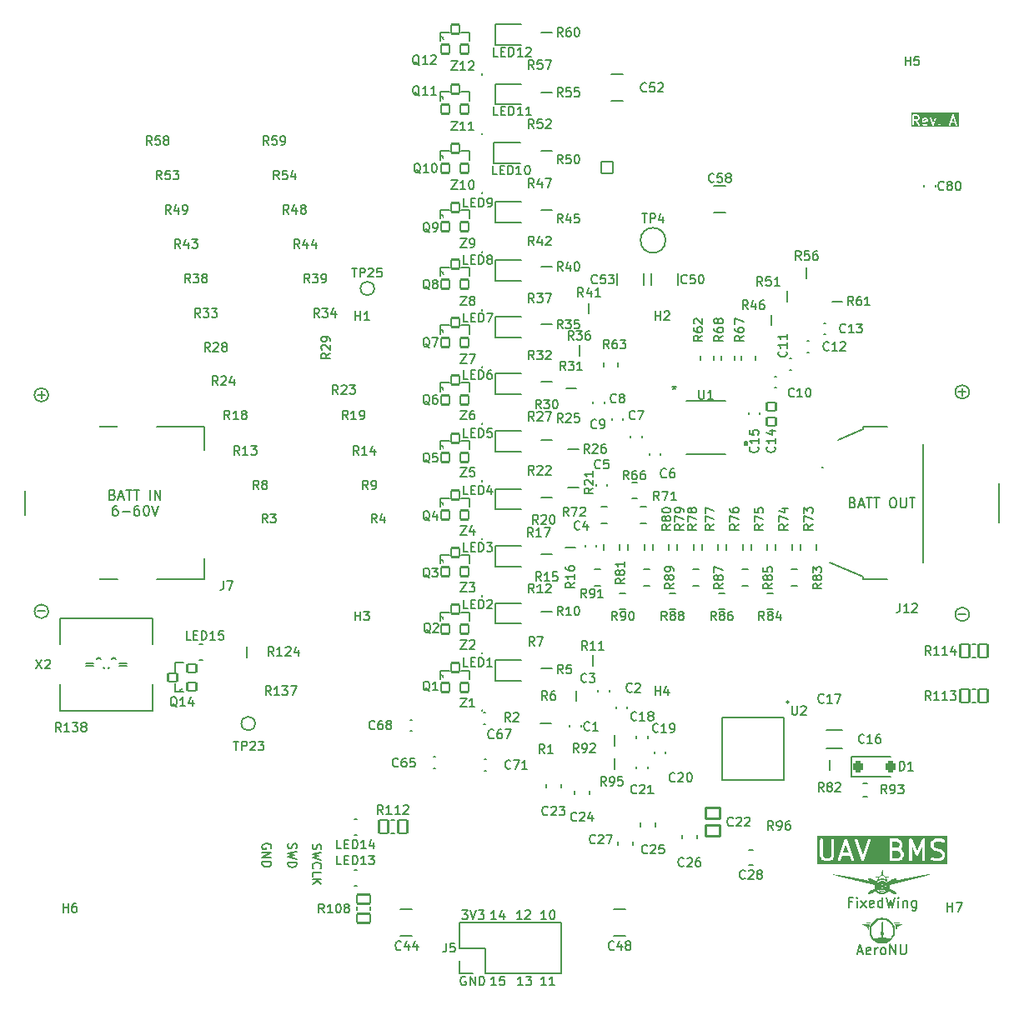
<source format=gto>
G04 #@! TF.GenerationSoftware,KiCad,Pcbnew,7.0.10*
G04 #@! TF.CreationDate,2025-07-14T05:46:52-04:00*
G04 #@! TF.ProjectId,bms-board,626d732d-626f-4617-9264-2e6b69636164,rev?*
G04 #@! TF.SameCoordinates,Original*
G04 #@! TF.FileFunction,Legend,Top*
G04 #@! TF.FilePolarity,Positive*
%FSLAX46Y46*%
G04 Gerber Fmt 4.6, Leading zero omitted, Abs format (unit mm)*
G04 Created by KiCad (PCBNEW 7.0.10) date 2025-07-14 05:46:52*
%MOMM*%
%LPD*%
G01*
G04 APERTURE LIST*
G04 Aperture macros list*
%AMRoundRect*
0 Rectangle with rounded corners*
0 $1 Rounding radius*
0 $2 $3 $4 $5 $6 $7 $8 $9 X,Y pos of 4 corners*
0 Add a 4 corners polygon primitive as box body*
4,1,4,$2,$3,$4,$5,$6,$7,$8,$9,$2,$3,0*
0 Add four circle primitives for the rounded corners*
1,1,$1+$1,$2,$3*
1,1,$1+$1,$4,$5*
1,1,$1+$1,$6,$7*
1,1,$1+$1,$8,$9*
0 Add four rect primitives between the rounded corners*
20,1,$1+$1,$2,$3,$4,$5,0*
20,1,$1+$1,$4,$5,$6,$7,0*
20,1,$1+$1,$6,$7,$8,$9,0*
20,1,$1+$1,$8,$9,$2,$3,0*%
%AMFreePoly0*
4,1,19,-3.850000,3.850000,3.850000,3.850000,3.850000,-3.080000,3.834092,-3.235708,3.777857,-3.405416,3.684000,-3.557581,3.557581,-3.684000,3.405416,-3.777857,3.235708,-3.834092,3.080000,-3.850000,-3.080000,-3.850000,-3.235708,-3.834092,-3.405416,-3.777857,-3.557581,-3.684000,-3.684000,-3.557581,-3.777857,-3.405416,-3.834092,-3.235708,-3.850000,-3.080000,-3.850000,3.850000,-3.850000,3.850000,
$1*%
G04 Aperture macros list end*
%ADD10C,0.150000*%
%ADD11C,0.300000*%
%ADD12C,1.600000*%
%ADD13C,1.750000*%
%ADD14R,1.700000X1.700000*%
%ADD15C,1.700000*%
%ADD16C,1.400000*%
%ADD17R,1.400000X1.400000*%
%ADD18C,1.854200*%
%ADD19C,1.752600*%
%ADD20R,4.050000X4.050000*%
%ADD21C,4.050000*%
%ADD22C,2.700000*%
%ADD23O,2.004000X1.204000*%
%ADD24O,2.404000X1.204000*%
%ADD25R,1.450000X0.950000*%
%ADD26C,5.500000*%
%ADD27R,1.397000X0.863600*%
%ADD28R,0.700000X1.300000*%
%ADD29R,0.863600X1.397000*%
%ADD30R,0.950000X1.450000*%
%ADD31R,3.352800X0.903200*%
%ADD32R,0.700000X0.600000*%
%ADD33R,1.016000X1.193800*%
%ADD34R,0.300000X1.475000*%
%ADD35R,1.475000X0.300000*%
%ADD36R,0.863600X1.244600*%
%ADD37R,2.489200X1.066800*%
%ADD38C,0.800000*%
%ADD39FreePoly0,90.000000*%
%ADD40R,0.965200X1.346200*%
%ADD41RoundRect,0.102000X0.400000X-0.450000X0.400000X0.450000X-0.400000X0.450000X-0.400000X-0.450000X0*%
%ADD42R,1.244600X0.863600*%
%ADD43R,1.000000X1.400000*%
%ADD44R,0.889000X0.863600*%
%ADD45RoundRect,0.102000X0.450000X0.400000X-0.450000X0.400000X-0.450000X-0.400000X0.450000X-0.400000X0*%
%ADD46RoundRect,0.102000X0.460000X0.690000X-0.460000X0.690000X-0.460000X-0.690000X0.460000X-0.690000X0*%
%ADD47R,0.863600X0.889000*%
%ADD48RoundRect,0.242500X-0.242500X-0.367500X0.242500X-0.367500X0.242500X0.367500X-0.242500X0.367500X0*%
%ADD49RoundRect,0.102000X-0.735000X0.555000X-0.735000X-0.555000X0.735000X-0.555000X0.735000X0.555000X0*%
%ADD50R,1.066800X2.489200*%
%ADD51R,1.300000X0.700000*%
%ADD52RoundRect,0.102000X-0.465000X0.445000X-0.465000X-0.445000X0.465000X-0.445000X0.465000X0.445000X0*%
%ADD53R,1.409700X0.355600*%
%ADD54R,1.449997X1.305598*%
%ADD55O,1.700000X1.700000*%
%ADD56C,1.734000*%
%ADD57R,1.193800X1.016000*%
%ADD58C,1.000000*%
%ADD59R,1.854200X3.403600*%
%ADD60R,0.855600X1.600000*%
%ADD61R,1.305598X1.449997*%
%ADD62RoundRect,0.102000X-0.690000X0.460000X-0.690000X-0.460000X0.690000X-0.460000X0.690000X0.460000X0*%
%ADD63FreePoly0,270.000000*%
%ADD64RoundRect,0.102000X-0.600000X0.600000X-0.600000X-0.600000X0.600000X-0.600000X0.600000X0.600000X0*%
%ADD65C,1.404000*%
G04 APERTURE END LIST*
D10*
X182300000Y-110500000D02*
G75*
G03*
X180900000Y-110500000I-700000J0D01*
G01*
X180900000Y-110500000D02*
G75*
G03*
X182300000Y-110500000I700000J0D01*
G01*
X88800000Y-110200000D02*
G75*
G03*
X87400000Y-110200000I-700000J0D01*
G01*
X87400000Y-110200000D02*
G75*
G03*
X88800000Y-110200000I700000J0D01*
G01*
X88800000Y-88200000D02*
G75*
G03*
X87400000Y-88200000I-700000J0D01*
G01*
X87400000Y-88200000D02*
G75*
G03*
X88800000Y-88200000I700000J0D01*
G01*
X182300000Y-87900000D02*
G75*
G03*
X180900000Y-87900000I-700000J0D01*
G01*
X180900000Y-87900000D02*
G75*
G03*
X182300000Y-87900000I700000J0D01*
G01*
X170471428Y-99146009D02*
X170614285Y-99193628D01*
X170614285Y-99193628D02*
X170661904Y-99241247D01*
X170661904Y-99241247D02*
X170709523Y-99336485D01*
X170709523Y-99336485D02*
X170709523Y-99479342D01*
X170709523Y-99479342D02*
X170661904Y-99574580D01*
X170661904Y-99574580D02*
X170614285Y-99622200D01*
X170614285Y-99622200D02*
X170519047Y-99669819D01*
X170519047Y-99669819D02*
X170138095Y-99669819D01*
X170138095Y-99669819D02*
X170138095Y-98669819D01*
X170138095Y-98669819D02*
X170471428Y-98669819D01*
X170471428Y-98669819D02*
X170566666Y-98717438D01*
X170566666Y-98717438D02*
X170614285Y-98765057D01*
X170614285Y-98765057D02*
X170661904Y-98860295D01*
X170661904Y-98860295D02*
X170661904Y-98955533D01*
X170661904Y-98955533D02*
X170614285Y-99050771D01*
X170614285Y-99050771D02*
X170566666Y-99098390D01*
X170566666Y-99098390D02*
X170471428Y-99146009D01*
X170471428Y-99146009D02*
X170138095Y-99146009D01*
X171090476Y-99384104D02*
X171566666Y-99384104D01*
X170995238Y-99669819D02*
X171328571Y-98669819D01*
X171328571Y-98669819D02*
X171661904Y-99669819D01*
X171852381Y-98669819D02*
X172423809Y-98669819D01*
X172138095Y-99669819D02*
X172138095Y-98669819D01*
X172614286Y-98669819D02*
X173185714Y-98669819D01*
X172900000Y-99669819D02*
X172900000Y-98669819D01*
X174471429Y-98669819D02*
X174661905Y-98669819D01*
X174661905Y-98669819D02*
X174757143Y-98717438D01*
X174757143Y-98717438D02*
X174852381Y-98812676D01*
X174852381Y-98812676D02*
X174900000Y-99003152D01*
X174900000Y-99003152D02*
X174900000Y-99336485D01*
X174900000Y-99336485D02*
X174852381Y-99526961D01*
X174852381Y-99526961D02*
X174757143Y-99622200D01*
X174757143Y-99622200D02*
X174661905Y-99669819D01*
X174661905Y-99669819D02*
X174471429Y-99669819D01*
X174471429Y-99669819D02*
X174376191Y-99622200D01*
X174376191Y-99622200D02*
X174280953Y-99526961D01*
X174280953Y-99526961D02*
X174233334Y-99336485D01*
X174233334Y-99336485D02*
X174233334Y-99003152D01*
X174233334Y-99003152D02*
X174280953Y-98812676D01*
X174280953Y-98812676D02*
X174376191Y-98717438D01*
X174376191Y-98717438D02*
X174471429Y-98669819D01*
X175328572Y-98669819D02*
X175328572Y-99479342D01*
X175328572Y-99479342D02*
X175376191Y-99574580D01*
X175376191Y-99574580D02*
X175423810Y-99622200D01*
X175423810Y-99622200D02*
X175519048Y-99669819D01*
X175519048Y-99669819D02*
X175709524Y-99669819D01*
X175709524Y-99669819D02*
X175804762Y-99622200D01*
X175804762Y-99622200D02*
X175852381Y-99574580D01*
X175852381Y-99574580D02*
X175900000Y-99479342D01*
X175900000Y-99479342D02*
X175900000Y-98669819D01*
X176233334Y-98669819D02*
X176804762Y-98669819D01*
X176519048Y-99669819D02*
X176519048Y-98669819D01*
X131184398Y-147324914D02*
X131098684Y-147282057D01*
X131098684Y-147282057D02*
X130970112Y-147282057D01*
X130970112Y-147282057D02*
X130841541Y-147324914D01*
X130841541Y-147324914D02*
X130755826Y-147410628D01*
X130755826Y-147410628D02*
X130712969Y-147496342D01*
X130712969Y-147496342D02*
X130670112Y-147667771D01*
X130670112Y-147667771D02*
X130670112Y-147796342D01*
X130670112Y-147796342D02*
X130712969Y-147967771D01*
X130712969Y-147967771D02*
X130755826Y-148053485D01*
X130755826Y-148053485D02*
X130841541Y-148139200D01*
X130841541Y-148139200D02*
X130970112Y-148182057D01*
X130970112Y-148182057D02*
X131055826Y-148182057D01*
X131055826Y-148182057D02*
X131184398Y-148139200D01*
X131184398Y-148139200D02*
X131227255Y-148096342D01*
X131227255Y-148096342D02*
X131227255Y-147796342D01*
X131227255Y-147796342D02*
X131055826Y-147796342D01*
X131612969Y-148182057D02*
X131612969Y-147282057D01*
X131612969Y-147282057D02*
X132127255Y-148182057D01*
X132127255Y-148182057D02*
X132127255Y-147282057D01*
X132555826Y-148182057D02*
X132555826Y-147282057D01*
X132555826Y-147282057D02*
X132770112Y-147282057D01*
X132770112Y-147282057D02*
X132898683Y-147324914D01*
X132898683Y-147324914D02*
X132984398Y-147410628D01*
X132984398Y-147410628D02*
X133027255Y-147496342D01*
X133027255Y-147496342D02*
X133070112Y-147667771D01*
X133070112Y-147667771D02*
X133070112Y-147796342D01*
X133070112Y-147796342D02*
X133027255Y-147967771D01*
X133027255Y-147967771D02*
X132984398Y-148053485D01*
X132984398Y-148053485D02*
X132898683Y-148139200D01*
X132898683Y-148139200D02*
X132770112Y-148182057D01*
X132770112Y-148182057D02*
X132555826Y-148182057D01*
X111375085Y-134284398D02*
X111417942Y-134198684D01*
X111417942Y-134198684D02*
X111417942Y-134070112D01*
X111417942Y-134070112D02*
X111375085Y-133941541D01*
X111375085Y-133941541D02*
X111289371Y-133855826D01*
X111289371Y-133855826D02*
X111203657Y-133812969D01*
X111203657Y-133812969D02*
X111032228Y-133770112D01*
X111032228Y-133770112D02*
X110903657Y-133770112D01*
X110903657Y-133770112D02*
X110732228Y-133812969D01*
X110732228Y-133812969D02*
X110646514Y-133855826D01*
X110646514Y-133855826D02*
X110560800Y-133941541D01*
X110560800Y-133941541D02*
X110517942Y-134070112D01*
X110517942Y-134070112D02*
X110517942Y-134155826D01*
X110517942Y-134155826D02*
X110560800Y-134284398D01*
X110560800Y-134284398D02*
X110603657Y-134327255D01*
X110603657Y-134327255D02*
X110903657Y-134327255D01*
X110903657Y-134327255D02*
X110903657Y-134155826D01*
X110517942Y-134712969D02*
X111417942Y-134712969D01*
X111417942Y-134712969D02*
X110517942Y-135227255D01*
X110517942Y-135227255D02*
X111417942Y-135227255D01*
X110517942Y-135655826D02*
X111417942Y-135655826D01*
X111417942Y-135655826D02*
X111417942Y-135870112D01*
X111417942Y-135870112D02*
X111375085Y-135998683D01*
X111375085Y-135998683D02*
X111289371Y-136084398D01*
X111289371Y-136084398D02*
X111203657Y-136127255D01*
X111203657Y-136127255D02*
X111032228Y-136170112D01*
X111032228Y-136170112D02*
X110903657Y-136170112D01*
X110903657Y-136170112D02*
X110732228Y-136127255D01*
X110732228Y-136127255D02*
X110646514Y-136084398D01*
X110646514Y-136084398D02*
X110560800Y-135998683D01*
X110560800Y-135998683D02*
X110517942Y-135870112D01*
X110517942Y-135870112D02*
X110517942Y-135655826D01*
X134284398Y-141482057D02*
X133770112Y-141482057D01*
X134027255Y-141482057D02*
X134027255Y-140582057D01*
X134027255Y-140582057D02*
X133941541Y-140710628D01*
X133941541Y-140710628D02*
X133855826Y-140796342D01*
X133855826Y-140796342D02*
X133770112Y-140839200D01*
X135055827Y-140882057D02*
X135055827Y-141482057D01*
X134841541Y-140539200D02*
X134627255Y-141182057D01*
X134627255Y-141182057D02*
X135184398Y-141182057D01*
X134284398Y-148182057D02*
X133770112Y-148182057D01*
X134027255Y-148182057D02*
X134027255Y-147282057D01*
X134027255Y-147282057D02*
X133941541Y-147410628D01*
X133941541Y-147410628D02*
X133855826Y-147496342D01*
X133855826Y-147496342D02*
X133770112Y-147539200D01*
X135098684Y-147282057D02*
X134670112Y-147282057D01*
X134670112Y-147282057D02*
X134627255Y-147710628D01*
X134627255Y-147710628D02*
X134670112Y-147667771D01*
X134670112Y-147667771D02*
X134755827Y-147624914D01*
X134755827Y-147624914D02*
X134970112Y-147624914D01*
X134970112Y-147624914D02*
X135055827Y-147667771D01*
X135055827Y-147667771D02*
X135098684Y-147710628D01*
X135098684Y-147710628D02*
X135141541Y-147796342D01*
X135141541Y-147796342D02*
X135141541Y-148010628D01*
X135141541Y-148010628D02*
X135098684Y-148096342D01*
X135098684Y-148096342D02*
X135055827Y-148139200D01*
X135055827Y-148139200D02*
X134970112Y-148182057D01*
X134970112Y-148182057D02*
X134755827Y-148182057D01*
X134755827Y-148182057D02*
X134670112Y-148139200D01*
X134670112Y-148139200D02*
X134627255Y-148096342D01*
X181219048Y-87888866D02*
X181980953Y-87888866D01*
X181600000Y-88269819D02*
X181600000Y-87507914D01*
X136884398Y-141482057D02*
X136370112Y-141482057D01*
X136627255Y-141482057D02*
X136627255Y-140582057D01*
X136627255Y-140582057D02*
X136541541Y-140710628D01*
X136541541Y-140710628D02*
X136455826Y-140796342D01*
X136455826Y-140796342D02*
X136370112Y-140839200D01*
X137227255Y-140667771D02*
X137270112Y-140624914D01*
X137270112Y-140624914D02*
X137355827Y-140582057D01*
X137355827Y-140582057D02*
X137570112Y-140582057D01*
X137570112Y-140582057D02*
X137655827Y-140624914D01*
X137655827Y-140624914D02*
X137698684Y-140667771D01*
X137698684Y-140667771D02*
X137741541Y-140753485D01*
X137741541Y-140753485D02*
X137741541Y-140839200D01*
X137741541Y-140839200D02*
X137698684Y-140967771D01*
X137698684Y-140967771D02*
X137184398Y-141482057D01*
X137184398Y-141482057D02*
X137741541Y-141482057D01*
G36*
X177961829Y-60206672D02*
G01*
X177990350Y-60263714D01*
X177990350Y-60279762D01*
X177664160Y-60344999D01*
X177664160Y-60263714D01*
X177692680Y-60206672D01*
X177749722Y-60178152D01*
X177904788Y-60178152D01*
X177961829Y-60206672D01*
G37*
G36*
X180818436Y-60409104D02*
G01*
X180550360Y-60409104D01*
X180684398Y-60006989D01*
X180818436Y-60409104D01*
G37*
G36*
X177068542Y-59879077D02*
G01*
X177098949Y-59909484D01*
X177133207Y-59978000D01*
X177133207Y-60085447D01*
X177098949Y-60153963D01*
X177068542Y-60184370D01*
X177000026Y-60218628D01*
X176711779Y-60218628D01*
X176711779Y-59844819D01*
X177000026Y-59844819D01*
X177068542Y-59879077D01*
G37*
G36*
X181235560Y-60987676D02*
G01*
X176418922Y-60987676D01*
X176418922Y-60769819D01*
X176561779Y-60769819D01*
X176579326Y-60818028D01*
X176623755Y-60843680D01*
X176674279Y-60834771D01*
X176707256Y-60795471D01*
X176711779Y-60769819D01*
X176711779Y-60368628D01*
X176835825Y-60368628D01*
X177146765Y-60812829D01*
X177188786Y-60842261D01*
X177239894Y-60837797D01*
X177276176Y-60801525D01*
X177280655Y-60750418D01*
X177269650Y-60726810D01*
X177199756Y-60626961D01*
X177514160Y-60626961D01*
X177515693Y-60631173D01*
X177514651Y-60635535D01*
X177522078Y-60660502D01*
X177569697Y-60755741D01*
X177577850Y-60763460D01*
X177582317Y-60773765D01*
X177603238Y-60789282D01*
X177698476Y-60836901D01*
X177702929Y-60837413D01*
X177706365Y-60840296D01*
X177732017Y-60844819D01*
X177922493Y-60844819D01*
X177926706Y-60843285D01*
X177931067Y-60844327D01*
X177956034Y-60836901D01*
X178051272Y-60789282D01*
X178086544Y-60752028D01*
X178089619Y-60700818D01*
X178059055Y-60659612D01*
X178009156Y-60647692D01*
X177984190Y-60655118D01*
X177904788Y-60694819D01*
X177749722Y-60694819D01*
X177692680Y-60666298D01*
X177664160Y-60609256D01*
X177664160Y-60497970D01*
X178080058Y-60414791D01*
X178090645Y-60408351D01*
X178102850Y-60406199D01*
X178111884Y-60395432D01*
X178123890Y-60388130D01*
X178127860Y-60376392D01*
X178135827Y-60366899D01*
X178140350Y-60341247D01*
X178140350Y-60246009D01*
X178138816Y-60241795D01*
X178139858Y-60237434D01*
X178132432Y-60212468D01*
X178084813Y-60117230D01*
X178076659Y-60109510D01*
X178073707Y-60102698D01*
X178323685Y-60102698D01*
X178328053Y-60128377D01*
X178566148Y-60795044D01*
X178566456Y-60795415D01*
X178566459Y-60795896D01*
X178582786Y-60815117D01*
X178598887Y-60834543D01*
X178599359Y-60834629D01*
X178599672Y-60834997D01*
X178624585Y-60839234D01*
X178649356Y-60843757D01*
X178649773Y-60843519D01*
X178650249Y-60843600D01*
X178672067Y-60830826D01*
X178693940Y-60818374D01*
X178694106Y-60817924D01*
X178694522Y-60817681D01*
X178707410Y-60795044D01*
X178735760Y-60715664D01*
X179133494Y-60715664D01*
X179138536Y-60734484D01*
X179140235Y-60753896D01*
X179145908Y-60761998D01*
X179146771Y-60765219D01*
X179149502Y-60767131D01*
X179155175Y-60775233D01*
X179202794Y-60822852D01*
X179220452Y-60831085D01*
X179236416Y-60842264D01*
X179239832Y-60841965D01*
X179242803Y-60843680D01*
X179246182Y-60843084D01*
X179249290Y-60844533D01*
X179268109Y-60839490D01*
X179287523Y-60837792D01*
X179291336Y-60835122D01*
X179293327Y-60834771D01*
X179295448Y-60832242D01*
X179295625Y-60832118D01*
X179298845Y-60831256D01*
X179300756Y-60828526D01*
X179308860Y-60822852D01*
X179356479Y-60775233D01*
X179364713Y-60757574D01*
X179372746Y-60746102D01*
X180279914Y-60746102D01*
X180281315Y-60797386D01*
X180315352Y-60835771D01*
X180366101Y-60843296D01*
X180409813Y-60816441D01*
X180422216Y-60793536D01*
X180500360Y-60559104D01*
X180868436Y-60559104D01*
X180946580Y-60793536D01*
X180978471Y-60833722D01*
X181028732Y-60844008D01*
X181073846Y-60819579D01*
X181092703Y-60771867D01*
X181088882Y-60746102D01*
X180755549Y-59746102D01*
X180754206Y-59744410D01*
X180754148Y-59742253D01*
X180738406Y-59724500D01*
X180723658Y-59705916D01*
X180721543Y-59705483D01*
X180720110Y-59703867D01*
X180696641Y-59700387D01*
X180673397Y-59695630D01*
X180671497Y-59696658D01*
X180669362Y-59696342D01*
X180649144Y-59708762D01*
X180628283Y-59720059D01*
X180627489Y-59722066D01*
X180625649Y-59723197D01*
X180613247Y-59746102D01*
X180279914Y-60746102D01*
X179372746Y-60746102D01*
X179375890Y-60741612D01*
X179375300Y-60734869D01*
X179378160Y-60728737D01*
X179373117Y-60709918D01*
X179371420Y-60690505D01*
X179365745Y-60682400D01*
X179364883Y-60679182D01*
X179362153Y-60677270D01*
X179356479Y-60669167D01*
X179308861Y-60621548D01*
X179291203Y-60613314D01*
X179275238Y-60602135D01*
X179271821Y-60602433D01*
X179268851Y-60600719D01*
X179265471Y-60601314D01*
X179262364Y-60599866D01*
X179243544Y-60604908D01*
X179224130Y-60606607D01*
X179220316Y-60609277D01*
X179218327Y-60609628D01*
X179216205Y-60612155D01*
X179216027Y-60612280D01*
X179212809Y-60613143D01*
X179210897Y-60615872D01*
X179202793Y-60621548D01*
X179155174Y-60669168D01*
X179146940Y-60686825D01*
X179135763Y-60702789D01*
X179136353Y-60709532D01*
X179133494Y-60715664D01*
X178735760Y-60715664D01*
X178945505Y-60128377D01*
X178945194Y-60077075D01*
X178911981Y-60037975D01*
X178861404Y-60029372D01*
X178817130Y-60055291D01*
X178804243Y-60077927D01*
X178636779Y-60546826D01*
X178469315Y-60077927D01*
X178436575Y-60038428D01*
X178386107Y-60029214D01*
X178341523Y-60054597D01*
X178323685Y-60102698D01*
X178073707Y-60102698D01*
X178072193Y-60099206D01*
X178051272Y-60083689D01*
X177956034Y-60036070D01*
X177951580Y-60035557D01*
X177948145Y-60032675D01*
X177922493Y-60028152D01*
X177732017Y-60028152D01*
X177727803Y-60029685D01*
X177723442Y-60028644D01*
X177698476Y-60036070D01*
X177603238Y-60083689D01*
X177595518Y-60091842D01*
X177585214Y-60096309D01*
X177569697Y-60117230D01*
X177522078Y-60212468D01*
X177521565Y-60216921D01*
X177518683Y-60220357D01*
X177514160Y-60246009D01*
X177514160Y-60626961D01*
X177199756Y-60626961D01*
X177018680Y-60368282D01*
X177021944Y-60367094D01*
X177026305Y-60368136D01*
X177051272Y-60360710D01*
X177146510Y-60313091D01*
X177147635Y-60311901D01*
X177166002Y-60299042D01*
X177213621Y-60251423D01*
X177214312Y-60249941D01*
X177227670Y-60231931D01*
X177275289Y-60136693D01*
X177275801Y-60132239D01*
X177278684Y-60128804D01*
X177283207Y-60103152D01*
X177283207Y-59960295D01*
X177281673Y-59956081D01*
X177282715Y-59951720D01*
X177275289Y-59926754D01*
X177227670Y-59831516D01*
X177226480Y-59830390D01*
X177213621Y-59812024D01*
X177166002Y-59764405D01*
X177164520Y-59763714D01*
X177146510Y-59750356D01*
X177051272Y-59702737D01*
X177046818Y-59702224D01*
X177043383Y-59699342D01*
X177017731Y-59694819D01*
X176636779Y-59694819D01*
X176618470Y-59701482D01*
X176599279Y-59704867D01*
X176594928Y-59710051D01*
X176588570Y-59712366D01*
X176578827Y-59729239D01*
X176566302Y-59744167D01*
X176564584Y-59753909D01*
X176562918Y-59756795D01*
X176563496Y-59760077D01*
X176561779Y-59769819D01*
X176561779Y-60769819D01*
X176418922Y-60769819D01*
X176418922Y-59551962D01*
X181235560Y-59551962D01*
X181235560Y-60987676D01*
G37*
X115660800Y-133870112D02*
X115617942Y-133998684D01*
X115617942Y-133998684D02*
X115617942Y-134212969D01*
X115617942Y-134212969D02*
X115660800Y-134298684D01*
X115660800Y-134298684D02*
X115703657Y-134341541D01*
X115703657Y-134341541D02*
X115789371Y-134384398D01*
X115789371Y-134384398D02*
X115875085Y-134384398D01*
X115875085Y-134384398D02*
X115960800Y-134341541D01*
X115960800Y-134341541D02*
X116003657Y-134298684D01*
X116003657Y-134298684D02*
X116046514Y-134212969D01*
X116046514Y-134212969D02*
X116089371Y-134041541D01*
X116089371Y-134041541D02*
X116132228Y-133955826D01*
X116132228Y-133955826D02*
X116175085Y-133912969D01*
X116175085Y-133912969D02*
X116260800Y-133870112D01*
X116260800Y-133870112D02*
X116346514Y-133870112D01*
X116346514Y-133870112D02*
X116432228Y-133912969D01*
X116432228Y-133912969D02*
X116475085Y-133955826D01*
X116475085Y-133955826D02*
X116517942Y-134041541D01*
X116517942Y-134041541D02*
X116517942Y-134255826D01*
X116517942Y-134255826D02*
X116475085Y-134384398D01*
X116517942Y-134684398D02*
X115617942Y-134898684D01*
X115617942Y-134898684D02*
X116260800Y-135070112D01*
X116260800Y-135070112D02*
X115617942Y-135241541D01*
X115617942Y-135241541D02*
X116517942Y-135455827D01*
X115703657Y-136312969D02*
X115660800Y-136270112D01*
X115660800Y-136270112D02*
X115617942Y-136141540D01*
X115617942Y-136141540D02*
X115617942Y-136055826D01*
X115617942Y-136055826D02*
X115660800Y-135927255D01*
X115660800Y-135927255D02*
X115746514Y-135841540D01*
X115746514Y-135841540D02*
X115832228Y-135798683D01*
X115832228Y-135798683D02*
X116003657Y-135755826D01*
X116003657Y-135755826D02*
X116132228Y-135755826D01*
X116132228Y-135755826D02*
X116303657Y-135798683D01*
X116303657Y-135798683D02*
X116389371Y-135841540D01*
X116389371Y-135841540D02*
X116475085Y-135927255D01*
X116475085Y-135927255D02*
X116517942Y-136055826D01*
X116517942Y-136055826D02*
X116517942Y-136141540D01*
X116517942Y-136141540D02*
X116475085Y-136270112D01*
X116475085Y-136270112D02*
X116432228Y-136312969D01*
X115617942Y-137127255D02*
X115617942Y-136698683D01*
X115617942Y-136698683D02*
X116517942Y-136698683D01*
X115617942Y-137427254D02*
X116517942Y-137427254D01*
X115617942Y-137941540D02*
X116132228Y-137555826D01*
X116517942Y-137941540D02*
X116003657Y-137427254D01*
X113160800Y-133770112D02*
X113117942Y-133898684D01*
X113117942Y-133898684D02*
X113117942Y-134112969D01*
X113117942Y-134112969D02*
X113160800Y-134198684D01*
X113160800Y-134198684D02*
X113203657Y-134241541D01*
X113203657Y-134241541D02*
X113289371Y-134284398D01*
X113289371Y-134284398D02*
X113375085Y-134284398D01*
X113375085Y-134284398D02*
X113460800Y-134241541D01*
X113460800Y-134241541D02*
X113503657Y-134198684D01*
X113503657Y-134198684D02*
X113546514Y-134112969D01*
X113546514Y-134112969D02*
X113589371Y-133941541D01*
X113589371Y-133941541D02*
X113632228Y-133855826D01*
X113632228Y-133855826D02*
X113675085Y-133812969D01*
X113675085Y-133812969D02*
X113760800Y-133770112D01*
X113760800Y-133770112D02*
X113846514Y-133770112D01*
X113846514Y-133770112D02*
X113932228Y-133812969D01*
X113932228Y-133812969D02*
X113975085Y-133855826D01*
X113975085Y-133855826D02*
X114017942Y-133941541D01*
X114017942Y-133941541D02*
X114017942Y-134155826D01*
X114017942Y-134155826D02*
X113975085Y-134284398D01*
X114017942Y-134584398D02*
X113117942Y-134798684D01*
X113117942Y-134798684D02*
X113760800Y-134970112D01*
X113760800Y-134970112D02*
X113117942Y-135141541D01*
X113117942Y-135141541D02*
X114017942Y-135355827D01*
X113117942Y-135698683D02*
X114017942Y-135698683D01*
X114017942Y-135698683D02*
X114017942Y-135912969D01*
X114017942Y-135912969D02*
X113975085Y-136041540D01*
X113975085Y-136041540D02*
X113889371Y-136127255D01*
X113889371Y-136127255D02*
X113803657Y-136170112D01*
X113803657Y-136170112D02*
X113632228Y-136212969D01*
X113632228Y-136212969D02*
X113503657Y-136212969D01*
X113503657Y-136212969D02*
X113332228Y-136170112D01*
X113332228Y-136170112D02*
X113246514Y-136127255D01*
X113246514Y-136127255D02*
X113160800Y-136041540D01*
X113160800Y-136041540D02*
X113117942Y-135912969D01*
X113117942Y-135912969D02*
X113117942Y-135698683D01*
X136984398Y-148182057D02*
X136470112Y-148182057D01*
X136727255Y-148182057D02*
X136727255Y-147282057D01*
X136727255Y-147282057D02*
X136641541Y-147410628D01*
X136641541Y-147410628D02*
X136555826Y-147496342D01*
X136555826Y-147496342D02*
X136470112Y-147539200D01*
X137284398Y-147282057D02*
X137841541Y-147282057D01*
X137841541Y-147282057D02*
X137541541Y-147624914D01*
X137541541Y-147624914D02*
X137670112Y-147624914D01*
X137670112Y-147624914D02*
X137755827Y-147667771D01*
X137755827Y-147667771D02*
X137798684Y-147710628D01*
X137798684Y-147710628D02*
X137841541Y-147796342D01*
X137841541Y-147796342D02*
X137841541Y-148010628D01*
X137841541Y-148010628D02*
X137798684Y-148096342D01*
X137798684Y-148096342D02*
X137755827Y-148139200D01*
X137755827Y-148139200D02*
X137670112Y-148182057D01*
X137670112Y-148182057D02*
X137412969Y-148182057D01*
X137412969Y-148182057D02*
X137327255Y-148139200D01*
X137327255Y-148139200D02*
X137284398Y-148096342D01*
X139384398Y-141482057D02*
X138870112Y-141482057D01*
X139127255Y-141482057D02*
X139127255Y-140582057D01*
X139127255Y-140582057D02*
X139041541Y-140710628D01*
X139041541Y-140710628D02*
X138955826Y-140796342D01*
X138955826Y-140796342D02*
X138870112Y-140839200D01*
X139941541Y-140582057D02*
X140027255Y-140582057D01*
X140027255Y-140582057D02*
X140112969Y-140624914D01*
X140112969Y-140624914D02*
X140155827Y-140667771D01*
X140155827Y-140667771D02*
X140198684Y-140753485D01*
X140198684Y-140753485D02*
X140241541Y-140924914D01*
X140241541Y-140924914D02*
X140241541Y-141139200D01*
X140241541Y-141139200D02*
X140198684Y-141310628D01*
X140198684Y-141310628D02*
X140155827Y-141396342D01*
X140155827Y-141396342D02*
X140112969Y-141439200D01*
X140112969Y-141439200D02*
X140027255Y-141482057D01*
X140027255Y-141482057D02*
X139941541Y-141482057D01*
X139941541Y-141482057D02*
X139855827Y-141439200D01*
X139855827Y-141439200D02*
X139812969Y-141396342D01*
X139812969Y-141396342D02*
X139770112Y-141310628D01*
X139770112Y-141310628D02*
X139727255Y-141139200D01*
X139727255Y-141139200D02*
X139727255Y-140924914D01*
X139727255Y-140924914D02*
X139770112Y-140753485D01*
X139770112Y-140753485D02*
X139812969Y-140667771D01*
X139812969Y-140667771D02*
X139855827Y-140624914D01*
X139855827Y-140624914D02*
X139941541Y-140582057D01*
D11*
G36*
X175223483Y-134607010D02*
G01*
X175276471Y-134659998D01*
X175344987Y-134797030D01*
X175344987Y-135011924D01*
X175276470Y-135148956D01*
X175215656Y-135209771D01*
X175078625Y-135278287D01*
X174502130Y-135278287D01*
X174502130Y-134530668D01*
X174994457Y-134530668D01*
X175223483Y-134607010D01*
G37*
G36*
X175120419Y-133646803D02*
G01*
X175181233Y-133707617D01*
X175249749Y-133844649D01*
X175249749Y-133964305D01*
X175181233Y-134101337D01*
X175120419Y-134162150D01*
X174983386Y-134230668D01*
X174502130Y-134230668D01*
X174502130Y-133578287D01*
X174983387Y-133578287D01*
X175120419Y-133646803D01*
G37*
G36*
X170048777Y-134706858D02*
G01*
X169512624Y-134706858D01*
X169780700Y-133902628D01*
X170048777Y-134706858D01*
G37*
G36*
X180121177Y-135864001D02*
G01*
X166868796Y-135864001D01*
X166868796Y-135047334D01*
X167154510Y-135047334D01*
X167163433Y-135080635D01*
X167170346Y-135114416D01*
X167265584Y-135304892D01*
X167281606Y-135322960D01*
X167293681Y-135343875D01*
X167388920Y-135439115D01*
X167409834Y-135451189D01*
X167427904Y-135467213D01*
X167618380Y-135562451D01*
X167652158Y-135569363D01*
X167685462Y-135578287D01*
X168066415Y-135578287D01*
X168099716Y-135569363D01*
X168133497Y-135562451D01*
X168323973Y-135467213D01*
X168333957Y-135458359D01*
X168967079Y-135458359D01*
X169001804Y-135527808D01*
X169066600Y-135570590D01*
X169144106Y-135575242D01*
X169213555Y-135540517D01*
X169256337Y-135475721D01*
X169412625Y-135006858D01*
X170148776Y-135006858D01*
X170305064Y-135475721D01*
X170347846Y-135540517D01*
X170417295Y-135575242D01*
X170494801Y-135570589D01*
X170559597Y-135527807D01*
X170594322Y-135458359D01*
X170589669Y-135380853D01*
X169928789Y-133398215D01*
X170681365Y-133398215D01*
X170686017Y-133475721D01*
X171352684Y-135475721D01*
X171369280Y-135500857D01*
X171382755Y-135527808D01*
X171390410Y-135532862D01*
X171395465Y-135540518D01*
X171422415Y-135553992D01*
X171447552Y-135570589D01*
X171456707Y-135571138D01*
X171464914Y-135575242D01*
X171494989Y-135573436D01*
X171525058Y-135575242D01*
X171533262Y-135571139D01*
X171542420Y-135570590D01*
X171567560Y-135553991D01*
X171594507Y-135540518D01*
X171599561Y-135532862D01*
X171607217Y-135527808D01*
X171620691Y-135500857D01*
X171637288Y-135475721D01*
X171653099Y-135428287D01*
X174202130Y-135428287D01*
X174222226Y-135503287D01*
X174277130Y-135558191D01*
X174352130Y-135578287D01*
X175114035Y-135578287D01*
X175147336Y-135569363D01*
X175181117Y-135562451D01*
X175371593Y-135467213D01*
X175389661Y-135451190D01*
X175410578Y-135439114D01*
X175421405Y-135428287D01*
X176202130Y-135428287D01*
X176222226Y-135503287D01*
X176277130Y-135558191D01*
X176352130Y-135578287D01*
X176427130Y-135558191D01*
X176482034Y-135503287D01*
X176502130Y-135428287D01*
X176502130Y-134104420D01*
X176882870Y-134920291D01*
X176891377Y-134930423D01*
X176895899Y-134942858D01*
X176915954Y-134959696D01*
X176932797Y-134979757D01*
X176945233Y-134984279D01*
X176955364Y-134992785D01*
X176981152Y-134997340D01*
X177005768Y-135006291D01*
X177018797Y-135003989D01*
X177031826Y-135006291D01*
X177056436Y-134997341D01*
X177082230Y-134992786D01*
X177092364Y-134984276D01*
X177104797Y-134979756D01*
X177121634Y-134959701D01*
X177141695Y-134942859D01*
X177146217Y-134930423D01*
X177154724Y-134920291D01*
X177535463Y-134104421D01*
X177535463Y-135428287D01*
X177555559Y-135503287D01*
X177610463Y-135558191D01*
X177685463Y-135578287D01*
X177760463Y-135558191D01*
X177815367Y-135503287D01*
X177835463Y-135428287D01*
X177835463Y-133999715D01*
X178392606Y-133999715D01*
X178401529Y-134033016D01*
X178408442Y-134066797D01*
X178503680Y-134257273D01*
X178519702Y-134275341D01*
X178531778Y-134296257D01*
X178627016Y-134391495D01*
X178647929Y-134403569D01*
X178665999Y-134419593D01*
X178856475Y-134514832D01*
X178872701Y-134518152D01*
X178887178Y-134526189D01*
X179252156Y-134617433D01*
X179406133Y-134694422D01*
X179466947Y-134755236D01*
X179535463Y-134892268D01*
X179535463Y-135011924D01*
X179466946Y-135148956D01*
X179406132Y-135209771D01*
X179269101Y-135278287D01*
X178852660Y-135278287D01*
X178590040Y-135190747D01*
X178512534Y-135186094D01*
X178443085Y-135220819D01*
X178400304Y-135285615D01*
X178395651Y-135363121D01*
X178430376Y-135432570D01*
X178495172Y-135475351D01*
X178780886Y-135570589D01*
X178804991Y-135572036D01*
X178828320Y-135578287D01*
X179304511Y-135578287D01*
X179337812Y-135569363D01*
X179371593Y-135562451D01*
X179562069Y-135467213D01*
X179580137Y-135451190D01*
X179601054Y-135439114D01*
X179696292Y-135343875D01*
X179708367Y-135322960D01*
X179724389Y-135304892D01*
X179819627Y-135114416D01*
X179826539Y-135080637D01*
X179835463Y-135047334D01*
X179835463Y-134856858D01*
X179826539Y-134823554D01*
X179819627Y-134789776D01*
X179724389Y-134599300D01*
X179708365Y-134581230D01*
X179696291Y-134560316D01*
X179601053Y-134465078D01*
X179580137Y-134453002D01*
X179562069Y-134436980D01*
X179371593Y-134341742D01*
X179355368Y-134338421D01*
X179340891Y-134330385D01*
X178975916Y-134239141D01*
X178821935Y-134162150D01*
X178761122Y-134101337D01*
X178692606Y-133964305D01*
X178692606Y-133844649D01*
X178761122Y-133707617D01*
X178821936Y-133646803D01*
X178958968Y-133578287D01*
X179375409Y-133578287D01*
X179638029Y-133665827D01*
X179715535Y-133670480D01*
X179784984Y-133635755D01*
X179827765Y-133570959D01*
X179832418Y-133493453D01*
X179797693Y-133424004D01*
X179732897Y-133381223D01*
X179447183Y-133285985D01*
X179423077Y-133284537D01*
X179399749Y-133278287D01*
X178923558Y-133278287D01*
X178890254Y-133287210D01*
X178856476Y-133294123D01*
X178666000Y-133389361D01*
X178647930Y-133405384D01*
X178627016Y-133417459D01*
X178531778Y-133512697D01*
X178519702Y-133533612D01*
X178503680Y-133551681D01*
X178408442Y-133742157D01*
X178401529Y-133775937D01*
X178392606Y-133809239D01*
X178392606Y-133999715D01*
X177835463Y-133999715D01*
X177835463Y-133428287D01*
X177833734Y-133421835D01*
X177834896Y-133415258D01*
X177823784Y-133384700D01*
X177815367Y-133353287D01*
X177810643Y-133348563D01*
X177808361Y-133342287D01*
X177783460Y-133321380D01*
X177760463Y-133298383D01*
X177754010Y-133296654D01*
X177748896Y-133292360D01*
X177716876Y-133286704D01*
X177685463Y-133278287D01*
X177679011Y-133280015D01*
X177672434Y-133278854D01*
X177641874Y-133289966D01*
X177610463Y-133298383D01*
X177605739Y-133303106D01*
X177599462Y-133305389D01*
X177578552Y-133330293D01*
X177555559Y-133353287D01*
X177553830Y-133359739D01*
X177549535Y-133364855D01*
X177018797Y-134502151D01*
X176488057Y-133364854D01*
X176483762Y-133359739D01*
X176482034Y-133353287D01*
X176459036Y-133330289D01*
X176438130Y-133305389D01*
X176431853Y-133303106D01*
X176427130Y-133298383D01*
X176395716Y-133289965D01*
X176365159Y-133278854D01*
X176358581Y-133280015D01*
X176352130Y-133278287D01*
X176320716Y-133286704D01*
X176288697Y-133292360D01*
X176283582Y-133296654D01*
X176277130Y-133298383D01*
X176254132Y-133321380D01*
X176229232Y-133342287D01*
X176226949Y-133348563D01*
X176222226Y-133353287D01*
X176213808Y-133384700D01*
X176202697Y-133415258D01*
X176203858Y-133421835D01*
X176202130Y-133428287D01*
X176202130Y-135428287D01*
X175421405Y-135428287D01*
X175505816Y-135343875D01*
X175517891Y-135322960D01*
X175533913Y-135304892D01*
X175629151Y-135114416D01*
X175636063Y-135080637D01*
X175644987Y-135047334D01*
X175644987Y-134761620D01*
X175636063Y-134728316D01*
X175629151Y-134694538D01*
X175533913Y-134504062D01*
X175517889Y-134485992D01*
X175505815Y-134465078D01*
X175410577Y-134369840D01*
X175380714Y-134352598D01*
X175364765Y-134342068D01*
X175410577Y-134296257D01*
X175422651Y-134275342D01*
X175438675Y-134257273D01*
X175533913Y-134066797D01*
X175540825Y-134033018D01*
X175549749Y-133999715D01*
X175549749Y-133809239D01*
X175540825Y-133775935D01*
X175533913Y-133742157D01*
X175438675Y-133551681D01*
X175422651Y-133533611D01*
X175410577Y-133512697D01*
X175315339Y-133417459D01*
X175294423Y-133405383D01*
X175276355Y-133389361D01*
X175085879Y-133294123D01*
X175052098Y-133287210D01*
X175018797Y-133278287D01*
X174352130Y-133278287D01*
X174277130Y-133298383D01*
X174222226Y-133353287D01*
X174202130Y-133428287D01*
X174202130Y-135428287D01*
X171653099Y-135428287D01*
X172303955Y-133475721D01*
X172308608Y-133398215D01*
X172273883Y-133328767D01*
X172209087Y-133285985D01*
X172131581Y-133281332D01*
X172062132Y-133316057D01*
X172019350Y-133380853D01*
X171494986Y-134953945D01*
X170970623Y-133380853D01*
X170927841Y-133316057D01*
X170858392Y-133281332D01*
X170780886Y-133285984D01*
X170716090Y-133328766D01*
X170681365Y-133398215D01*
X169928789Y-133398215D01*
X169923002Y-133380853D01*
X169906405Y-133355716D01*
X169892931Y-133328766D01*
X169885275Y-133323711D01*
X169880221Y-133316056D01*
X169853274Y-133302582D01*
X169828134Y-133285984D01*
X169818976Y-133285434D01*
X169810772Y-133281332D01*
X169780703Y-133283137D01*
X169750628Y-133281332D01*
X169742421Y-133285435D01*
X169733266Y-133285985D01*
X169708129Y-133302581D01*
X169681179Y-133316056D01*
X169676124Y-133323711D01*
X169668469Y-133328766D01*
X169654994Y-133355716D01*
X169638398Y-133380853D01*
X168971731Y-135380853D01*
X168967079Y-135458359D01*
X168333957Y-135458359D01*
X168342041Y-135451190D01*
X168362958Y-135439114D01*
X168458196Y-135343875D01*
X168470271Y-135322960D01*
X168486293Y-135304892D01*
X168581531Y-135114416D01*
X168588443Y-135080637D01*
X168597367Y-135047334D01*
X168597367Y-133428287D01*
X168577271Y-133353287D01*
X168522367Y-133298383D01*
X168447367Y-133278287D01*
X168372367Y-133298383D01*
X168317463Y-133353287D01*
X168297367Y-133428287D01*
X168297367Y-135011924D01*
X168228850Y-135148956D01*
X168168036Y-135209771D01*
X168031005Y-135278287D01*
X167720872Y-135278287D01*
X167583840Y-135209771D01*
X167523026Y-135148956D01*
X167454510Y-135011924D01*
X167454510Y-133428287D01*
X167434414Y-133353287D01*
X167379510Y-133298383D01*
X167304510Y-133278287D01*
X167229510Y-133298383D01*
X167174606Y-133353287D01*
X167154510Y-133428287D01*
X167154510Y-135047334D01*
X166868796Y-135047334D01*
X166868796Y-132992573D01*
X180121177Y-132992573D01*
X180121177Y-135864001D01*
G37*
D10*
X92636779Y-115446009D02*
X93398684Y-115446009D01*
X93398684Y-115731723D02*
X92636779Y-115731723D01*
X93732017Y-115065057D02*
X93922493Y-114922200D01*
X93922493Y-114922200D02*
X94112969Y-115065057D01*
X94446303Y-115874580D02*
X94493922Y-115922200D01*
X94493922Y-115922200D02*
X94446303Y-115969819D01*
X94446303Y-115969819D02*
X94398684Y-115922200D01*
X94398684Y-115922200D02*
X94446303Y-115874580D01*
X94446303Y-115874580D02*
X94446303Y-115969819D01*
X94922493Y-115874580D02*
X94970112Y-115922200D01*
X94970112Y-115922200D02*
X94922493Y-115969819D01*
X94922493Y-115969819D02*
X94874874Y-115922200D01*
X94874874Y-115922200D02*
X94922493Y-115874580D01*
X94922493Y-115874580D02*
X94922493Y-115969819D01*
X95255826Y-115065057D02*
X95446302Y-114922200D01*
X95446302Y-114922200D02*
X95636778Y-115065057D01*
X95970112Y-115446009D02*
X96732017Y-115446009D01*
X96732017Y-115731723D02*
X95970112Y-115731723D01*
X87719048Y-88188866D02*
X88480953Y-88188866D01*
X88100000Y-88569819D02*
X88100000Y-87807914D01*
X181219048Y-110488866D02*
X181980953Y-110488866D01*
X130827255Y-140582057D02*
X131384398Y-140582057D01*
X131384398Y-140582057D02*
X131084398Y-140924914D01*
X131084398Y-140924914D02*
X131212969Y-140924914D01*
X131212969Y-140924914D02*
X131298684Y-140967771D01*
X131298684Y-140967771D02*
X131341541Y-141010628D01*
X131341541Y-141010628D02*
X131384398Y-141096342D01*
X131384398Y-141096342D02*
X131384398Y-141310628D01*
X131384398Y-141310628D02*
X131341541Y-141396342D01*
X131341541Y-141396342D02*
X131298684Y-141439200D01*
X131298684Y-141439200D02*
X131212969Y-141482057D01*
X131212969Y-141482057D02*
X130955826Y-141482057D01*
X130955826Y-141482057D02*
X130870112Y-141439200D01*
X130870112Y-141439200D02*
X130827255Y-141396342D01*
X131641541Y-140582057D02*
X131941541Y-141482057D01*
X131941541Y-141482057D02*
X132241541Y-140582057D01*
X132455827Y-140582057D02*
X133012970Y-140582057D01*
X133012970Y-140582057D02*
X132712970Y-140924914D01*
X132712970Y-140924914D02*
X132841541Y-140924914D01*
X132841541Y-140924914D02*
X132927256Y-140967771D01*
X132927256Y-140967771D02*
X132970113Y-141010628D01*
X132970113Y-141010628D02*
X133012970Y-141096342D01*
X133012970Y-141096342D02*
X133012970Y-141310628D01*
X133012970Y-141310628D02*
X132970113Y-141396342D01*
X132970113Y-141396342D02*
X132927256Y-141439200D01*
X132927256Y-141439200D02*
X132841541Y-141482057D01*
X132841541Y-141482057D02*
X132584398Y-141482057D01*
X132584398Y-141482057D02*
X132498684Y-141439200D01*
X132498684Y-141439200D02*
X132455827Y-141396342D01*
X87719048Y-110188866D02*
X88480953Y-110188866D01*
X95338095Y-98336009D02*
X95480952Y-98383628D01*
X95480952Y-98383628D02*
X95528571Y-98431247D01*
X95528571Y-98431247D02*
X95576190Y-98526485D01*
X95576190Y-98526485D02*
X95576190Y-98669342D01*
X95576190Y-98669342D02*
X95528571Y-98764580D01*
X95528571Y-98764580D02*
X95480952Y-98812200D01*
X95480952Y-98812200D02*
X95385714Y-98859819D01*
X95385714Y-98859819D02*
X95004762Y-98859819D01*
X95004762Y-98859819D02*
X95004762Y-97859819D01*
X95004762Y-97859819D02*
X95338095Y-97859819D01*
X95338095Y-97859819D02*
X95433333Y-97907438D01*
X95433333Y-97907438D02*
X95480952Y-97955057D01*
X95480952Y-97955057D02*
X95528571Y-98050295D01*
X95528571Y-98050295D02*
X95528571Y-98145533D01*
X95528571Y-98145533D02*
X95480952Y-98240771D01*
X95480952Y-98240771D02*
X95433333Y-98288390D01*
X95433333Y-98288390D02*
X95338095Y-98336009D01*
X95338095Y-98336009D02*
X95004762Y-98336009D01*
X95957143Y-98574104D02*
X96433333Y-98574104D01*
X95861905Y-98859819D02*
X96195238Y-97859819D01*
X96195238Y-97859819D02*
X96528571Y-98859819D01*
X96719048Y-97859819D02*
X97290476Y-97859819D01*
X97004762Y-98859819D02*
X97004762Y-97859819D01*
X97480953Y-97859819D02*
X98052381Y-97859819D01*
X97766667Y-98859819D02*
X97766667Y-97859819D01*
X99147620Y-98859819D02*
X99147620Y-97859819D01*
X99623810Y-98859819D02*
X99623810Y-97859819D01*
X99623810Y-97859819D02*
X100195238Y-98859819D01*
X100195238Y-98859819D02*
X100195238Y-97859819D01*
X95790476Y-99469819D02*
X95600000Y-99469819D01*
X95600000Y-99469819D02*
X95504762Y-99517438D01*
X95504762Y-99517438D02*
X95457143Y-99565057D01*
X95457143Y-99565057D02*
X95361905Y-99707914D01*
X95361905Y-99707914D02*
X95314286Y-99898390D01*
X95314286Y-99898390D02*
X95314286Y-100279342D01*
X95314286Y-100279342D02*
X95361905Y-100374580D01*
X95361905Y-100374580D02*
X95409524Y-100422200D01*
X95409524Y-100422200D02*
X95504762Y-100469819D01*
X95504762Y-100469819D02*
X95695238Y-100469819D01*
X95695238Y-100469819D02*
X95790476Y-100422200D01*
X95790476Y-100422200D02*
X95838095Y-100374580D01*
X95838095Y-100374580D02*
X95885714Y-100279342D01*
X95885714Y-100279342D02*
X95885714Y-100041247D01*
X95885714Y-100041247D02*
X95838095Y-99946009D01*
X95838095Y-99946009D02*
X95790476Y-99898390D01*
X95790476Y-99898390D02*
X95695238Y-99850771D01*
X95695238Y-99850771D02*
X95504762Y-99850771D01*
X95504762Y-99850771D02*
X95409524Y-99898390D01*
X95409524Y-99898390D02*
X95361905Y-99946009D01*
X95361905Y-99946009D02*
X95314286Y-100041247D01*
X96314286Y-100088866D02*
X97076191Y-100088866D01*
X97980952Y-99469819D02*
X97790476Y-99469819D01*
X97790476Y-99469819D02*
X97695238Y-99517438D01*
X97695238Y-99517438D02*
X97647619Y-99565057D01*
X97647619Y-99565057D02*
X97552381Y-99707914D01*
X97552381Y-99707914D02*
X97504762Y-99898390D01*
X97504762Y-99898390D02*
X97504762Y-100279342D01*
X97504762Y-100279342D02*
X97552381Y-100374580D01*
X97552381Y-100374580D02*
X97600000Y-100422200D01*
X97600000Y-100422200D02*
X97695238Y-100469819D01*
X97695238Y-100469819D02*
X97885714Y-100469819D01*
X97885714Y-100469819D02*
X97980952Y-100422200D01*
X97980952Y-100422200D02*
X98028571Y-100374580D01*
X98028571Y-100374580D02*
X98076190Y-100279342D01*
X98076190Y-100279342D02*
X98076190Y-100041247D01*
X98076190Y-100041247D02*
X98028571Y-99946009D01*
X98028571Y-99946009D02*
X97980952Y-99898390D01*
X97980952Y-99898390D02*
X97885714Y-99850771D01*
X97885714Y-99850771D02*
X97695238Y-99850771D01*
X97695238Y-99850771D02*
X97600000Y-99898390D01*
X97600000Y-99898390D02*
X97552381Y-99946009D01*
X97552381Y-99946009D02*
X97504762Y-100041247D01*
X98695238Y-99469819D02*
X98790476Y-99469819D01*
X98790476Y-99469819D02*
X98885714Y-99517438D01*
X98885714Y-99517438D02*
X98933333Y-99565057D01*
X98933333Y-99565057D02*
X98980952Y-99660295D01*
X98980952Y-99660295D02*
X99028571Y-99850771D01*
X99028571Y-99850771D02*
X99028571Y-100088866D01*
X99028571Y-100088866D02*
X98980952Y-100279342D01*
X98980952Y-100279342D02*
X98933333Y-100374580D01*
X98933333Y-100374580D02*
X98885714Y-100422200D01*
X98885714Y-100422200D02*
X98790476Y-100469819D01*
X98790476Y-100469819D02*
X98695238Y-100469819D01*
X98695238Y-100469819D02*
X98600000Y-100422200D01*
X98600000Y-100422200D02*
X98552381Y-100374580D01*
X98552381Y-100374580D02*
X98504762Y-100279342D01*
X98504762Y-100279342D02*
X98457143Y-100088866D01*
X98457143Y-100088866D02*
X98457143Y-99850771D01*
X98457143Y-99850771D02*
X98504762Y-99660295D01*
X98504762Y-99660295D02*
X98552381Y-99565057D01*
X98552381Y-99565057D02*
X98600000Y-99517438D01*
X98600000Y-99517438D02*
X98695238Y-99469819D01*
X99314286Y-99469819D02*
X99647619Y-100469819D01*
X99647619Y-100469819D02*
X99980952Y-99469819D01*
X139384398Y-148182057D02*
X138870112Y-148182057D01*
X139127255Y-148182057D02*
X139127255Y-147282057D01*
X139127255Y-147282057D02*
X139041541Y-147410628D01*
X139041541Y-147410628D02*
X138955826Y-147496342D01*
X138955826Y-147496342D02*
X138870112Y-147539200D01*
X140241541Y-148182057D02*
X139727255Y-148182057D01*
X139984398Y-148182057D02*
X139984398Y-147282057D01*
X139984398Y-147282057D02*
X139898684Y-147410628D01*
X139898684Y-147410628D02*
X139812969Y-147496342D01*
X139812969Y-147496342D02*
X139727255Y-147539200D01*
X139150000Y-124608557D02*
X138850000Y-124179985D01*
X138635714Y-124608557D02*
X138635714Y-123708557D01*
X138635714Y-123708557D02*
X138978571Y-123708557D01*
X138978571Y-123708557D02*
X139064286Y-123751414D01*
X139064286Y-123751414D02*
X139107143Y-123794271D01*
X139107143Y-123794271D02*
X139150000Y-123879985D01*
X139150000Y-123879985D02*
X139150000Y-124008557D01*
X139150000Y-124008557D02*
X139107143Y-124094271D01*
X139107143Y-124094271D02*
X139064286Y-124137128D01*
X139064286Y-124137128D02*
X138978571Y-124179985D01*
X138978571Y-124179985D02*
X138635714Y-124179985D01*
X140007143Y-124608557D02*
X139492857Y-124608557D01*
X139750000Y-124608557D02*
X139750000Y-123708557D01*
X139750000Y-123708557D02*
X139664286Y-123837128D01*
X139664286Y-123837128D02*
X139578571Y-123922842D01*
X139578571Y-123922842D02*
X139492857Y-123965700D01*
X150414285Y-118708557D02*
X150414285Y-117808557D01*
X150414285Y-118237128D02*
X150928571Y-118237128D01*
X150928571Y-118708557D02*
X150928571Y-117808557D01*
X151742857Y-118108557D02*
X151742857Y-118708557D01*
X151528571Y-117765700D02*
X151314285Y-118408557D01*
X151314285Y-118408557D02*
X151871428Y-118408557D01*
X152008557Y-101378571D02*
X151579985Y-101678571D01*
X152008557Y-101892857D02*
X151108557Y-101892857D01*
X151108557Y-101892857D02*
X151108557Y-101550000D01*
X151108557Y-101550000D02*
X151151414Y-101464285D01*
X151151414Y-101464285D02*
X151194271Y-101421428D01*
X151194271Y-101421428D02*
X151279985Y-101378571D01*
X151279985Y-101378571D02*
X151408557Y-101378571D01*
X151408557Y-101378571D02*
X151494271Y-101421428D01*
X151494271Y-101421428D02*
X151537128Y-101464285D01*
X151537128Y-101464285D02*
X151579985Y-101550000D01*
X151579985Y-101550000D02*
X151579985Y-101892857D01*
X151494271Y-100864285D02*
X151451414Y-100950000D01*
X151451414Y-100950000D02*
X151408557Y-100992857D01*
X151408557Y-100992857D02*
X151322842Y-101035714D01*
X151322842Y-101035714D02*
X151279985Y-101035714D01*
X151279985Y-101035714D02*
X151194271Y-100992857D01*
X151194271Y-100992857D02*
X151151414Y-100950000D01*
X151151414Y-100950000D02*
X151108557Y-100864285D01*
X151108557Y-100864285D02*
X151108557Y-100692857D01*
X151108557Y-100692857D02*
X151151414Y-100607143D01*
X151151414Y-100607143D02*
X151194271Y-100564285D01*
X151194271Y-100564285D02*
X151279985Y-100521428D01*
X151279985Y-100521428D02*
X151322842Y-100521428D01*
X151322842Y-100521428D02*
X151408557Y-100564285D01*
X151408557Y-100564285D02*
X151451414Y-100607143D01*
X151451414Y-100607143D02*
X151494271Y-100692857D01*
X151494271Y-100692857D02*
X151494271Y-100864285D01*
X151494271Y-100864285D02*
X151537128Y-100950000D01*
X151537128Y-100950000D02*
X151579985Y-100992857D01*
X151579985Y-100992857D02*
X151665700Y-101035714D01*
X151665700Y-101035714D02*
X151837128Y-101035714D01*
X151837128Y-101035714D02*
X151922842Y-100992857D01*
X151922842Y-100992857D02*
X151965700Y-100950000D01*
X151965700Y-100950000D02*
X152008557Y-100864285D01*
X152008557Y-100864285D02*
X152008557Y-100692857D01*
X152008557Y-100692857D02*
X151965700Y-100607143D01*
X151965700Y-100607143D02*
X151922842Y-100564285D01*
X151922842Y-100564285D02*
X151837128Y-100521428D01*
X151837128Y-100521428D02*
X151665700Y-100521428D01*
X151665700Y-100521428D02*
X151579985Y-100564285D01*
X151579985Y-100564285D02*
X151537128Y-100607143D01*
X151537128Y-100607143D02*
X151494271Y-100692857D01*
X151108557Y-99964285D02*
X151108557Y-99878571D01*
X151108557Y-99878571D02*
X151151414Y-99792857D01*
X151151414Y-99792857D02*
X151194271Y-99750000D01*
X151194271Y-99750000D02*
X151279985Y-99707142D01*
X151279985Y-99707142D02*
X151451414Y-99664285D01*
X151451414Y-99664285D02*
X151665700Y-99664285D01*
X151665700Y-99664285D02*
X151837128Y-99707142D01*
X151837128Y-99707142D02*
X151922842Y-99750000D01*
X151922842Y-99750000D02*
X151965700Y-99792857D01*
X151965700Y-99792857D02*
X152008557Y-99878571D01*
X152008557Y-99878571D02*
X152008557Y-99964285D01*
X152008557Y-99964285D02*
X151965700Y-100050000D01*
X151965700Y-100050000D02*
X151922842Y-100092857D01*
X151922842Y-100092857D02*
X151837128Y-100135714D01*
X151837128Y-100135714D02*
X151665700Y-100178571D01*
X151665700Y-100178571D02*
X151451414Y-100178571D01*
X151451414Y-100178571D02*
X151279985Y-100135714D01*
X151279985Y-100135714D02*
X151194271Y-100092857D01*
X151194271Y-100092857D02*
X151151414Y-100050000D01*
X151151414Y-100050000D02*
X151108557Y-99964285D01*
X173921428Y-128708557D02*
X173621428Y-128279985D01*
X173407142Y-128708557D02*
X173407142Y-127808557D01*
X173407142Y-127808557D02*
X173749999Y-127808557D01*
X173749999Y-127808557D02*
X173835714Y-127851414D01*
X173835714Y-127851414D02*
X173878571Y-127894271D01*
X173878571Y-127894271D02*
X173921428Y-127979985D01*
X173921428Y-127979985D02*
X173921428Y-128108557D01*
X173921428Y-128108557D02*
X173878571Y-128194271D01*
X173878571Y-128194271D02*
X173835714Y-128237128D01*
X173835714Y-128237128D02*
X173749999Y-128279985D01*
X173749999Y-128279985D02*
X173407142Y-128279985D01*
X174349999Y-128708557D02*
X174521428Y-128708557D01*
X174521428Y-128708557D02*
X174607142Y-128665700D01*
X174607142Y-128665700D02*
X174649999Y-128622842D01*
X174649999Y-128622842D02*
X174735714Y-128494271D01*
X174735714Y-128494271D02*
X174778571Y-128322842D01*
X174778571Y-128322842D02*
X174778571Y-127979985D01*
X174778571Y-127979985D02*
X174735714Y-127894271D01*
X174735714Y-127894271D02*
X174692857Y-127851414D01*
X174692857Y-127851414D02*
X174607142Y-127808557D01*
X174607142Y-127808557D02*
X174435714Y-127808557D01*
X174435714Y-127808557D02*
X174349999Y-127851414D01*
X174349999Y-127851414D02*
X174307142Y-127894271D01*
X174307142Y-127894271D02*
X174264285Y-127979985D01*
X174264285Y-127979985D02*
X174264285Y-128194271D01*
X174264285Y-128194271D02*
X174307142Y-128279985D01*
X174307142Y-128279985D02*
X174349999Y-128322842D01*
X174349999Y-128322842D02*
X174435714Y-128365700D01*
X174435714Y-128365700D02*
X174607142Y-128365700D01*
X174607142Y-128365700D02*
X174692857Y-128322842D01*
X174692857Y-128322842D02*
X174735714Y-128279985D01*
X174735714Y-128279985D02*
X174778571Y-128194271D01*
X175078571Y-127808557D02*
X175635714Y-127808557D01*
X175635714Y-127808557D02*
X175335714Y-128151414D01*
X175335714Y-128151414D02*
X175464285Y-128151414D01*
X175464285Y-128151414D02*
X175550000Y-128194271D01*
X175550000Y-128194271D02*
X175592857Y-128237128D01*
X175592857Y-128237128D02*
X175635714Y-128322842D01*
X175635714Y-128322842D02*
X175635714Y-128537128D01*
X175635714Y-128537128D02*
X175592857Y-128622842D01*
X175592857Y-128622842D02*
X175550000Y-128665700D01*
X175550000Y-128665700D02*
X175464285Y-128708557D01*
X175464285Y-128708557D02*
X175207142Y-128708557D01*
X175207142Y-128708557D02*
X175121428Y-128665700D01*
X175121428Y-128665700D02*
X175078571Y-128622842D01*
X161492728Y-111108557D02*
X161192728Y-110679985D01*
X160978442Y-111108557D02*
X160978442Y-110208557D01*
X160978442Y-110208557D02*
X161321299Y-110208557D01*
X161321299Y-110208557D02*
X161407014Y-110251414D01*
X161407014Y-110251414D02*
X161449871Y-110294271D01*
X161449871Y-110294271D02*
X161492728Y-110379985D01*
X161492728Y-110379985D02*
X161492728Y-110508557D01*
X161492728Y-110508557D02*
X161449871Y-110594271D01*
X161449871Y-110594271D02*
X161407014Y-110637128D01*
X161407014Y-110637128D02*
X161321299Y-110679985D01*
X161321299Y-110679985D02*
X160978442Y-110679985D01*
X162007014Y-110594271D02*
X161921299Y-110551414D01*
X161921299Y-110551414D02*
X161878442Y-110508557D01*
X161878442Y-110508557D02*
X161835585Y-110422842D01*
X161835585Y-110422842D02*
X161835585Y-110379985D01*
X161835585Y-110379985D02*
X161878442Y-110294271D01*
X161878442Y-110294271D02*
X161921299Y-110251414D01*
X161921299Y-110251414D02*
X162007014Y-110208557D01*
X162007014Y-110208557D02*
X162178442Y-110208557D01*
X162178442Y-110208557D02*
X162264157Y-110251414D01*
X162264157Y-110251414D02*
X162307014Y-110294271D01*
X162307014Y-110294271D02*
X162349871Y-110379985D01*
X162349871Y-110379985D02*
X162349871Y-110422842D01*
X162349871Y-110422842D02*
X162307014Y-110508557D01*
X162307014Y-110508557D02*
X162264157Y-110551414D01*
X162264157Y-110551414D02*
X162178442Y-110594271D01*
X162178442Y-110594271D02*
X162007014Y-110594271D01*
X162007014Y-110594271D02*
X161921299Y-110637128D01*
X161921299Y-110637128D02*
X161878442Y-110679985D01*
X161878442Y-110679985D02*
X161835585Y-110765700D01*
X161835585Y-110765700D02*
X161835585Y-110937128D01*
X161835585Y-110937128D02*
X161878442Y-111022842D01*
X161878442Y-111022842D02*
X161921299Y-111065700D01*
X161921299Y-111065700D02*
X162007014Y-111108557D01*
X162007014Y-111108557D02*
X162178442Y-111108557D01*
X162178442Y-111108557D02*
X162264157Y-111065700D01*
X162264157Y-111065700D02*
X162307014Y-111022842D01*
X162307014Y-111022842D02*
X162349871Y-110937128D01*
X162349871Y-110937128D02*
X162349871Y-110765700D01*
X162349871Y-110765700D02*
X162307014Y-110679985D01*
X162307014Y-110679985D02*
X162264157Y-110637128D01*
X162264157Y-110637128D02*
X162178442Y-110594271D01*
X163121300Y-110508557D02*
X163121300Y-111108557D01*
X162907014Y-110165700D02*
X162692728Y-110808557D01*
X162692728Y-110808557D02*
X163249871Y-110808557D01*
X159821428Y-79508557D02*
X159521428Y-79079985D01*
X159307142Y-79508557D02*
X159307142Y-78608557D01*
X159307142Y-78608557D02*
X159649999Y-78608557D01*
X159649999Y-78608557D02*
X159735714Y-78651414D01*
X159735714Y-78651414D02*
X159778571Y-78694271D01*
X159778571Y-78694271D02*
X159821428Y-78779985D01*
X159821428Y-78779985D02*
X159821428Y-78908557D01*
X159821428Y-78908557D02*
X159778571Y-78994271D01*
X159778571Y-78994271D02*
X159735714Y-79037128D01*
X159735714Y-79037128D02*
X159649999Y-79079985D01*
X159649999Y-79079985D02*
X159307142Y-79079985D01*
X160592857Y-78908557D02*
X160592857Y-79508557D01*
X160378571Y-78565700D02*
X160164285Y-79208557D01*
X160164285Y-79208557D02*
X160721428Y-79208557D01*
X161450000Y-78608557D02*
X161278571Y-78608557D01*
X161278571Y-78608557D02*
X161192857Y-78651414D01*
X161192857Y-78651414D02*
X161150000Y-78694271D01*
X161150000Y-78694271D02*
X161064285Y-78822842D01*
X161064285Y-78822842D02*
X161021428Y-78994271D01*
X161021428Y-78994271D02*
X161021428Y-79337128D01*
X161021428Y-79337128D02*
X161064285Y-79422842D01*
X161064285Y-79422842D02*
X161107142Y-79465700D01*
X161107142Y-79465700D02*
X161192857Y-79508557D01*
X161192857Y-79508557D02*
X161364285Y-79508557D01*
X161364285Y-79508557D02*
X161450000Y-79465700D01*
X161450000Y-79465700D02*
X161492857Y-79422842D01*
X161492857Y-79422842D02*
X161535714Y-79337128D01*
X161535714Y-79337128D02*
X161535714Y-79122842D01*
X161535714Y-79122842D02*
X161492857Y-79037128D01*
X161492857Y-79037128D02*
X161450000Y-78994271D01*
X161450000Y-78994271D02*
X161364285Y-78951414D01*
X161364285Y-78951414D02*
X161192857Y-78951414D01*
X161192857Y-78951414D02*
X161107142Y-78994271D01*
X161107142Y-78994271D02*
X161064285Y-79037128D01*
X161064285Y-79037128D02*
X161021428Y-79122842D01*
X138821428Y-89608557D02*
X138521428Y-89179985D01*
X138307142Y-89608557D02*
X138307142Y-88708557D01*
X138307142Y-88708557D02*
X138649999Y-88708557D01*
X138649999Y-88708557D02*
X138735714Y-88751414D01*
X138735714Y-88751414D02*
X138778571Y-88794271D01*
X138778571Y-88794271D02*
X138821428Y-88879985D01*
X138821428Y-88879985D02*
X138821428Y-89008557D01*
X138821428Y-89008557D02*
X138778571Y-89094271D01*
X138778571Y-89094271D02*
X138735714Y-89137128D01*
X138735714Y-89137128D02*
X138649999Y-89179985D01*
X138649999Y-89179985D02*
X138307142Y-89179985D01*
X139121428Y-88708557D02*
X139678571Y-88708557D01*
X139678571Y-88708557D02*
X139378571Y-89051414D01*
X139378571Y-89051414D02*
X139507142Y-89051414D01*
X139507142Y-89051414D02*
X139592857Y-89094271D01*
X139592857Y-89094271D02*
X139635714Y-89137128D01*
X139635714Y-89137128D02*
X139678571Y-89222842D01*
X139678571Y-89222842D02*
X139678571Y-89437128D01*
X139678571Y-89437128D02*
X139635714Y-89522842D01*
X139635714Y-89522842D02*
X139592857Y-89565700D01*
X139592857Y-89565700D02*
X139507142Y-89608557D01*
X139507142Y-89608557D02*
X139249999Y-89608557D01*
X139249999Y-89608557D02*
X139164285Y-89565700D01*
X139164285Y-89565700D02*
X139121428Y-89522842D01*
X140235714Y-88708557D02*
X140321428Y-88708557D01*
X140321428Y-88708557D02*
X140407142Y-88751414D01*
X140407142Y-88751414D02*
X140450000Y-88794271D01*
X140450000Y-88794271D02*
X140492857Y-88879985D01*
X140492857Y-88879985D02*
X140535714Y-89051414D01*
X140535714Y-89051414D02*
X140535714Y-89265700D01*
X140535714Y-89265700D02*
X140492857Y-89437128D01*
X140492857Y-89437128D02*
X140450000Y-89522842D01*
X140450000Y-89522842D02*
X140407142Y-89565700D01*
X140407142Y-89565700D02*
X140321428Y-89608557D01*
X140321428Y-89608557D02*
X140235714Y-89608557D01*
X140235714Y-89608557D02*
X140150000Y-89565700D01*
X140150000Y-89565700D02*
X140107142Y-89522842D01*
X140107142Y-89522842D02*
X140064285Y-89437128D01*
X140064285Y-89437128D02*
X140021428Y-89265700D01*
X140021428Y-89265700D02*
X140021428Y-89051414D01*
X140021428Y-89051414D02*
X140064285Y-88879985D01*
X140064285Y-88879985D02*
X140107142Y-88794271D01*
X140107142Y-88794271D02*
X140150000Y-88751414D01*
X140150000Y-88751414D02*
X140235714Y-88708557D01*
X139450000Y-119208557D02*
X139150000Y-118779985D01*
X138935714Y-119208557D02*
X138935714Y-118308557D01*
X138935714Y-118308557D02*
X139278571Y-118308557D01*
X139278571Y-118308557D02*
X139364286Y-118351414D01*
X139364286Y-118351414D02*
X139407143Y-118394271D01*
X139407143Y-118394271D02*
X139450000Y-118479985D01*
X139450000Y-118479985D02*
X139450000Y-118608557D01*
X139450000Y-118608557D02*
X139407143Y-118694271D01*
X139407143Y-118694271D02*
X139364286Y-118737128D01*
X139364286Y-118737128D02*
X139278571Y-118779985D01*
X139278571Y-118779985D02*
X138935714Y-118779985D01*
X140221429Y-118308557D02*
X140050000Y-118308557D01*
X140050000Y-118308557D02*
X139964286Y-118351414D01*
X139964286Y-118351414D02*
X139921429Y-118394271D01*
X139921429Y-118394271D02*
X139835714Y-118522842D01*
X139835714Y-118522842D02*
X139792857Y-118694271D01*
X139792857Y-118694271D02*
X139792857Y-119037128D01*
X139792857Y-119037128D02*
X139835714Y-119122842D01*
X139835714Y-119122842D02*
X139878571Y-119165700D01*
X139878571Y-119165700D02*
X139964286Y-119208557D01*
X139964286Y-119208557D02*
X140135714Y-119208557D01*
X140135714Y-119208557D02*
X140221429Y-119165700D01*
X140221429Y-119165700D02*
X140264286Y-119122842D01*
X140264286Y-119122842D02*
X140307143Y-119037128D01*
X140307143Y-119037128D02*
X140307143Y-118822842D01*
X140307143Y-118822842D02*
X140264286Y-118737128D01*
X140264286Y-118737128D02*
X140221429Y-118694271D01*
X140221429Y-118694271D02*
X140135714Y-118651414D01*
X140135714Y-118651414D02*
X139964286Y-118651414D01*
X139964286Y-118651414D02*
X139878571Y-118694271D01*
X139878571Y-118694271D02*
X139835714Y-118737128D01*
X139835714Y-118737128D02*
X139792857Y-118822842D01*
X103221428Y-76808557D02*
X102921428Y-76379985D01*
X102707142Y-76808557D02*
X102707142Y-75908557D01*
X102707142Y-75908557D02*
X103049999Y-75908557D01*
X103049999Y-75908557D02*
X103135714Y-75951414D01*
X103135714Y-75951414D02*
X103178571Y-75994271D01*
X103178571Y-75994271D02*
X103221428Y-76079985D01*
X103221428Y-76079985D02*
X103221428Y-76208557D01*
X103221428Y-76208557D02*
X103178571Y-76294271D01*
X103178571Y-76294271D02*
X103135714Y-76337128D01*
X103135714Y-76337128D02*
X103049999Y-76379985D01*
X103049999Y-76379985D02*
X102707142Y-76379985D01*
X103521428Y-75908557D02*
X104078571Y-75908557D01*
X104078571Y-75908557D02*
X103778571Y-76251414D01*
X103778571Y-76251414D02*
X103907142Y-76251414D01*
X103907142Y-76251414D02*
X103992857Y-76294271D01*
X103992857Y-76294271D02*
X104035714Y-76337128D01*
X104035714Y-76337128D02*
X104078571Y-76422842D01*
X104078571Y-76422842D02*
X104078571Y-76637128D01*
X104078571Y-76637128D02*
X104035714Y-76722842D01*
X104035714Y-76722842D02*
X103992857Y-76765700D01*
X103992857Y-76765700D02*
X103907142Y-76808557D01*
X103907142Y-76808557D02*
X103649999Y-76808557D01*
X103649999Y-76808557D02*
X103564285Y-76765700D01*
X103564285Y-76765700D02*
X103521428Y-76722842D01*
X104592857Y-76294271D02*
X104507142Y-76251414D01*
X104507142Y-76251414D02*
X104464285Y-76208557D01*
X104464285Y-76208557D02*
X104421428Y-76122842D01*
X104421428Y-76122842D02*
X104421428Y-76079985D01*
X104421428Y-76079985D02*
X104464285Y-75994271D01*
X104464285Y-75994271D02*
X104507142Y-75951414D01*
X104507142Y-75951414D02*
X104592857Y-75908557D01*
X104592857Y-75908557D02*
X104764285Y-75908557D01*
X104764285Y-75908557D02*
X104850000Y-75951414D01*
X104850000Y-75951414D02*
X104892857Y-75994271D01*
X104892857Y-75994271D02*
X104935714Y-76079985D01*
X104935714Y-76079985D02*
X104935714Y-76122842D01*
X104935714Y-76122842D02*
X104892857Y-76208557D01*
X104892857Y-76208557D02*
X104850000Y-76251414D01*
X104850000Y-76251414D02*
X104764285Y-76294271D01*
X104764285Y-76294271D02*
X104592857Y-76294271D01*
X104592857Y-76294271D02*
X104507142Y-76337128D01*
X104507142Y-76337128D02*
X104464285Y-76379985D01*
X104464285Y-76379985D02*
X104421428Y-76465700D01*
X104421428Y-76465700D02*
X104421428Y-76637128D01*
X104421428Y-76637128D02*
X104464285Y-76722842D01*
X104464285Y-76722842D02*
X104507142Y-76765700D01*
X104507142Y-76765700D02*
X104592857Y-76808557D01*
X104592857Y-76808557D02*
X104764285Y-76808557D01*
X104764285Y-76808557D02*
X104850000Y-76765700D01*
X104850000Y-76765700D02*
X104892857Y-76722842D01*
X104892857Y-76722842D02*
X104935714Y-76637128D01*
X104935714Y-76637128D02*
X104935714Y-76465700D01*
X104935714Y-76465700D02*
X104892857Y-76379985D01*
X104892857Y-76379985D02*
X104850000Y-76337128D01*
X104850000Y-76337128D02*
X104764285Y-76294271D01*
X130671428Y-107308557D02*
X131271428Y-107308557D01*
X131271428Y-107308557D02*
X130671428Y-108208557D01*
X130671428Y-108208557D02*
X131271428Y-108208557D01*
X131528571Y-107308557D02*
X132085714Y-107308557D01*
X132085714Y-107308557D02*
X131785714Y-107651414D01*
X131785714Y-107651414D02*
X131914285Y-107651414D01*
X131914285Y-107651414D02*
X132000000Y-107694271D01*
X132000000Y-107694271D02*
X132042857Y-107737128D01*
X132042857Y-107737128D02*
X132085714Y-107822842D01*
X132085714Y-107822842D02*
X132085714Y-108037128D01*
X132085714Y-108037128D02*
X132042857Y-108122842D01*
X132042857Y-108122842D02*
X132000000Y-108165700D01*
X132000000Y-108165700D02*
X131914285Y-108208557D01*
X131914285Y-108208557D02*
X131657142Y-108208557D01*
X131657142Y-108208557D02*
X131571428Y-108165700D01*
X131571428Y-108165700D02*
X131528571Y-108122842D01*
X138121428Y-78808557D02*
X137821428Y-78379985D01*
X137607142Y-78808557D02*
X137607142Y-77908557D01*
X137607142Y-77908557D02*
X137949999Y-77908557D01*
X137949999Y-77908557D02*
X138035714Y-77951414D01*
X138035714Y-77951414D02*
X138078571Y-77994271D01*
X138078571Y-77994271D02*
X138121428Y-78079985D01*
X138121428Y-78079985D02*
X138121428Y-78208557D01*
X138121428Y-78208557D02*
X138078571Y-78294271D01*
X138078571Y-78294271D02*
X138035714Y-78337128D01*
X138035714Y-78337128D02*
X137949999Y-78379985D01*
X137949999Y-78379985D02*
X137607142Y-78379985D01*
X138421428Y-77908557D02*
X138978571Y-77908557D01*
X138978571Y-77908557D02*
X138678571Y-78251414D01*
X138678571Y-78251414D02*
X138807142Y-78251414D01*
X138807142Y-78251414D02*
X138892857Y-78294271D01*
X138892857Y-78294271D02*
X138935714Y-78337128D01*
X138935714Y-78337128D02*
X138978571Y-78422842D01*
X138978571Y-78422842D02*
X138978571Y-78637128D01*
X138978571Y-78637128D02*
X138935714Y-78722842D01*
X138935714Y-78722842D02*
X138892857Y-78765700D01*
X138892857Y-78765700D02*
X138807142Y-78808557D01*
X138807142Y-78808557D02*
X138549999Y-78808557D01*
X138549999Y-78808557D02*
X138464285Y-78765700D01*
X138464285Y-78765700D02*
X138421428Y-78722842D01*
X139278571Y-77908557D02*
X139878571Y-77908557D01*
X139878571Y-77908557D02*
X139492857Y-78808557D01*
X164314285Y-119808557D02*
X164314285Y-120537128D01*
X164314285Y-120537128D02*
X164357142Y-120622842D01*
X164357142Y-120622842D02*
X164400000Y-120665700D01*
X164400000Y-120665700D02*
X164485714Y-120708557D01*
X164485714Y-120708557D02*
X164657142Y-120708557D01*
X164657142Y-120708557D02*
X164742857Y-120665700D01*
X164742857Y-120665700D02*
X164785714Y-120622842D01*
X164785714Y-120622842D02*
X164828571Y-120537128D01*
X164828571Y-120537128D02*
X164828571Y-119808557D01*
X165214285Y-119894271D02*
X165257142Y-119851414D01*
X165257142Y-119851414D02*
X165342857Y-119808557D01*
X165342857Y-119808557D02*
X165557142Y-119808557D01*
X165557142Y-119808557D02*
X165642857Y-119851414D01*
X165642857Y-119851414D02*
X165685714Y-119894271D01*
X165685714Y-119894271D02*
X165728571Y-119979985D01*
X165728571Y-119979985D02*
X165728571Y-120065700D01*
X165728571Y-120065700D02*
X165685714Y-120194271D01*
X165685714Y-120194271D02*
X165171428Y-120708557D01*
X165171428Y-120708557D02*
X165728571Y-120708557D01*
X159548528Y-137322842D02*
X159505671Y-137365700D01*
X159505671Y-137365700D02*
X159377099Y-137408557D01*
X159377099Y-137408557D02*
X159291385Y-137408557D01*
X159291385Y-137408557D02*
X159162814Y-137365700D01*
X159162814Y-137365700D02*
X159077099Y-137279985D01*
X159077099Y-137279985D02*
X159034242Y-137194271D01*
X159034242Y-137194271D02*
X158991385Y-137022842D01*
X158991385Y-137022842D02*
X158991385Y-136894271D01*
X158991385Y-136894271D02*
X159034242Y-136722842D01*
X159034242Y-136722842D02*
X159077099Y-136637128D01*
X159077099Y-136637128D02*
X159162814Y-136551414D01*
X159162814Y-136551414D02*
X159291385Y-136508557D01*
X159291385Y-136508557D02*
X159377099Y-136508557D01*
X159377099Y-136508557D02*
X159505671Y-136551414D01*
X159505671Y-136551414D02*
X159548528Y-136594271D01*
X159891385Y-136594271D02*
X159934242Y-136551414D01*
X159934242Y-136551414D02*
X160019957Y-136508557D01*
X160019957Y-136508557D02*
X160234242Y-136508557D01*
X160234242Y-136508557D02*
X160319957Y-136551414D01*
X160319957Y-136551414D02*
X160362814Y-136594271D01*
X160362814Y-136594271D02*
X160405671Y-136679985D01*
X160405671Y-136679985D02*
X160405671Y-136765700D01*
X160405671Y-136765700D02*
X160362814Y-136894271D01*
X160362814Y-136894271D02*
X159848528Y-137408557D01*
X159848528Y-137408557D02*
X160405671Y-137408557D01*
X160919957Y-136894271D02*
X160834242Y-136851414D01*
X160834242Y-136851414D02*
X160791385Y-136808557D01*
X160791385Y-136808557D02*
X160748528Y-136722842D01*
X160748528Y-136722842D02*
X160748528Y-136679985D01*
X160748528Y-136679985D02*
X160791385Y-136594271D01*
X160791385Y-136594271D02*
X160834242Y-136551414D01*
X160834242Y-136551414D02*
X160919957Y-136508557D01*
X160919957Y-136508557D02*
X161091385Y-136508557D01*
X161091385Y-136508557D02*
X161177100Y-136551414D01*
X161177100Y-136551414D02*
X161219957Y-136594271D01*
X161219957Y-136594271D02*
X161262814Y-136679985D01*
X161262814Y-136679985D02*
X161262814Y-136722842D01*
X161262814Y-136722842D02*
X161219957Y-136808557D01*
X161219957Y-136808557D02*
X161177100Y-136851414D01*
X161177100Y-136851414D02*
X161091385Y-136894271D01*
X161091385Y-136894271D02*
X160919957Y-136894271D01*
X160919957Y-136894271D02*
X160834242Y-136937128D01*
X160834242Y-136937128D02*
X160791385Y-136979985D01*
X160791385Y-136979985D02*
X160748528Y-137065700D01*
X160748528Y-137065700D02*
X160748528Y-137237128D01*
X160748528Y-137237128D02*
X160791385Y-137322842D01*
X160791385Y-137322842D02*
X160834242Y-137365700D01*
X160834242Y-137365700D02*
X160919957Y-137408557D01*
X160919957Y-137408557D02*
X161091385Y-137408557D01*
X161091385Y-137408557D02*
X161177100Y-137365700D01*
X161177100Y-137365700D02*
X161219957Y-137322842D01*
X161219957Y-137322842D02*
X161262814Y-137237128D01*
X161262814Y-137237128D02*
X161262814Y-137065700D01*
X161262814Y-137065700D02*
X161219957Y-136979985D01*
X161219957Y-136979985D02*
X161177100Y-136937128D01*
X161177100Y-136937128D02*
X161091385Y-136894271D01*
X145421428Y-127908557D02*
X145121428Y-127479985D01*
X144907142Y-127908557D02*
X144907142Y-127008557D01*
X144907142Y-127008557D02*
X145249999Y-127008557D01*
X145249999Y-127008557D02*
X145335714Y-127051414D01*
X145335714Y-127051414D02*
X145378571Y-127094271D01*
X145378571Y-127094271D02*
X145421428Y-127179985D01*
X145421428Y-127179985D02*
X145421428Y-127308557D01*
X145421428Y-127308557D02*
X145378571Y-127394271D01*
X145378571Y-127394271D02*
X145335714Y-127437128D01*
X145335714Y-127437128D02*
X145249999Y-127479985D01*
X145249999Y-127479985D02*
X144907142Y-127479985D01*
X145849999Y-127908557D02*
X146021428Y-127908557D01*
X146021428Y-127908557D02*
X146107142Y-127865700D01*
X146107142Y-127865700D02*
X146149999Y-127822842D01*
X146149999Y-127822842D02*
X146235714Y-127694271D01*
X146235714Y-127694271D02*
X146278571Y-127522842D01*
X146278571Y-127522842D02*
X146278571Y-127179985D01*
X146278571Y-127179985D02*
X146235714Y-127094271D01*
X146235714Y-127094271D02*
X146192857Y-127051414D01*
X146192857Y-127051414D02*
X146107142Y-127008557D01*
X146107142Y-127008557D02*
X145935714Y-127008557D01*
X145935714Y-127008557D02*
X145849999Y-127051414D01*
X145849999Y-127051414D02*
X145807142Y-127094271D01*
X145807142Y-127094271D02*
X145764285Y-127179985D01*
X145764285Y-127179985D02*
X145764285Y-127394271D01*
X145764285Y-127394271D02*
X145807142Y-127479985D01*
X145807142Y-127479985D02*
X145849999Y-127522842D01*
X145849999Y-127522842D02*
X145935714Y-127565700D01*
X145935714Y-127565700D02*
X146107142Y-127565700D01*
X146107142Y-127565700D02*
X146192857Y-127522842D01*
X146192857Y-127522842D02*
X146235714Y-127479985D01*
X146235714Y-127479985D02*
X146278571Y-127394271D01*
X147092857Y-127008557D02*
X146664285Y-127008557D01*
X146664285Y-127008557D02*
X146621428Y-127437128D01*
X146621428Y-127437128D02*
X146664285Y-127394271D01*
X146664285Y-127394271D02*
X146750000Y-127351414D01*
X146750000Y-127351414D02*
X146964285Y-127351414D01*
X146964285Y-127351414D02*
X147050000Y-127394271D01*
X147050000Y-127394271D02*
X147092857Y-127437128D01*
X147092857Y-127437128D02*
X147135714Y-127522842D01*
X147135714Y-127522842D02*
X147135714Y-127737128D01*
X147135714Y-127737128D02*
X147092857Y-127822842D01*
X147092857Y-127822842D02*
X147050000Y-127865700D01*
X147050000Y-127865700D02*
X146964285Y-127908557D01*
X146964285Y-127908557D02*
X146750000Y-127908557D01*
X146750000Y-127908557D02*
X146664285Y-127865700D01*
X146664285Y-127865700D02*
X146621428Y-127822842D01*
X144521428Y-76822842D02*
X144478571Y-76865700D01*
X144478571Y-76865700D02*
X144349999Y-76908557D01*
X144349999Y-76908557D02*
X144264285Y-76908557D01*
X144264285Y-76908557D02*
X144135714Y-76865700D01*
X144135714Y-76865700D02*
X144049999Y-76779985D01*
X144049999Y-76779985D02*
X144007142Y-76694271D01*
X144007142Y-76694271D02*
X143964285Y-76522842D01*
X143964285Y-76522842D02*
X143964285Y-76394271D01*
X143964285Y-76394271D02*
X144007142Y-76222842D01*
X144007142Y-76222842D02*
X144049999Y-76137128D01*
X144049999Y-76137128D02*
X144135714Y-76051414D01*
X144135714Y-76051414D02*
X144264285Y-76008557D01*
X144264285Y-76008557D02*
X144349999Y-76008557D01*
X144349999Y-76008557D02*
X144478571Y-76051414D01*
X144478571Y-76051414D02*
X144521428Y-76094271D01*
X145335714Y-76008557D02*
X144907142Y-76008557D01*
X144907142Y-76008557D02*
X144864285Y-76437128D01*
X144864285Y-76437128D02*
X144907142Y-76394271D01*
X144907142Y-76394271D02*
X144992857Y-76351414D01*
X144992857Y-76351414D02*
X145207142Y-76351414D01*
X145207142Y-76351414D02*
X145292857Y-76394271D01*
X145292857Y-76394271D02*
X145335714Y-76437128D01*
X145335714Y-76437128D02*
X145378571Y-76522842D01*
X145378571Y-76522842D02*
X145378571Y-76737128D01*
X145378571Y-76737128D02*
X145335714Y-76822842D01*
X145335714Y-76822842D02*
X145292857Y-76865700D01*
X145292857Y-76865700D02*
X145207142Y-76908557D01*
X145207142Y-76908557D02*
X144992857Y-76908557D01*
X144992857Y-76908557D02*
X144907142Y-76865700D01*
X144907142Y-76865700D02*
X144864285Y-76822842D01*
X145678571Y-76008557D02*
X146235714Y-76008557D01*
X146235714Y-76008557D02*
X145935714Y-76351414D01*
X145935714Y-76351414D02*
X146064285Y-76351414D01*
X146064285Y-76351414D02*
X146150000Y-76394271D01*
X146150000Y-76394271D02*
X146192857Y-76437128D01*
X146192857Y-76437128D02*
X146235714Y-76522842D01*
X146235714Y-76522842D02*
X146235714Y-76737128D01*
X146235714Y-76737128D02*
X146192857Y-76822842D01*
X146192857Y-76822842D02*
X146150000Y-76865700D01*
X146150000Y-76865700D02*
X146064285Y-76908557D01*
X146064285Y-76908557D02*
X145807142Y-76908557D01*
X145807142Y-76908557D02*
X145721428Y-76865700D01*
X145721428Y-76865700D02*
X145678571Y-76822842D01*
X170521428Y-79108557D02*
X170221428Y-78679985D01*
X170007142Y-79108557D02*
X170007142Y-78208557D01*
X170007142Y-78208557D02*
X170349999Y-78208557D01*
X170349999Y-78208557D02*
X170435714Y-78251414D01*
X170435714Y-78251414D02*
X170478571Y-78294271D01*
X170478571Y-78294271D02*
X170521428Y-78379985D01*
X170521428Y-78379985D02*
X170521428Y-78508557D01*
X170521428Y-78508557D02*
X170478571Y-78594271D01*
X170478571Y-78594271D02*
X170435714Y-78637128D01*
X170435714Y-78637128D02*
X170349999Y-78679985D01*
X170349999Y-78679985D02*
X170007142Y-78679985D01*
X171292857Y-78208557D02*
X171121428Y-78208557D01*
X171121428Y-78208557D02*
X171035714Y-78251414D01*
X171035714Y-78251414D02*
X170992857Y-78294271D01*
X170992857Y-78294271D02*
X170907142Y-78422842D01*
X170907142Y-78422842D02*
X170864285Y-78594271D01*
X170864285Y-78594271D02*
X170864285Y-78937128D01*
X170864285Y-78937128D02*
X170907142Y-79022842D01*
X170907142Y-79022842D02*
X170949999Y-79065700D01*
X170949999Y-79065700D02*
X171035714Y-79108557D01*
X171035714Y-79108557D02*
X171207142Y-79108557D01*
X171207142Y-79108557D02*
X171292857Y-79065700D01*
X171292857Y-79065700D02*
X171335714Y-79022842D01*
X171335714Y-79022842D02*
X171378571Y-78937128D01*
X171378571Y-78937128D02*
X171378571Y-78722842D01*
X171378571Y-78722842D02*
X171335714Y-78637128D01*
X171335714Y-78637128D02*
X171292857Y-78594271D01*
X171292857Y-78594271D02*
X171207142Y-78551414D01*
X171207142Y-78551414D02*
X171035714Y-78551414D01*
X171035714Y-78551414D02*
X170949999Y-78594271D01*
X170949999Y-78594271D02*
X170907142Y-78637128D01*
X170907142Y-78637128D02*
X170864285Y-78722842D01*
X172235714Y-79108557D02*
X171721428Y-79108557D01*
X171978571Y-79108557D02*
X171978571Y-78208557D01*
X171978571Y-78208557D02*
X171892857Y-78337128D01*
X171892857Y-78337128D02*
X171807142Y-78422842D01*
X171807142Y-78422842D02*
X171721428Y-78465700D01*
X153621428Y-76822842D02*
X153578571Y-76865700D01*
X153578571Y-76865700D02*
X153449999Y-76908557D01*
X153449999Y-76908557D02*
X153364285Y-76908557D01*
X153364285Y-76908557D02*
X153235714Y-76865700D01*
X153235714Y-76865700D02*
X153149999Y-76779985D01*
X153149999Y-76779985D02*
X153107142Y-76694271D01*
X153107142Y-76694271D02*
X153064285Y-76522842D01*
X153064285Y-76522842D02*
X153064285Y-76394271D01*
X153064285Y-76394271D02*
X153107142Y-76222842D01*
X153107142Y-76222842D02*
X153149999Y-76137128D01*
X153149999Y-76137128D02*
X153235714Y-76051414D01*
X153235714Y-76051414D02*
X153364285Y-76008557D01*
X153364285Y-76008557D02*
X153449999Y-76008557D01*
X153449999Y-76008557D02*
X153578571Y-76051414D01*
X153578571Y-76051414D02*
X153621428Y-76094271D01*
X154435714Y-76008557D02*
X154007142Y-76008557D01*
X154007142Y-76008557D02*
X153964285Y-76437128D01*
X153964285Y-76437128D02*
X154007142Y-76394271D01*
X154007142Y-76394271D02*
X154092857Y-76351414D01*
X154092857Y-76351414D02*
X154307142Y-76351414D01*
X154307142Y-76351414D02*
X154392857Y-76394271D01*
X154392857Y-76394271D02*
X154435714Y-76437128D01*
X154435714Y-76437128D02*
X154478571Y-76522842D01*
X154478571Y-76522842D02*
X154478571Y-76737128D01*
X154478571Y-76737128D02*
X154435714Y-76822842D01*
X154435714Y-76822842D02*
X154392857Y-76865700D01*
X154392857Y-76865700D02*
X154307142Y-76908557D01*
X154307142Y-76908557D02*
X154092857Y-76908557D01*
X154092857Y-76908557D02*
X154007142Y-76865700D01*
X154007142Y-76865700D02*
X153964285Y-76822842D01*
X155035714Y-76008557D02*
X155121428Y-76008557D01*
X155121428Y-76008557D02*
X155207142Y-76051414D01*
X155207142Y-76051414D02*
X155250000Y-76094271D01*
X155250000Y-76094271D02*
X155292857Y-76179985D01*
X155292857Y-76179985D02*
X155335714Y-76351414D01*
X155335714Y-76351414D02*
X155335714Y-76565700D01*
X155335714Y-76565700D02*
X155292857Y-76737128D01*
X155292857Y-76737128D02*
X155250000Y-76822842D01*
X155250000Y-76822842D02*
X155207142Y-76865700D01*
X155207142Y-76865700D02*
X155121428Y-76908557D01*
X155121428Y-76908557D02*
X155035714Y-76908557D01*
X155035714Y-76908557D02*
X154950000Y-76865700D01*
X154950000Y-76865700D02*
X154907142Y-76822842D01*
X154907142Y-76822842D02*
X154864285Y-76737128D01*
X154864285Y-76737128D02*
X154821428Y-76565700D01*
X154821428Y-76565700D02*
X154821428Y-76351414D01*
X154821428Y-76351414D02*
X154864285Y-76179985D01*
X154864285Y-76179985D02*
X154907142Y-76094271D01*
X154907142Y-76094271D02*
X154950000Y-76051414D01*
X154950000Y-76051414D02*
X155035714Y-76008557D01*
X106600000Y-107108557D02*
X106600000Y-107751414D01*
X106600000Y-107751414D02*
X106557143Y-107879985D01*
X106557143Y-107879985D02*
X106471429Y-107965700D01*
X106471429Y-107965700D02*
X106342857Y-108008557D01*
X106342857Y-108008557D02*
X106257143Y-108008557D01*
X106942857Y-107108557D02*
X107542857Y-107108557D01*
X107542857Y-107108557D02*
X107157143Y-108008557D01*
X141621428Y-100508557D02*
X141321428Y-100079985D01*
X141107142Y-100508557D02*
X141107142Y-99608557D01*
X141107142Y-99608557D02*
X141449999Y-99608557D01*
X141449999Y-99608557D02*
X141535714Y-99651414D01*
X141535714Y-99651414D02*
X141578571Y-99694271D01*
X141578571Y-99694271D02*
X141621428Y-99779985D01*
X141621428Y-99779985D02*
X141621428Y-99908557D01*
X141621428Y-99908557D02*
X141578571Y-99994271D01*
X141578571Y-99994271D02*
X141535714Y-100037128D01*
X141535714Y-100037128D02*
X141449999Y-100079985D01*
X141449999Y-100079985D02*
X141107142Y-100079985D01*
X141921428Y-99608557D02*
X142521428Y-99608557D01*
X142521428Y-99608557D02*
X142135714Y-100508557D01*
X142821428Y-99694271D02*
X142864285Y-99651414D01*
X142864285Y-99651414D02*
X142950000Y-99608557D01*
X142950000Y-99608557D02*
X143164285Y-99608557D01*
X143164285Y-99608557D02*
X143250000Y-99651414D01*
X143250000Y-99651414D02*
X143292857Y-99694271D01*
X143292857Y-99694271D02*
X143335714Y-99779985D01*
X143335714Y-99779985D02*
X143335714Y-99865700D01*
X143335714Y-99865700D02*
X143292857Y-99994271D01*
X143292857Y-99994271D02*
X142778571Y-100508557D01*
X142778571Y-100508557D02*
X143335714Y-100508557D01*
X99321428Y-62808557D02*
X99021428Y-62379985D01*
X98807142Y-62808557D02*
X98807142Y-61908557D01*
X98807142Y-61908557D02*
X99149999Y-61908557D01*
X99149999Y-61908557D02*
X99235714Y-61951414D01*
X99235714Y-61951414D02*
X99278571Y-61994271D01*
X99278571Y-61994271D02*
X99321428Y-62079985D01*
X99321428Y-62079985D02*
X99321428Y-62208557D01*
X99321428Y-62208557D02*
X99278571Y-62294271D01*
X99278571Y-62294271D02*
X99235714Y-62337128D01*
X99235714Y-62337128D02*
X99149999Y-62379985D01*
X99149999Y-62379985D02*
X98807142Y-62379985D01*
X100135714Y-61908557D02*
X99707142Y-61908557D01*
X99707142Y-61908557D02*
X99664285Y-62337128D01*
X99664285Y-62337128D02*
X99707142Y-62294271D01*
X99707142Y-62294271D02*
X99792857Y-62251414D01*
X99792857Y-62251414D02*
X100007142Y-62251414D01*
X100007142Y-62251414D02*
X100092857Y-62294271D01*
X100092857Y-62294271D02*
X100135714Y-62337128D01*
X100135714Y-62337128D02*
X100178571Y-62422842D01*
X100178571Y-62422842D02*
X100178571Y-62637128D01*
X100178571Y-62637128D02*
X100135714Y-62722842D01*
X100135714Y-62722842D02*
X100092857Y-62765700D01*
X100092857Y-62765700D02*
X100007142Y-62808557D01*
X100007142Y-62808557D02*
X99792857Y-62808557D01*
X99792857Y-62808557D02*
X99707142Y-62765700D01*
X99707142Y-62765700D02*
X99664285Y-62722842D01*
X100692857Y-62294271D02*
X100607142Y-62251414D01*
X100607142Y-62251414D02*
X100564285Y-62208557D01*
X100564285Y-62208557D02*
X100521428Y-62122842D01*
X100521428Y-62122842D02*
X100521428Y-62079985D01*
X100521428Y-62079985D02*
X100564285Y-61994271D01*
X100564285Y-61994271D02*
X100607142Y-61951414D01*
X100607142Y-61951414D02*
X100692857Y-61908557D01*
X100692857Y-61908557D02*
X100864285Y-61908557D01*
X100864285Y-61908557D02*
X100950000Y-61951414D01*
X100950000Y-61951414D02*
X100992857Y-61994271D01*
X100992857Y-61994271D02*
X101035714Y-62079985D01*
X101035714Y-62079985D02*
X101035714Y-62122842D01*
X101035714Y-62122842D02*
X100992857Y-62208557D01*
X100992857Y-62208557D02*
X100950000Y-62251414D01*
X100950000Y-62251414D02*
X100864285Y-62294271D01*
X100864285Y-62294271D02*
X100692857Y-62294271D01*
X100692857Y-62294271D02*
X100607142Y-62337128D01*
X100607142Y-62337128D02*
X100564285Y-62379985D01*
X100564285Y-62379985D02*
X100521428Y-62465700D01*
X100521428Y-62465700D02*
X100521428Y-62637128D01*
X100521428Y-62637128D02*
X100564285Y-62722842D01*
X100564285Y-62722842D02*
X100607142Y-62765700D01*
X100607142Y-62765700D02*
X100692857Y-62808557D01*
X100692857Y-62808557D02*
X100864285Y-62808557D01*
X100864285Y-62808557D02*
X100950000Y-62765700D01*
X100950000Y-62765700D02*
X100992857Y-62722842D01*
X100992857Y-62722842D02*
X101035714Y-62637128D01*
X101035714Y-62637128D02*
X101035714Y-62465700D01*
X101035714Y-62465700D02*
X100992857Y-62379985D01*
X100992857Y-62379985D02*
X100950000Y-62337128D01*
X100950000Y-62337128D02*
X100864285Y-62294271D01*
X120321428Y-94308557D02*
X120021428Y-93879985D01*
X119807142Y-94308557D02*
X119807142Y-93408557D01*
X119807142Y-93408557D02*
X120149999Y-93408557D01*
X120149999Y-93408557D02*
X120235714Y-93451414D01*
X120235714Y-93451414D02*
X120278571Y-93494271D01*
X120278571Y-93494271D02*
X120321428Y-93579985D01*
X120321428Y-93579985D02*
X120321428Y-93708557D01*
X120321428Y-93708557D02*
X120278571Y-93794271D01*
X120278571Y-93794271D02*
X120235714Y-93837128D01*
X120235714Y-93837128D02*
X120149999Y-93879985D01*
X120149999Y-93879985D02*
X119807142Y-93879985D01*
X121178571Y-94308557D02*
X120664285Y-94308557D01*
X120921428Y-94308557D02*
X120921428Y-93408557D01*
X120921428Y-93408557D02*
X120835714Y-93537128D01*
X120835714Y-93537128D02*
X120749999Y-93622842D01*
X120749999Y-93622842D02*
X120664285Y-93665700D01*
X121950000Y-93708557D02*
X121950000Y-94308557D01*
X121735714Y-93365700D02*
X121521428Y-94008557D01*
X121521428Y-94008557D02*
X122078571Y-94008557D01*
X118564286Y-134308557D02*
X118135714Y-134308557D01*
X118135714Y-134308557D02*
X118135714Y-133408557D01*
X118864285Y-133837128D02*
X119164285Y-133837128D01*
X119292857Y-134308557D02*
X118864285Y-134308557D01*
X118864285Y-134308557D02*
X118864285Y-133408557D01*
X118864285Y-133408557D02*
X119292857Y-133408557D01*
X119678571Y-134308557D02*
X119678571Y-133408557D01*
X119678571Y-133408557D02*
X119892857Y-133408557D01*
X119892857Y-133408557D02*
X120021428Y-133451414D01*
X120021428Y-133451414D02*
X120107143Y-133537128D01*
X120107143Y-133537128D02*
X120150000Y-133622842D01*
X120150000Y-133622842D02*
X120192857Y-133794271D01*
X120192857Y-133794271D02*
X120192857Y-133922842D01*
X120192857Y-133922842D02*
X120150000Y-134094271D01*
X120150000Y-134094271D02*
X120107143Y-134179985D01*
X120107143Y-134179985D02*
X120021428Y-134265700D01*
X120021428Y-134265700D02*
X119892857Y-134308557D01*
X119892857Y-134308557D02*
X119678571Y-134308557D01*
X121050000Y-134308557D02*
X120535714Y-134308557D01*
X120792857Y-134308557D02*
X120792857Y-133408557D01*
X120792857Y-133408557D02*
X120707143Y-133537128D01*
X120707143Y-133537128D02*
X120621428Y-133622842D01*
X120621428Y-133622842D02*
X120535714Y-133665700D01*
X121821429Y-133708557D02*
X121821429Y-134308557D01*
X121607143Y-133365700D02*
X121392857Y-134008557D01*
X121392857Y-134008557D02*
X121950000Y-134008557D01*
X116321428Y-80308557D02*
X116021428Y-79879985D01*
X115807142Y-80308557D02*
X115807142Y-79408557D01*
X115807142Y-79408557D02*
X116149999Y-79408557D01*
X116149999Y-79408557D02*
X116235714Y-79451414D01*
X116235714Y-79451414D02*
X116278571Y-79494271D01*
X116278571Y-79494271D02*
X116321428Y-79579985D01*
X116321428Y-79579985D02*
X116321428Y-79708557D01*
X116321428Y-79708557D02*
X116278571Y-79794271D01*
X116278571Y-79794271D02*
X116235714Y-79837128D01*
X116235714Y-79837128D02*
X116149999Y-79879985D01*
X116149999Y-79879985D02*
X115807142Y-79879985D01*
X116621428Y-79408557D02*
X117178571Y-79408557D01*
X117178571Y-79408557D02*
X116878571Y-79751414D01*
X116878571Y-79751414D02*
X117007142Y-79751414D01*
X117007142Y-79751414D02*
X117092857Y-79794271D01*
X117092857Y-79794271D02*
X117135714Y-79837128D01*
X117135714Y-79837128D02*
X117178571Y-79922842D01*
X117178571Y-79922842D02*
X117178571Y-80137128D01*
X117178571Y-80137128D02*
X117135714Y-80222842D01*
X117135714Y-80222842D02*
X117092857Y-80265700D01*
X117092857Y-80265700D02*
X117007142Y-80308557D01*
X117007142Y-80308557D02*
X116749999Y-80308557D01*
X116749999Y-80308557D02*
X116664285Y-80265700D01*
X116664285Y-80265700D02*
X116621428Y-80222842D01*
X117950000Y-79708557D02*
X117950000Y-80308557D01*
X117735714Y-79365700D02*
X117521428Y-80008557D01*
X117521428Y-80008557D02*
X118078571Y-80008557D01*
X127614285Y-112394271D02*
X127528571Y-112351414D01*
X127528571Y-112351414D02*
X127442857Y-112265700D01*
X127442857Y-112265700D02*
X127314285Y-112137128D01*
X127314285Y-112137128D02*
X127228571Y-112094271D01*
X127228571Y-112094271D02*
X127142857Y-112094271D01*
X127185714Y-112308557D02*
X127100000Y-112265700D01*
X127100000Y-112265700D02*
X127014285Y-112179985D01*
X127014285Y-112179985D02*
X126971428Y-112008557D01*
X126971428Y-112008557D02*
X126971428Y-111708557D01*
X126971428Y-111708557D02*
X127014285Y-111537128D01*
X127014285Y-111537128D02*
X127100000Y-111451414D01*
X127100000Y-111451414D02*
X127185714Y-111408557D01*
X127185714Y-111408557D02*
X127357142Y-111408557D01*
X127357142Y-111408557D02*
X127442857Y-111451414D01*
X127442857Y-111451414D02*
X127528571Y-111537128D01*
X127528571Y-111537128D02*
X127571428Y-111708557D01*
X127571428Y-111708557D02*
X127571428Y-112008557D01*
X127571428Y-112008557D02*
X127528571Y-112179985D01*
X127528571Y-112179985D02*
X127442857Y-112265700D01*
X127442857Y-112265700D02*
X127357142Y-112308557D01*
X127357142Y-112308557D02*
X127185714Y-112308557D01*
X127914285Y-111494271D02*
X127957142Y-111451414D01*
X127957142Y-111451414D02*
X128042857Y-111408557D01*
X128042857Y-111408557D02*
X128257142Y-111408557D01*
X128257142Y-111408557D02*
X128342857Y-111451414D01*
X128342857Y-111451414D02*
X128385714Y-111494271D01*
X128385714Y-111494271D02*
X128428571Y-111579985D01*
X128428571Y-111579985D02*
X128428571Y-111665700D01*
X128428571Y-111665700D02*
X128385714Y-111794271D01*
X128385714Y-111794271D02*
X127871428Y-112308557D01*
X127871428Y-112308557D02*
X128428571Y-112308557D01*
X153321428Y-136022842D02*
X153278571Y-136065700D01*
X153278571Y-136065700D02*
X153149999Y-136108557D01*
X153149999Y-136108557D02*
X153064285Y-136108557D01*
X153064285Y-136108557D02*
X152935714Y-136065700D01*
X152935714Y-136065700D02*
X152849999Y-135979985D01*
X152849999Y-135979985D02*
X152807142Y-135894271D01*
X152807142Y-135894271D02*
X152764285Y-135722842D01*
X152764285Y-135722842D02*
X152764285Y-135594271D01*
X152764285Y-135594271D02*
X152807142Y-135422842D01*
X152807142Y-135422842D02*
X152849999Y-135337128D01*
X152849999Y-135337128D02*
X152935714Y-135251414D01*
X152935714Y-135251414D02*
X153064285Y-135208557D01*
X153064285Y-135208557D02*
X153149999Y-135208557D01*
X153149999Y-135208557D02*
X153278571Y-135251414D01*
X153278571Y-135251414D02*
X153321428Y-135294271D01*
X153664285Y-135294271D02*
X153707142Y-135251414D01*
X153707142Y-135251414D02*
X153792857Y-135208557D01*
X153792857Y-135208557D02*
X154007142Y-135208557D01*
X154007142Y-135208557D02*
X154092857Y-135251414D01*
X154092857Y-135251414D02*
X154135714Y-135294271D01*
X154135714Y-135294271D02*
X154178571Y-135379985D01*
X154178571Y-135379985D02*
X154178571Y-135465700D01*
X154178571Y-135465700D02*
X154135714Y-135594271D01*
X154135714Y-135594271D02*
X153621428Y-136108557D01*
X153621428Y-136108557D02*
X154178571Y-136108557D01*
X154950000Y-135208557D02*
X154778571Y-135208557D01*
X154778571Y-135208557D02*
X154692857Y-135251414D01*
X154692857Y-135251414D02*
X154650000Y-135294271D01*
X154650000Y-135294271D02*
X154564285Y-135422842D01*
X154564285Y-135422842D02*
X154521428Y-135594271D01*
X154521428Y-135594271D02*
X154521428Y-135937128D01*
X154521428Y-135937128D02*
X154564285Y-136022842D01*
X154564285Y-136022842D02*
X154607142Y-136065700D01*
X154607142Y-136065700D02*
X154692857Y-136108557D01*
X154692857Y-136108557D02*
X154864285Y-136108557D01*
X154864285Y-136108557D02*
X154950000Y-136065700D01*
X154950000Y-136065700D02*
X154992857Y-136022842D01*
X154992857Y-136022842D02*
X155035714Y-135937128D01*
X155035714Y-135937128D02*
X155035714Y-135722842D01*
X155035714Y-135722842D02*
X154992857Y-135637128D01*
X154992857Y-135637128D02*
X154950000Y-135594271D01*
X154950000Y-135594271D02*
X154864285Y-135551414D01*
X154864285Y-135551414D02*
X154692857Y-135551414D01*
X154692857Y-135551414D02*
X154607142Y-135594271D01*
X154607142Y-135594271D02*
X154564285Y-135637128D01*
X154564285Y-135637128D02*
X154521428Y-135722842D01*
X131392857Y-104108557D02*
X130964285Y-104108557D01*
X130964285Y-104108557D02*
X130964285Y-103208557D01*
X131692856Y-103637128D02*
X131992856Y-103637128D01*
X132121428Y-104108557D02*
X131692856Y-104108557D01*
X131692856Y-104108557D02*
X131692856Y-103208557D01*
X131692856Y-103208557D02*
X132121428Y-103208557D01*
X132507142Y-104108557D02*
X132507142Y-103208557D01*
X132507142Y-103208557D02*
X132721428Y-103208557D01*
X132721428Y-103208557D02*
X132849999Y-103251414D01*
X132849999Y-103251414D02*
X132935714Y-103337128D01*
X132935714Y-103337128D02*
X132978571Y-103422842D01*
X132978571Y-103422842D02*
X133021428Y-103594271D01*
X133021428Y-103594271D02*
X133021428Y-103722842D01*
X133021428Y-103722842D02*
X132978571Y-103894271D01*
X132978571Y-103894271D02*
X132935714Y-103979985D01*
X132935714Y-103979985D02*
X132849999Y-104065700D01*
X132849999Y-104065700D02*
X132721428Y-104108557D01*
X132721428Y-104108557D02*
X132507142Y-104108557D01*
X133321428Y-103208557D02*
X133878571Y-103208557D01*
X133878571Y-103208557D02*
X133578571Y-103551414D01*
X133578571Y-103551414D02*
X133707142Y-103551414D01*
X133707142Y-103551414D02*
X133792857Y-103594271D01*
X133792857Y-103594271D02*
X133835714Y-103637128D01*
X133835714Y-103637128D02*
X133878571Y-103722842D01*
X133878571Y-103722842D02*
X133878571Y-103937128D01*
X133878571Y-103937128D02*
X133835714Y-104022842D01*
X133835714Y-104022842D02*
X133792857Y-104065700D01*
X133792857Y-104065700D02*
X133707142Y-104108557D01*
X133707142Y-104108557D02*
X133449999Y-104108557D01*
X133449999Y-104108557D02*
X133364285Y-104065700D01*
X133364285Y-104065700D02*
X133321428Y-104022842D01*
X143750000Y-122222842D02*
X143707143Y-122265700D01*
X143707143Y-122265700D02*
X143578571Y-122308557D01*
X143578571Y-122308557D02*
X143492857Y-122308557D01*
X143492857Y-122308557D02*
X143364286Y-122265700D01*
X143364286Y-122265700D02*
X143278571Y-122179985D01*
X143278571Y-122179985D02*
X143235714Y-122094271D01*
X143235714Y-122094271D02*
X143192857Y-121922842D01*
X143192857Y-121922842D02*
X143192857Y-121794271D01*
X143192857Y-121794271D02*
X143235714Y-121622842D01*
X143235714Y-121622842D02*
X143278571Y-121537128D01*
X143278571Y-121537128D02*
X143364286Y-121451414D01*
X143364286Y-121451414D02*
X143492857Y-121408557D01*
X143492857Y-121408557D02*
X143578571Y-121408557D01*
X143578571Y-121408557D02*
X143707143Y-121451414D01*
X143707143Y-121451414D02*
X143750000Y-121494271D01*
X144607143Y-122308557D02*
X144092857Y-122308557D01*
X144350000Y-122308557D02*
X144350000Y-121408557D01*
X144350000Y-121408557D02*
X144264286Y-121537128D01*
X144264286Y-121537128D02*
X144178571Y-121622842D01*
X144178571Y-121622842D02*
X144092857Y-121665700D01*
X118221428Y-88108557D02*
X117921428Y-87679985D01*
X117707142Y-88108557D02*
X117707142Y-87208557D01*
X117707142Y-87208557D02*
X118049999Y-87208557D01*
X118049999Y-87208557D02*
X118135714Y-87251414D01*
X118135714Y-87251414D02*
X118178571Y-87294271D01*
X118178571Y-87294271D02*
X118221428Y-87379985D01*
X118221428Y-87379985D02*
X118221428Y-87508557D01*
X118221428Y-87508557D02*
X118178571Y-87594271D01*
X118178571Y-87594271D02*
X118135714Y-87637128D01*
X118135714Y-87637128D02*
X118049999Y-87679985D01*
X118049999Y-87679985D02*
X117707142Y-87679985D01*
X118564285Y-87294271D02*
X118607142Y-87251414D01*
X118607142Y-87251414D02*
X118692857Y-87208557D01*
X118692857Y-87208557D02*
X118907142Y-87208557D01*
X118907142Y-87208557D02*
X118992857Y-87251414D01*
X118992857Y-87251414D02*
X119035714Y-87294271D01*
X119035714Y-87294271D02*
X119078571Y-87379985D01*
X119078571Y-87379985D02*
X119078571Y-87465700D01*
X119078571Y-87465700D02*
X119035714Y-87594271D01*
X119035714Y-87594271D02*
X118521428Y-88108557D01*
X118521428Y-88108557D02*
X119078571Y-88108557D01*
X119378571Y-87208557D02*
X119935714Y-87208557D01*
X119935714Y-87208557D02*
X119635714Y-87551414D01*
X119635714Y-87551414D02*
X119764285Y-87551414D01*
X119764285Y-87551414D02*
X119850000Y-87594271D01*
X119850000Y-87594271D02*
X119892857Y-87637128D01*
X119892857Y-87637128D02*
X119935714Y-87722842D01*
X119935714Y-87722842D02*
X119935714Y-87937128D01*
X119935714Y-87937128D02*
X119892857Y-88022842D01*
X119892857Y-88022842D02*
X119850000Y-88065700D01*
X119850000Y-88065700D02*
X119764285Y-88108557D01*
X119764285Y-88108557D02*
X119507142Y-88108557D01*
X119507142Y-88108557D02*
X119421428Y-88065700D01*
X119421428Y-88065700D02*
X119378571Y-88022842D01*
X101885714Y-119894271D02*
X101800000Y-119851414D01*
X101800000Y-119851414D02*
X101714286Y-119765700D01*
X101714286Y-119765700D02*
X101585714Y-119637128D01*
X101585714Y-119637128D02*
X101500000Y-119594271D01*
X101500000Y-119594271D02*
X101414286Y-119594271D01*
X101457143Y-119808557D02*
X101371429Y-119765700D01*
X101371429Y-119765700D02*
X101285714Y-119679985D01*
X101285714Y-119679985D02*
X101242857Y-119508557D01*
X101242857Y-119508557D02*
X101242857Y-119208557D01*
X101242857Y-119208557D02*
X101285714Y-119037128D01*
X101285714Y-119037128D02*
X101371429Y-118951414D01*
X101371429Y-118951414D02*
X101457143Y-118908557D01*
X101457143Y-118908557D02*
X101628571Y-118908557D01*
X101628571Y-118908557D02*
X101714286Y-118951414D01*
X101714286Y-118951414D02*
X101800000Y-119037128D01*
X101800000Y-119037128D02*
X101842857Y-119208557D01*
X101842857Y-119208557D02*
X101842857Y-119508557D01*
X101842857Y-119508557D02*
X101800000Y-119679985D01*
X101800000Y-119679985D02*
X101714286Y-119765700D01*
X101714286Y-119765700D02*
X101628571Y-119808557D01*
X101628571Y-119808557D02*
X101457143Y-119808557D01*
X102700000Y-119808557D02*
X102185714Y-119808557D01*
X102442857Y-119808557D02*
X102442857Y-118908557D01*
X102442857Y-118908557D02*
X102357143Y-119037128D01*
X102357143Y-119037128D02*
X102271428Y-119122842D01*
X102271428Y-119122842D02*
X102185714Y-119165700D01*
X103471429Y-119208557D02*
X103471429Y-119808557D01*
X103257143Y-118865700D02*
X103042857Y-119508557D01*
X103042857Y-119508557D02*
X103600000Y-119508557D01*
X178392857Y-114608557D02*
X178092857Y-114179985D01*
X177878571Y-114608557D02*
X177878571Y-113708557D01*
X177878571Y-113708557D02*
X178221428Y-113708557D01*
X178221428Y-113708557D02*
X178307143Y-113751414D01*
X178307143Y-113751414D02*
X178350000Y-113794271D01*
X178350000Y-113794271D02*
X178392857Y-113879985D01*
X178392857Y-113879985D02*
X178392857Y-114008557D01*
X178392857Y-114008557D02*
X178350000Y-114094271D01*
X178350000Y-114094271D02*
X178307143Y-114137128D01*
X178307143Y-114137128D02*
X178221428Y-114179985D01*
X178221428Y-114179985D02*
X177878571Y-114179985D01*
X179250000Y-114608557D02*
X178735714Y-114608557D01*
X178992857Y-114608557D02*
X178992857Y-113708557D01*
X178992857Y-113708557D02*
X178907143Y-113837128D01*
X178907143Y-113837128D02*
X178821428Y-113922842D01*
X178821428Y-113922842D02*
X178735714Y-113965700D01*
X180107143Y-114608557D02*
X179592857Y-114608557D01*
X179850000Y-114608557D02*
X179850000Y-113708557D01*
X179850000Y-113708557D02*
X179764286Y-113837128D01*
X179764286Y-113837128D02*
X179678571Y-113922842D01*
X179678571Y-113922842D02*
X179592857Y-113965700D01*
X180878572Y-114008557D02*
X180878572Y-114608557D01*
X180664286Y-113665700D02*
X180450000Y-114308557D01*
X180450000Y-114308557D02*
X181007143Y-114308557D01*
X170992918Y-144769104D02*
X171469108Y-144769104D01*
X170897680Y-145054819D02*
X171231013Y-144054819D01*
X171231013Y-144054819D02*
X171564346Y-145054819D01*
X172278632Y-145007200D02*
X172183394Y-145054819D01*
X172183394Y-145054819D02*
X171992918Y-145054819D01*
X171992918Y-145054819D02*
X171897680Y-145007200D01*
X171897680Y-145007200D02*
X171850061Y-144911961D01*
X171850061Y-144911961D02*
X171850061Y-144531009D01*
X171850061Y-144531009D02*
X171897680Y-144435771D01*
X171897680Y-144435771D02*
X171992918Y-144388152D01*
X171992918Y-144388152D02*
X172183394Y-144388152D01*
X172183394Y-144388152D02*
X172278632Y-144435771D01*
X172278632Y-144435771D02*
X172326251Y-144531009D01*
X172326251Y-144531009D02*
X172326251Y-144626247D01*
X172326251Y-144626247D02*
X171850061Y-144721485D01*
X172754823Y-145054819D02*
X172754823Y-144388152D01*
X172754823Y-144578628D02*
X172802442Y-144483390D01*
X172802442Y-144483390D02*
X172850061Y-144435771D01*
X172850061Y-144435771D02*
X172945299Y-144388152D01*
X172945299Y-144388152D02*
X173040537Y-144388152D01*
X173516728Y-145054819D02*
X173421490Y-145007200D01*
X173421490Y-145007200D02*
X173373871Y-144959580D01*
X173373871Y-144959580D02*
X173326252Y-144864342D01*
X173326252Y-144864342D02*
X173326252Y-144578628D01*
X173326252Y-144578628D02*
X173373871Y-144483390D01*
X173373871Y-144483390D02*
X173421490Y-144435771D01*
X173421490Y-144435771D02*
X173516728Y-144388152D01*
X173516728Y-144388152D02*
X173659585Y-144388152D01*
X173659585Y-144388152D02*
X173754823Y-144435771D01*
X173754823Y-144435771D02*
X173802442Y-144483390D01*
X173802442Y-144483390D02*
X173850061Y-144578628D01*
X173850061Y-144578628D02*
X173850061Y-144864342D01*
X173850061Y-144864342D02*
X173802442Y-144959580D01*
X173802442Y-144959580D02*
X173754823Y-145007200D01*
X173754823Y-145007200D02*
X173659585Y-145054819D01*
X173659585Y-145054819D02*
X173516728Y-145054819D01*
X174278633Y-145054819D02*
X174278633Y-144054819D01*
X174278633Y-144054819D02*
X174850061Y-145054819D01*
X174850061Y-145054819D02*
X174850061Y-144054819D01*
X175326252Y-144054819D02*
X175326252Y-144864342D01*
X175326252Y-144864342D02*
X175373871Y-144959580D01*
X175373871Y-144959580D02*
X175421490Y-145007200D01*
X175421490Y-145007200D02*
X175516728Y-145054819D01*
X175516728Y-145054819D02*
X175707204Y-145054819D01*
X175707204Y-145054819D02*
X175802442Y-145007200D01*
X175802442Y-145007200D02*
X175850061Y-144959580D01*
X175850061Y-144959580D02*
X175897680Y-144864342D01*
X175897680Y-144864342D02*
X175897680Y-144054819D01*
X147721428Y-96808557D02*
X147421428Y-96379985D01*
X147207142Y-96808557D02*
X147207142Y-95908557D01*
X147207142Y-95908557D02*
X147549999Y-95908557D01*
X147549999Y-95908557D02*
X147635714Y-95951414D01*
X147635714Y-95951414D02*
X147678571Y-95994271D01*
X147678571Y-95994271D02*
X147721428Y-96079985D01*
X147721428Y-96079985D02*
X147721428Y-96208557D01*
X147721428Y-96208557D02*
X147678571Y-96294271D01*
X147678571Y-96294271D02*
X147635714Y-96337128D01*
X147635714Y-96337128D02*
X147549999Y-96379985D01*
X147549999Y-96379985D02*
X147207142Y-96379985D01*
X148492857Y-95908557D02*
X148321428Y-95908557D01*
X148321428Y-95908557D02*
X148235714Y-95951414D01*
X148235714Y-95951414D02*
X148192857Y-95994271D01*
X148192857Y-95994271D02*
X148107142Y-96122842D01*
X148107142Y-96122842D02*
X148064285Y-96294271D01*
X148064285Y-96294271D02*
X148064285Y-96637128D01*
X148064285Y-96637128D02*
X148107142Y-96722842D01*
X148107142Y-96722842D02*
X148149999Y-96765700D01*
X148149999Y-96765700D02*
X148235714Y-96808557D01*
X148235714Y-96808557D02*
X148407142Y-96808557D01*
X148407142Y-96808557D02*
X148492857Y-96765700D01*
X148492857Y-96765700D02*
X148535714Y-96722842D01*
X148535714Y-96722842D02*
X148578571Y-96637128D01*
X148578571Y-96637128D02*
X148578571Y-96422842D01*
X148578571Y-96422842D02*
X148535714Y-96337128D01*
X148535714Y-96337128D02*
X148492857Y-96294271D01*
X148492857Y-96294271D02*
X148407142Y-96251414D01*
X148407142Y-96251414D02*
X148235714Y-96251414D01*
X148235714Y-96251414D02*
X148149999Y-96294271D01*
X148149999Y-96294271D02*
X148107142Y-96337128D01*
X148107142Y-96337128D02*
X148064285Y-96422842D01*
X149350000Y-95908557D02*
X149178571Y-95908557D01*
X149178571Y-95908557D02*
X149092857Y-95951414D01*
X149092857Y-95951414D02*
X149050000Y-95994271D01*
X149050000Y-95994271D02*
X148964285Y-96122842D01*
X148964285Y-96122842D02*
X148921428Y-96294271D01*
X148921428Y-96294271D02*
X148921428Y-96637128D01*
X148921428Y-96637128D02*
X148964285Y-96722842D01*
X148964285Y-96722842D02*
X149007142Y-96765700D01*
X149007142Y-96765700D02*
X149092857Y-96808557D01*
X149092857Y-96808557D02*
X149264285Y-96808557D01*
X149264285Y-96808557D02*
X149350000Y-96765700D01*
X149350000Y-96765700D02*
X149392857Y-96722842D01*
X149392857Y-96722842D02*
X149435714Y-96637128D01*
X149435714Y-96637128D02*
X149435714Y-96422842D01*
X149435714Y-96422842D02*
X149392857Y-96337128D01*
X149392857Y-96337128D02*
X149350000Y-96294271D01*
X149350000Y-96294271D02*
X149264285Y-96251414D01*
X149264285Y-96251414D02*
X149092857Y-96251414D01*
X149092857Y-96251414D02*
X149007142Y-96294271D01*
X149007142Y-96294271D02*
X148964285Y-96337128D01*
X148964285Y-96337128D02*
X148921428Y-96422842D01*
X121921428Y-122122842D02*
X121878571Y-122165700D01*
X121878571Y-122165700D02*
X121749999Y-122208557D01*
X121749999Y-122208557D02*
X121664285Y-122208557D01*
X121664285Y-122208557D02*
X121535714Y-122165700D01*
X121535714Y-122165700D02*
X121449999Y-122079985D01*
X121449999Y-122079985D02*
X121407142Y-121994271D01*
X121407142Y-121994271D02*
X121364285Y-121822842D01*
X121364285Y-121822842D02*
X121364285Y-121694271D01*
X121364285Y-121694271D02*
X121407142Y-121522842D01*
X121407142Y-121522842D02*
X121449999Y-121437128D01*
X121449999Y-121437128D02*
X121535714Y-121351414D01*
X121535714Y-121351414D02*
X121664285Y-121308557D01*
X121664285Y-121308557D02*
X121749999Y-121308557D01*
X121749999Y-121308557D02*
X121878571Y-121351414D01*
X121878571Y-121351414D02*
X121921428Y-121394271D01*
X122692857Y-121308557D02*
X122521428Y-121308557D01*
X122521428Y-121308557D02*
X122435714Y-121351414D01*
X122435714Y-121351414D02*
X122392857Y-121394271D01*
X122392857Y-121394271D02*
X122307142Y-121522842D01*
X122307142Y-121522842D02*
X122264285Y-121694271D01*
X122264285Y-121694271D02*
X122264285Y-122037128D01*
X122264285Y-122037128D02*
X122307142Y-122122842D01*
X122307142Y-122122842D02*
X122349999Y-122165700D01*
X122349999Y-122165700D02*
X122435714Y-122208557D01*
X122435714Y-122208557D02*
X122607142Y-122208557D01*
X122607142Y-122208557D02*
X122692857Y-122165700D01*
X122692857Y-122165700D02*
X122735714Y-122122842D01*
X122735714Y-122122842D02*
X122778571Y-122037128D01*
X122778571Y-122037128D02*
X122778571Y-121822842D01*
X122778571Y-121822842D02*
X122735714Y-121737128D01*
X122735714Y-121737128D02*
X122692857Y-121694271D01*
X122692857Y-121694271D02*
X122607142Y-121651414D01*
X122607142Y-121651414D02*
X122435714Y-121651414D01*
X122435714Y-121651414D02*
X122349999Y-121694271D01*
X122349999Y-121694271D02*
X122307142Y-121737128D01*
X122307142Y-121737128D02*
X122264285Y-121822842D01*
X123292857Y-121694271D02*
X123207142Y-121651414D01*
X123207142Y-121651414D02*
X123164285Y-121608557D01*
X123164285Y-121608557D02*
X123121428Y-121522842D01*
X123121428Y-121522842D02*
X123121428Y-121479985D01*
X123121428Y-121479985D02*
X123164285Y-121394271D01*
X123164285Y-121394271D02*
X123207142Y-121351414D01*
X123207142Y-121351414D02*
X123292857Y-121308557D01*
X123292857Y-121308557D02*
X123464285Y-121308557D01*
X123464285Y-121308557D02*
X123550000Y-121351414D01*
X123550000Y-121351414D02*
X123592857Y-121394271D01*
X123592857Y-121394271D02*
X123635714Y-121479985D01*
X123635714Y-121479985D02*
X123635714Y-121522842D01*
X123635714Y-121522842D02*
X123592857Y-121608557D01*
X123592857Y-121608557D02*
X123550000Y-121651414D01*
X123550000Y-121651414D02*
X123464285Y-121694271D01*
X123464285Y-121694271D02*
X123292857Y-121694271D01*
X123292857Y-121694271D02*
X123207142Y-121737128D01*
X123207142Y-121737128D02*
X123164285Y-121779985D01*
X123164285Y-121779985D02*
X123121428Y-121865700D01*
X123121428Y-121865700D02*
X123121428Y-122037128D01*
X123121428Y-122037128D02*
X123164285Y-122122842D01*
X123164285Y-122122842D02*
X123207142Y-122165700D01*
X123207142Y-122165700D02*
X123292857Y-122208557D01*
X123292857Y-122208557D02*
X123464285Y-122208557D01*
X123464285Y-122208557D02*
X123550000Y-122165700D01*
X123550000Y-122165700D02*
X123592857Y-122122842D01*
X123592857Y-122122842D02*
X123635714Y-122037128D01*
X123635714Y-122037128D02*
X123635714Y-121865700D01*
X123635714Y-121865700D02*
X123592857Y-121779985D01*
X123592857Y-121779985D02*
X123550000Y-121737128D01*
X123550000Y-121737128D02*
X123464285Y-121694271D01*
X114321428Y-73308557D02*
X114021428Y-72879985D01*
X113807142Y-73308557D02*
X113807142Y-72408557D01*
X113807142Y-72408557D02*
X114149999Y-72408557D01*
X114149999Y-72408557D02*
X114235714Y-72451414D01*
X114235714Y-72451414D02*
X114278571Y-72494271D01*
X114278571Y-72494271D02*
X114321428Y-72579985D01*
X114321428Y-72579985D02*
X114321428Y-72708557D01*
X114321428Y-72708557D02*
X114278571Y-72794271D01*
X114278571Y-72794271D02*
X114235714Y-72837128D01*
X114235714Y-72837128D02*
X114149999Y-72879985D01*
X114149999Y-72879985D02*
X113807142Y-72879985D01*
X115092857Y-72708557D02*
X115092857Y-73308557D01*
X114878571Y-72365700D02*
X114664285Y-73008557D01*
X114664285Y-73008557D02*
X115221428Y-73008557D01*
X115950000Y-72708557D02*
X115950000Y-73308557D01*
X115735714Y-72365700D02*
X115521428Y-73008557D01*
X115521428Y-73008557D02*
X116078571Y-73008557D01*
X138821428Y-107108557D02*
X138521428Y-106679985D01*
X138307142Y-107108557D02*
X138307142Y-106208557D01*
X138307142Y-106208557D02*
X138649999Y-106208557D01*
X138649999Y-106208557D02*
X138735714Y-106251414D01*
X138735714Y-106251414D02*
X138778571Y-106294271D01*
X138778571Y-106294271D02*
X138821428Y-106379985D01*
X138821428Y-106379985D02*
X138821428Y-106508557D01*
X138821428Y-106508557D02*
X138778571Y-106594271D01*
X138778571Y-106594271D02*
X138735714Y-106637128D01*
X138735714Y-106637128D02*
X138649999Y-106679985D01*
X138649999Y-106679985D02*
X138307142Y-106679985D01*
X139678571Y-107108557D02*
X139164285Y-107108557D01*
X139421428Y-107108557D02*
X139421428Y-106208557D01*
X139421428Y-106208557D02*
X139335714Y-106337128D01*
X139335714Y-106337128D02*
X139249999Y-106422842D01*
X139249999Y-106422842D02*
X139164285Y-106465700D01*
X140492857Y-106208557D02*
X140064285Y-106208557D01*
X140064285Y-106208557D02*
X140021428Y-106637128D01*
X140021428Y-106637128D02*
X140064285Y-106594271D01*
X140064285Y-106594271D02*
X140150000Y-106551414D01*
X140150000Y-106551414D02*
X140364285Y-106551414D01*
X140364285Y-106551414D02*
X140450000Y-106594271D01*
X140450000Y-106594271D02*
X140492857Y-106637128D01*
X140492857Y-106637128D02*
X140535714Y-106722842D01*
X140535714Y-106722842D02*
X140535714Y-106937128D01*
X140535714Y-106937128D02*
X140492857Y-107022842D01*
X140492857Y-107022842D02*
X140450000Y-107065700D01*
X140450000Y-107065700D02*
X140364285Y-107108557D01*
X140364285Y-107108557D02*
X140150000Y-107108557D01*
X140150000Y-107108557D02*
X140064285Y-107065700D01*
X140064285Y-107065700D02*
X140021428Y-107022842D01*
X175235714Y-126368557D02*
X175235714Y-125468557D01*
X175235714Y-125468557D02*
X175450000Y-125468557D01*
X175450000Y-125468557D02*
X175578571Y-125511414D01*
X175578571Y-125511414D02*
X175664286Y-125597128D01*
X175664286Y-125597128D02*
X175707143Y-125682842D01*
X175707143Y-125682842D02*
X175750000Y-125854271D01*
X175750000Y-125854271D02*
X175750000Y-125982842D01*
X175750000Y-125982842D02*
X175707143Y-126154271D01*
X175707143Y-126154271D02*
X175664286Y-126239985D01*
X175664286Y-126239985D02*
X175578571Y-126325700D01*
X175578571Y-126325700D02*
X175450000Y-126368557D01*
X175450000Y-126368557D02*
X175235714Y-126368557D01*
X176607143Y-126368557D02*
X176092857Y-126368557D01*
X176350000Y-126368557D02*
X176350000Y-125468557D01*
X176350000Y-125468557D02*
X176264286Y-125597128D01*
X176264286Y-125597128D02*
X176178571Y-125682842D01*
X176178571Y-125682842D02*
X176092857Y-125725700D01*
X161321428Y-77108557D02*
X161021428Y-76679985D01*
X160807142Y-77108557D02*
X160807142Y-76208557D01*
X160807142Y-76208557D02*
X161149999Y-76208557D01*
X161149999Y-76208557D02*
X161235714Y-76251414D01*
X161235714Y-76251414D02*
X161278571Y-76294271D01*
X161278571Y-76294271D02*
X161321428Y-76379985D01*
X161321428Y-76379985D02*
X161321428Y-76508557D01*
X161321428Y-76508557D02*
X161278571Y-76594271D01*
X161278571Y-76594271D02*
X161235714Y-76637128D01*
X161235714Y-76637128D02*
X161149999Y-76679985D01*
X161149999Y-76679985D02*
X160807142Y-76679985D01*
X162135714Y-76208557D02*
X161707142Y-76208557D01*
X161707142Y-76208557D02*
X161664285Y-76637128D01*
X161664285Y-76637128D02*
X161707142Y-76594271D01*
X161707142Y-76594271D02*
X161792857Y-76551414D01*
X161792857Y-76551414D02*
X162007142Y-76551414D01*
X162007142Y-76551414D02*
X162092857Y-76594271D01*
X162092857Y-76594271D02*
X162135714Y-76637128D01*
X162135714Y-76637128D02*
X162178571Y-76722842D01*
X162178571Y-76722842D02*
X162178571Y-76937128D01*
X162178571Y-76937128D02*
X162135714Y-77022842D01*
X162135714Y-77022842D02*
X162092857Y-77065700D01*
X162092857Y-77065700D02*
X162007142Y-77108557D01*
X162007142Y-77108557D02*
X161792857Y-77108557D01*
X161792857Y-77108557D02*
X161707142Y-77065700D01*
X161707142Y-77065700D02*
X161664285Y-77022842D01*
X163035714Y-77108557D02*
X162521428Y-77108557D01*
X162778571Y-77108557D02*
X162778571Y-76208557D01*
X162778571Y-76208557D02*
X162692857Y-76337128D01*
X162692857Y-76337128D02*
X162607142Y-76422842D01*
X162607142Y-76422842D02*
X162521428Y-76465700D01*
X139521428Y-130822842D02*
X139478571Y-130865700D01*
X139478571Y-130865700D02*
X139349999Y-130908557D01*
X139349999Y-130908557D02*
X139264285Y-130908557D01*
X139264285Y-130908557D02*
X139135714Y-130865700D01*
X139135714Y-130865700D02*
X139049999Y-130779985D01*
X139049999Y-130779985D02*
X139007142Y-130694271D01*
X139007142Y-130694271D02*
X138964285Y-130522842D01*
X138964285Y-130522842D02*
X138964285Y-130394271D01*
X138964285Y-130394271D02*
X139007142Y-130222842D01*
X139007142Y-130222842D02*
X139049999Y-130137128D01*
X139049999Y-130137128D02*
X139135714Y-130051414D01*
X139135714Y-130051414D02*
X139264285Y-130008557D01*
X139264285Y-130008557D02*
X139349999Y-130008557D01*
X139349999Y-130008557D02*
X139478571Y-130051414D01*
X139478571Y-130051414D02*
X139521428Y-130094271D01*
X139864285Y-130094271D02*
X139907142Y-130051414D01*
X139907142Y-130051414D02*
X139992857Y-130008557D01*
X139992857Y-130008557D02*
X140207142Y-130008557D01*
X140207142Y-130008557D02*
X140292857Y-130051414D01*
X140292857Y-130051414D02*
X140335714Y-130094271D01*
X140335714Y-130094271D02*
X140378571Y-130179985D01*
X140378571Y-130179985D02*
X140378571Y-130265700D01*
X140378571Y-130265700D02*
X140335714Y-130394271D01*
X140335714Y-130394271D02*
X139821428Y-130908557D01*
X139821428Y-130908557D02*
X140378571Y-130908557D01*
X140678571Y-130008557D02*
X141235714Y-130008557D01*
X141235714Y-130008557D02*
X140935714Y-130351414D01*
X140935714Y-130351414D02*
X141064285Y-130351414D01*
X141064285Y-130351414D02*
X141150000Y-130394271D01*
X141150000Y-130394271D02*
X141192857Y-130437128D01*
X141192857Y-130437128D02*
X141235714Y-130522842D01*
X141235714Y-130522842D02*
X141235714Y-130737128D01*
X141235714Y-130737128D02*
X141192857Y-130822842D01*
X141192857Y-130822842D02*
X141150000Y-130865700D01*
X141150000Y-130865700D02*
X141064285Y-130908557D01*
X141064285Y-130908557D02*
X140807142Y-130908557D01*
X140807142Y-130908557D02*
X140721428Y-130865700D01*
X140721428Y-130865700D02*
X140678571Y-130822842D01*
X146550128Y-111108557D02*
X146250128Y-110679985D01*
X146035842Y-111108557D02*
X146035842Y-110208557D01*
X146035842Y-110208557D02*
X146378699Y-110208557D01*
X146378699Y-110208557D02*
X146464414Y-110251414D01*
X146464414Y-110251414D02*
X146507271Y-110294271D01*
X146507271Y-110294271D02*
X146550128Y-110379985D01*
X146550128Y-110379985D02*
X146550128Y-110508557D01*
X146550128Y-110508557D02*
X146507271Y-110594271D01*
X146507271Y-110594271D02*
X146464414Y-110637128D01*
X146464414Y-110637128D02*
X146378699Y-110679985D01*
X146378699Y-110679985D02*
X146035842Y-110679985D01*
X146978699Y-111108557D02*
X147150128Y-111108557D01*
X147150128Y-111108557D02*
X147235842Y-111065700D01*
X147235842Y-111065700D02*
X147278699Y-111022842D01*
X147278699Y-111022842D02*
X147364414Y-110894271D01*
X147364414Y-110894271D02*
X147407271Y-110722842D01*
X147407271Y-110722842D02*
X147407271Y-110379985D01*
X147407271Y-110379985D02*
X147364414Y-110294271D01*
X147364414Y-110294271D02*
X147321557Y-110251414D01*
X147321557Y-110251414D02*
X147235842Y-110208557D01*
X147235842Y-110208557D02*
X147064414Y-110208557D01*
X147064414Y-110208557D02*
X146978699Y-110251414D01*
X146978699Y-110251414D02*
X146935842Y-110294271D01*
X146935842Y-110294271D02*
X146892985Y-110379985D01*
X146892985Y-110379985D02*
X146892985Y-110594271D01*
X146892985Y-110594271D02*
X146935842Y-110679985D01*
X146935842Y-110679985D02*
X146978699Y-110722842D01*
X146978699Y-110722842D02*
X147064414Y-110765700D01*
X147064414Y-110765700D02*
X147235842Y-110765700D01*
X147235842Y-110765700D02*
X147321557Y-110722842D01*
X147321557Y-110722842D02*
X147364414Y-110679985D01*
X147364414Y-110679985D02*
X147407271Y-110594271D01*
X147964414Y-110208557D02*
X148050128Y-110208557D01*
X148050128Y-110208557D02*
X148135842Y-110251414D01*
X148135842Y-110251414D02*
X148178700Y-110294271D01*
X148178700Y-110294271D02*
X148221557Y-110379985D01*
X148221557Y-110379985D02*
X148264414Y-110551414D01*
X148264414Y-110551414D02*
X148264414Y-110765700D01*
X148264414Y-110765700D02*
X148221557Y-110937128D01*
X148221557Y-110937128D02*
X148178700Y-111022842D01*
X148178700Y-111022842D02*
X148135842Y-111065700D01*
X148135842Y-111065700D02*
X148050128Y-111108557D01*
X148050128Y-111108557D02*
X147964414Y-111108557D01*
X147964414Y-111108557D02*
X147878700Y-111065700D01*
X147878700Y-111065700D02*
X147835842Y-111022842D01*
X147835842Y-111022842D02*
X147792985Y-110937128D01*
X147792985Y-110937128D02*
X147750128Y-110765700D01*
X147750128Y-110765700D02*
X147750128Y-110551414D01*
X147750128Y-110551414D02*
X147792985Y-110379985D01*
X147792985Y-110379985D02*
X147835842Y-110294271D01*
X147835842Y-110294271D02*
X147878700Y-110251414D01*
X147878700Y-110251414D02*
X147964414Y-110208557D01*
X175814285Y-54708557D02*
X175814285Y-53808557D01*
X175814285Y-54237128D02*
X176328571Y-54237128D01*
X176328571Y-54708557D02*
X176328571Y-53808557D01*
X177185714Y-53808557D02*
X176757142Y-53808557D01*
X176757142Y-53808557D02*
X176714285Y-54237128D01*
X176714285Y-54237128D02*
X176757142Y-54194271D01*
X176757142Y-54194271D02*
X176842857Y-54151414D01*
X176842857Y-54151414D02*
X177057142Y-54151414D01*
X177057142Y-54151414D02*
X177142857Y-54194271D01*
X177142857Y-54194271D02*
X177185714Y-54237128D01*
X177185714Y-54237128D02*
X177228571Y-54322842D01*
X177228571Y-54322842D02*
X177228571Y-54537128D01*
X177228571Y-54537128D02*
X177185714Y-54622842D01*
X177185714Y-54622842D02*
X177142857Y-54665700D01*
X177142857Y-54665700D02*
X177057142Y-54708557D01*
X177057142Y-54708557D02*
X176842857Y-54708557D01*
X176842857Y-54708557D02*
X176757142Y-54665700D01*
X176757142Y-54665700D02*
X176714285Y-54622842D01*
X131392857Y-109908557D02*
X130964285Y-109908557D01*
X130964285Y-109908557D02*
X130964285Y-109008557D01*
X131692856Y-109437128D02*
X131992856Y-109437128D01*
X132121428Y-109908557D02*
X131692856Y-109908557D01*
X131692856Y-109908557D02*
X131692856Y-109008557D01*
X131692856Y-109008557D02*
X132121428Y-109008557D01*
X132507142Y-109908557D02*
X132507142Y-109008557D01*
X132507142Y-109008557D02*
X132721428Y-109008557D01*
X132721428Y-109008557D02*
X132849999Y-109051414D01*
X132849999Y-109051414D02*
X132935714Y-109137128D01*
X132935714Y-109137128D02*
X132978571Y-109222842D01*
X132978571Y-109222842D02*
X133021428Y-109394271D01*
X133021428Y-109394271D02*
X133021428Y-109522842D01*
X133021428Y-109522842D02*
X132978571Y-109694271D01*
X132978571Y-109694271D02*
X132935714Y-109779985D01*
X132935714Y-109779985D02*
X132849999Y-109865700D01*
X132849999Y-109865700D02*
X132721428Y-109908557D01*
X132721428Y-109908557D02*
X132507142Y-109908557D01*
X133364285Y-109094271D02*
X133407142Y-109051414D01*
X133407142Y-109051414D02*
X133492857Y-109008557D01*
X133492857Y-109008557D02*
X133707142Y-109008557D01*
X133707142Y-109008557D02*
X133792857Y-109051414D01*
X133792857Y-109051414D02*
X133835714Y-109094271D01*
X133835714Y-109094271D02*
X133878571Y-109179985D01*
X133878571Y-109179985D02*
X133878571Y-109265700D01*
X133878571Y-109265700D02*
X133835714Y-109394271D01*
X133835714Y-109394271D02*
X133321428Y-109908557D01*
X133321428Y-109908557D02*
X133878571Y-109908557D01*
X141021428Y-81459557D02*
X140721428Y-81030985D01*
X140507142Y-81459557D02*
X140507142Y-80559557D01*
X140507142Y-80559557D02*
X140849999Y-80559557D01*
X140849999Y-80559557D02*
X140935714Y-80602414D01*
X140935714Y-80602414D02*
X140978571Y-80645271D01*
X140978571Y-80645271D02*
X141021428Y-80730985D01*
X141021428Y-80730985D02*
X141021428Y-80859557D01*
X141021428Y-80859557D02*
X140978571Y-80945271D01*
X140978571Y-80945271D02*
X140935714Y-80988128D01*
X140935714Y-80988128D02*
X140849999Y-81030985D01*
X140849999Y-81030985D02*
X140507142Y-81030985D01*
X141321428Y-80559557D02*
X141878571Y-80559557D01*
X141878571Y-80559557D02*
X141578571Y-80902414D01*
X141578571Y-80902414D02*
X141707142Y-80902414D01*
X141707142Y-80902414D02*
X141792857Y-80945271D01*
X141792857Y-80945271D02*
X141835714Y-80988128D01*
X141835714Y-80988128D02*
X141878571Y-81073842D01*
X141878571Y-81073842D02*
X141878571Y-81288128D01*
X141878571Y-81288128D02*
X141835714Y-81373842D01*
X141835714Y-81373842D02*
X141792857Y-81416700D01*
X141792857Y-81416700D02*
X141707142Y-81459557D01*
X141707142Y-81459557D02*
X141449999Y-81459557D01*
X141449999Y-81459557D02*
X141364285Y-81416700D01*
X141364285Y-81416700D02*
X141321428Y-81373842D01*
X142692857Y-80559557D02*
X142264285Y-80559557D01*
X142264285Y-80559557D02*
X142221428Y-80988128D01*
X142221428Y-80988128D02*
X142264285Y-80945271D01*
X142264285Y-80945271D02*
X142350000Y-80902414D01*
X142350000Y-80902414D02*
X142564285Y-80902414D01*
X142564285Y-80902414D02*
X142650000Y-80945271D01*
X142650000Y-80945271D02*
X142692857Y-80988128D01*
X142692857Y-80988128D02*
X142735714Y-81073842D01*
X142735714Y-81073842D02*
X142735714Y-81288128D01*
X142735714Y-81288128D02*
X142692857Y-81373842D01*
X142692857Y-81373842D02*
X142650000Y-81416700D01*
X142650000Y-81416700D02*
X142564285Y-81459557D01*
X142564285Y-81459557D02*
X142350000Y-81459557D01*
X142350000Y-81459557D02*
X142264285Y-81416700D01*
X142264285Y-81416700D02*
X142221428Y-81373842D01*
X111392857Y-118708557D02*
X111092857Y-118279985D01*
X110878571Y-118708557D02*
X110878571Y-117808557D01*
X110878571Y-117808557D02*
X111221428Y-117808557D01*
X111221428Y-117808557D02*
X111307143Y-117851414D01*
X111307143Y-117851414D02*
X111350000Y-117894271D01*
X111350000Y-117894271D02*
X111392857Y-117979985D01*
X111392857Y-117979985D02*
X111392857Y-118108557D01*
X111392857Y-118108557D02*
X111350000Y-118194271D01*
X111350000Y-118194271D02*
X111307143Y-118237128D01*
X111307143Y-118237128D02*
X111221428Y-118279985D01*
X111221428Y-118279985D02*
X110878571Y-118279985D01*
X112250000Y-118708557D02*
X111735714Y-118708557D01*
X111992857Y-118708557D02*
X111992857Y-117808557D01*
X111992857Y-117808557D02*
X111907143Y-117937128D01*
X111907143Y-117937128D02*
X111821428Y-118022842D01*
X111821428Y-118022842D02*
X111735714Y-118065700D01*
X112550000Y-117808557D02*
X113107143Y-117808557D01*
X113107143Y-117808557D02*
X112807143Y-118151414D01*
X112807143Y-118151414D02*
X112935714Y-118151414D01*
X112935714Y-118151414D02*
X113021429Y-118194271D01*
X113021429Y-118194271D02*
X113064286Y-118237128D01*
X113064286Y-118237128D02*
X113107143Y-118322842D01*
X113107143Y-118322842D02*
X113107143Y-118537128D01*
X113107143Y-118537128D02*
X113064286Y-118622842D01*
X113064286Y-118622842D02*
X113021429Y-118665700D01*
X113021429Y-118665700D02*
X112935714Y-118708557D01*
X112935714Y-118708557D02*
X112678571Y-118708557D01*
X112678571Y-118708557D02*
X112592857Y-118665700D01*
X112592857Y-118665700D02*
X112550000Y-118622842D01*
X113407143Y-117808557D02*
X114007143Y-117808557D01*
X114007143Y-117808557D02*
X113621429Y-118708557D01*
X118564286Y-135908557D02*
X118135714Y-135908557D01*
X118135714Y-135908557D02*
X118135714Y-135008557D01*
X118864285Y-135437128D02*
X119164285Y-135437128D01*
X119292857Y-135908557D02*
X118864285Y-135908557D01*
X118864285Y-135908557D02*
X118864285Y-135008557D01*
X118864285Y-135008557D02*
X119292857Y-135008557D01*
X119678571Y-135908557D02*
X119678571Y-135008557D01*
X119678571Y-135008557D02*
X119892857Y-135008557D01*
X119892857Y-135008557D02*
X120021428Y-135051414D01*
X120021428Y-135051414D02*
X120107143Y-135137128D01*
X120107143Y-135137128D02*
X120150000Y-135222842D01*
X120150000Y-135222842D02*
X120192857Y-135394271D01*
X120192857Y-135394271D02*
X120192857Y-135522842D01*
X120192857Y-135522842D02*
X120150000Y-135694271D01*
X120150000Y-135694271D02*
X120107143Y-135779985D01*
X120107143Y-135779985D02*
X120021428Y-135865700D01*
X120021428Y-135865700D02*
X119892857Y-135908557D01*
X119892857Y-135908557D02*
X119678571Y-135908557D01*
X121050000Y-135908557D02*
X120535714Y-135908557D01*
X120792857Y-135908557D02*
X120792857Y-135008557D01*
X120792857Y-135008557D02*
X120707143Y-135137128D01*
X120707143Y-135137128D02*
X120621428Y-135222842D01*
X120621428Y-135222842D02*
X120535714Y-135265700D01*
X121350000Y-135008557D02*
X121907143Y-135008557D01*
X121907143Y-135008557D02*
X121607143Y-135351414D01*
X121607143Y-135351414D02*
X121735714Y-135351414D01*
X121735714Y-135351414D02*
X121821429Y-135394271D01*
X121821429Y-135394271D02*
X121864286Y-135437128D01*
X121864286Y-135437128D02*
X121907143Y-135522842D01*
X121907143Y-135522842D02*
X121907143Y-135737128D01*
X121907143Y-135737128D02*
X121864286Y-135822842D01*
X121864286Y-135822842D02*
X121821429Y-135865700D01*
X121821429Y-135865700D02*
X121735714Y-135908557D01*
X121735714Y-135908557D02*
X121478571Y-135908557D01*
X121478571Y-135908557D02*
X121392857Y-135865700D01*
X121392857Y-135865700D02*
X121350000Y-135822842D01*
X144850000Y-95622842D02*
X144807143Y-95665700D01*
X144807143Y-95665700D02*
X144678571Y-95708557D01*
X144678571Y-95708557D02*
X144592857Y-95708557D01*
X144592857Y-95708557D02*
X144464286Y-95665700D01*
X144464286Y-95665700D02*
X144378571Y-95579985D01*
X144378571Y-95579985D02*
X144335714Y-95494271D01*
X144335714Y-95494271D02*
X144292857Y-95322842D01*
X144292857Y-95322842D02*
X144292857Y-95194271D01*
X144292857Y-95194271D02*
X144335714Y-95022842D01*
X144335714Y-95022842D02*
X144378571Y-94937128D01*
X144378571Y-94937128D02*
X144464286Y-94851414D01*
X144464286Y-94851414D02*
X144592857Y-94808557D01*
X144592857Y-94808557D02*
X144678571Y-94808557D01*
X144678571Y-94808557D02*
X144807143Y-94851414D01*
X144807143Y-94851414D02*
X144850000Y-94894271D01*
X145664286Y-94808557D02*
X145235714Y-94808557D01*
X145235714Y-94808557D02*
X145192857Y-95237128D01*
X145192857Y-95237128D02*
X145235714Y-95194271D01*
X145235714Y-95194271D02*
X145321429Y-95151414D01*
X145321429Y-95151414D02*
X145535714Y-95151414D01*
X145535714Y-95151414D02*
X145621429Y-95194271D01*
X145621429Y-95194271D02*
X145664286Y-95237128D01*
X145664286Y-95237128D02*
X145707143Y-95322842D01*
X145707143Y-95322842D02*
X145707143Y-95537128D01*
X145707143Y-95537128D02*
X145664286Y-95622842D01*
X145664286Y-95622842D02*
X145621429Y-95665700D01*
X145621429Y-95665700D02*
X145535714Y-95708557D01*
X145535714Y-95708557D02*
X145321429Y-95708557D01*
X145321429Y-95708557D02*
X145235714Y-95665700D01*
X145235714Y-95665700D02*
X145192857Y-95622842D01*
X153308557Y-101378571D02*
X152879985Y-101678571D01*
X153308557Y-101892857D02*
X152408557Y-101892857D01*
X152408557Y-101892857D02*
X152408557Y-101550000D01*
X152408557Y-101550000D02*
X152451414Y-101464285D01*
X152451414Y-101464285D02*
X152494271Y-101421428D01*
X152494271Y-101421428D02*
X152579985Y-101378571D01*
X152579985Y-101378571D02*
X152708557Y-101378571D01*
X152708557Y-101378571D02*
X152794271Y-101421428D01*
X152794271Y-101421428D02*
X152837128Y-101464285D01*
X152837128Y-101464285D02*
X152879985Y-101550000D01*
X152879985Y-101550000D02*
X152879985Y-101892857D01*
X152408557Y-101078571D02*
X152408557Y-100478571D01*
X152408557Y-100478571D02*
X153308557Y-100864285D01*
X153308557Y-100092857D02*
X153308557Y-99921428D01*
X153308557Y-99921428D02*
X153265700Y-99835714D01*
X153265700Y-99835714D02*
X153222842Y-99792857D01*
X153222842Y-99792857D02*
X153094271Y-99707142D01*
X153094271Y-99707142D02*
X152922842Y-99664285D01*
X152922842Y-99664285D02*
X152579985Y-99664285D01*
X152579985Y-99664285D02*
X152494271Y-99707142D01*
X152494271Y-99707142D02*
X152451414Y-99750000D01*
X152451414Y-99750000D02*
X152408557Y-99835714D01*
X152408557Y-99835714D02*
X152408557Y-100007142D01*
X152408557Y-100007142D02*
X152451414Y-100092857D01*
X152451414Y-100092857D02*
X152494271Y-100135714D01*
X152494271Y-100135714D02*
X152579985Y-100178571D01*
X152579985Y-100178571D02*
X152794271Y-100178571D01*
X152794271Y-100178571D02*
X152879985Y-100135714D01*
X152879985Y-100135714D02*
X152922842Y-100092857D01*
X152922842Y-100092857D02*
X152965700Y-100007142D01*
X152965700Y-100007142D02*
X152965700Y-99835714D01*
X152965700Y-99835714D02*
X152922842Y-99750000D01*
X152922842Y-99750000D02*
X152879985Y-99707142D01*
X152879985Y-99707142D02*
X152794271Y-99664285D01*
X151550000Y-96522842D02*
X151507143Y-96565700D01*
X151507143Y-96565700D02*
X151378571Y-96608557D01*
X151378571Y-96608557D02*
X151292857Y-96608557D01*
X151292857Y-96608557D02*
X151164286Y-96565700D01*
X151164286Y-96565700D02*
X151078571Y-96479985D01*
X151078571Y-96479985D02*
X151035714Y-96394271D01*
X151035714Y-96394271D02*
X150992857Y-96222842D01*
X150992857Y-96222842D02*
X150992857Y-96094271D01*
X150992857Y-96094271D02*
X151035714Y-95922842D01*
X151035714Y-95922842D02*
X151078571Y-95837128D01*
X151078571Y-95837128D02*
X151164286Y-95751414D01*
X151164286Y-95751414D02*
X151292857Y-95708557D01*
X151292857Y-95708557D02*
X151378571Y-95708557D01*
X151378571Y-95708557D02*
X151507143Y-95751414D01*
X151507143Y-95751414D02*
X151550000Y-95794271D01*
X152321429Y-95708557D02*
X152150000Y-95708557D01*
X152150000Y-95708557D02*
X152064286Y-95751414D01*
X152064286Y-95751414D02*
X152021429Y-95794271D01*
X152021429Y-95794271D02*
X151935714Y-95922842D01*
X151935714Y-95922842D02*
X151892857Y-96094271D01*
X151892857Y-96094271D02*
X151892857Y-96437128D01*
X151892857Y-96437128D02*
X151935714Y-96522842D01*
X151935714Y-96522842D02*
X151978571Y-96565700D01*
X151978571Y-96565700D02*
X152064286Y-96608557D01*
X152064286Y-96608557D02*
X152235714Y-96608557D01*
X152235714Y-96608557D02*
X152321429Y-96565700D01*
X152321429Y-96565700D02*
X152364286Y-96522842D01*
X152364286Y-96522842D02*
X152407143Y-96437128D01*
X152407143Y-96437128D02*
X152407143Y-96222842D01*
X152407143Y-96222842D02*
X152364286Y-96137128D01*
X152364286Y-96137128D02*
X152321429Y-96094271D01*
X152321429Y-96094271D02*
X152235714Y-96051414D01*
X152235714Y-96051414D02*
X152064286Y-96051414D01*
X152064286Y-96051414D02*
X151978571Y-96094271D01*
X151978571Y-96094271D02*
X151935714Y-96137128D01*
X151935714Y-96137128D02*
X151892857Y-96222842D01*
X143121428Y-78208557D02*
X142821428Y-77779985D01*
X142607142Y-78208557D02*
X142607142Y-77308557D01*
X142607142Y-77308557D02*
X142949999Y-77308557D01*
X142949999Y-77308557D02*
X143035714Y-77351414D01*
X143035714Y-77351414D02*
X143078571Y-77394271D01*
X143078571Y-77394271D02*
X143121428Y-77479985D01*
X143121428Y-77479985D02*
X143121428Y-77608557D01*
X143121428Y-77608557D02*
X143078571Y-77694271D01*
X143078571Y-77694271D02*
X143035714Y-77737128D01*
X143035714Y-77737128D02*
X142949999Y-77779985D01*
X142949999Y-77779985D02*
X142607142Y-77779985D01*
X143892857Y-77608557D02*
X143892857Y-78208557D01*
X143678571Y-77265700D02*
X143464285Y-77908557D01*
X143464285Y-77908557D02*
X144021428Y-77908557D01*
X144835714Y-78208557D02*
X144321428Y-78208557D01*
X144578571Y-78208557D02*
X144578571Y-77308557D01*
X144578571Y-77308557D02*
X144492857Y-77437128D01*
X144492857Y-77437128D02*
X144407142Y-77522842D01*
X144407142Y-77522842D02*
X144321428Y-77565700D01*
X158321428Y-131922842D02*
X158278571Y-131965700D01*
X158278571Y-131965700D02*
X158149999Y-132008557D01*
X158149999Y-132008557D02*
X158064285Y-132008557D01*
X158064285Y-132008557D02*
X157935714Y-131965700D01*
X157935714Y-131965700D02*
X157849999Y-131879985D01*
X157849999Y-131879985D02*
X157807142Y-131794271D01*
X157807142Y-131794271D02*
X157764285Y-131622842D01*
X157764285Y-131622842D02*
X157764285Y-131494271D01*
X157764285Y-131494271D02*
X157807142Y-131322842D01*
X157807142Y-131322842D02*
X157849999Y-131237128D01*
X157849999Y-131237128D02*
X157935714Y-131151414D01*
X157935714Y-131151414D02*
X158064285Y-131108557D01*
X158064285Y-131108557D02*
X158149999Y-131108557D01*
X158149999Y-131108557D02*
X158278571Y-131151414D01*
X158278571Y-131151414D02*
X158321428Y-131194271D01*
X158664285Y-131194271D02*
X158707142Y-131151414D01*
X158707142Y-131151414D02*
X158792857Y-131108557D01*
X158792857Y-131108557D02*
X159007142Y-131108557D01*
X159007142Y-131108557D02*
X159092857Y-131151414D01*
X159092857Y-131151414D02*
X159135714Y-131194271D01*
X159135714Y-131194271D02*
X159178571Y-131279985D01*
X159178571Y-131279985D02*
X159178571Y-131365700D01*
X159178571Y-131365700D02*
X159135714Y-131494271D01*
X159135714Y-131494271D02*
X158621428Y-132008557D01*
X158621428Y-132008557D02*
X159178571Y-132008557D01*
X159521428Y-131194271D02*
X159564285Y-131151414D01*
X159564285Y-131151414D02*
X159650000Y-131108557D01*
X159650000Y-131108557D02*
X159864285Y-131108557D01*
X159864285Y-131108557D02*
X159950000Y-131151414D01*
X159950000Y-131151414D02*
X159992857Y-131194271D01*
X159992857Y-131194271D02*
X160035714Y-131279985D01*
X160035714Y-131279985D02*
X160035714Y-131365700D01*
X160035714Y-131365700D02*
X159992857Y-131494271D01*
X159992857Y-131494271D02*
X159478571Y-132008557D01*
X159478571Y-132008557D02*
X160035714Y-132008557D01*
X130671428Y-113108557D02*
X131271428Y-113108557D01*
X131271428Y-113108557D02*
X130671428Y-114008557D01*
X130671428Y-114008557D02*
X131271428Y-114008557D01*
X131571428Y-113194271D02*
X131614285Y-113151414D01*
X131614285Y-113151414D02*
X131700000Y-113108557D01*
X131700000Y-113108557D02*
X131914285Y-113108557D01*
X131914285Y-113108557D02*
X132000000Y-113151414D01*
X132000000Y-113151414D02*
X132042857Y-113194271D01*
X132042857Y-113194271D02*
X132085714Y-113279985D01*
X132085714Y-113279985D02*
X132085714Y-113365700D01*
X132085714Y-113365700D02*
X132042857Y-113494271D01*
X132042857Y-113494271D02*
X131528571Y-114008557D01*
X131528571Y-114008557D02*
X132085714Y-114008557D01*
X149621428Y-134722842D02*
X149578571Y-134765700D01*
X149578571Y-134765700D02*
X149449999Y-134808557D01*
X149449999Y-134808557D02*
X149364285Y-134808557D01*
X149364285Y-134808557D02*
X149235714Y-134765700D01*
X149235714Y-134765700D02*
X149149999Y-134679985D01*
X149149999Y-134679985D02*
X149107142Y-134594271D01*
X149107142Y-134594271D02*
X149064285Y-134422842D01*
X149064285Y-134422842D02*
X149064285Y-134294271D01*
X149064285Y-134294271D02*
X149107142Y-134122842D01*
X149107142Y-134122842D02*
X149149999Y-134037128D01*
X149149999Y-134037128D02*
X149235714Y-133951414D01*
X149235714Y-133951414D02*
X149364285Y-133908557D01*
X149364285Y-133908557D02*
X149449999Y-133908557D01*
X149449999Y-133908557D02*
X149578571Y-133951414D01*
X149578571Y-133951414D02*
X149621428Y-133994271D01*
X149964285Y-133994271D02*
X150007142Y-133951414D01*
X150007142Y-133951414D02*
X150092857Y-133908557D01*
X150092857Y-133908557D02*
X150307142Y-133908557D01*
X150307142Y-133908557D02*
X150392857Y-133951414D01*
X150392857Y-133951414D02*
X150435714Y-133994271D01*
X150435714Y-133994271D02*
X150478571Y-134079985D01*
X150478571Y-134079985D02*
X150478571Y-134165700D01*
X150478571Y-134165700D02*
X150435714Y-134294271D01*
X150435714Y-134294271D02*
X149921428Y-134808557D01*
X149921428Y-134808557D02*
X150478571Y-134808557D01*
X151292857Y-133908557D02*
X150864285Y-133908557D01*
X150864285Y-133908557D02*
X150821428Y-134337128D01*
X150821428Y-134337128D02*
X150864285Y-134294271D01*
X150864285Y-134294271D02*
X150950000Y-134251414D01*
X150950000Y-134251414D02*
X151164285Y-134251414D01*
X151164285Y-134251414D02*
X151250000Y-134294271D01*
X151250000Y-134294271D02*
X151292857Y-134337128D01*
X151292857Y-134337128D02*
X151335714Y-134422842D01*
X151335714Y-134422842D02*
X151335714Y-134637128D01*
X151335714Y-134637128D02*
X151292857Y-134722842D01*
X151292857Y-134722842D02*
X151250000Y-134765700D01*
X151250000Y-134765700D02*
X151164285Y-134808557D01*
X151164285Y-134808557D02*
X150950000Y-134808557D01*
X150950000Y-134808557D02*
X150864285Y-134765700D01*
X150864285Y-134765700D02*
X150821428Y-134722842D01*
X141021428Y-110608557D02*
X140721428Y-110179985D01*
X140507142Y-110608557D02*
X140507142Y-109708557D01*
X140507142Y-109708557D02*
X140849999Y-109708557D01*
X140849999Y-109708557D02*
X140935714Y-109751414D01*
X140935714Y-109751414D02*
X140978571Y-109794271D01*
X140978571Y-109794271D02*
X141021428Y-109879985D01*
X141021428Y-109879985D02*
X141021428Y-110008557D01*
X141021428Y-110008557D02*
X140978571Y-110094271D01*
X140978571Y-110094271D02*
X140935714Y-110137128D01*
X140935714Y-110137128D02*
X140849999Y-110179985D01*
X140849999Y-110179985D02*
X140507142Y-110179985D01*
X141878571Y-110608557D02*
X141364285Y-110608557D01*
X141621428Y-110608557D02*
X141621428Y-109708557D01*
X141621428Y-109708557D02*
X141535714Y-109837128D01*
X141535714Y-109837128D02*
X141449999Y-109922842D01*
X141449999Y-109922842D02*
X141364285Y-109965700D01*
X142435714Y-109708557D02*
X142521428Y-109708557D01*
X142521428Y-109708557D02*
X142607142Y-109751414D01*
X142607142Y-109751414D02*
X142650000Y-109794271D01*
X142650000Y-109794271D02*
X142692857Y-109879985D01*
X142692857Y-109879985D02*
X142735714Y-110051414D01*
X142735714Y-110051414D02*
X142735714Y-110265700D01*
X142735714Y-110265700D02*
X142692857Y-110437128D01*
X142692857Y-110437128D02*
X142650000Y-110522842D01*
X142650000Y-110522842D02*
X142607142Y-110565700D01*
X142607142Y-110565700D02*
X142521428Y-110608557D01*
X142521428Y-110608557D02*
X142435714Y-110608557D01*
X142435714Y-110608557D02*
X142350000Y-110565700D01*
X142350000Y-110565700D02*
X142307142Y-110522842D01*
X142307142Y-110522842D02*
X142264285Y-110437128D01*
X142264285Y-110437128D02*
X142221428Y-110265700D01*
X142221428Y-110265700D02*
X142221428Y-110051414D01*
X142221428Y-110051414D02*
X142264285Y-109879985D01*
X142264285Y-109879985D02*
X142307142Y-109794271D01*
X142307142Y-109794271D02*
X142350000Y-109751414D01*
X142350000Y-109751414D02*
X142435714Y-109708557D01*
X170404762Y-139733939D02*
X170071429Y-139733939D01*
X170071429Y-140257749D02*
X170071429Y-139257749D01*
X170071429Y-139257749D02*
X170547619Y-139257749D01*
X170928572Y-140257749D02*
X170928572Y-139591082D01*
X170928572Y-139257749D02*
X170880953Y-139305368D01*
X170880953Y-139305368D02*
X170928572Y-139352987D01*
X170928572Y-139352987D02*
X170976191Y-139305368D01*
X170976191Y-139305368D02*
X170928572Y-139257749D01*
X170928572Y-139257749D02*
X170928572Y-139352987D01*
X171309524Y-140257749D02*
X171833333Y-139591082D01*
X171309524Y-139591082D02*
X171833333Y-140257749D01*
X172595238Y-140210130D02*
X172500000Y-140257749D01*
X172500000Y-140257749D02*
X172309524Y-140257749D01*
X172309524Y-140257749D02*
X172214286Y-140210130D01*
X172214286Y-140210130D02*
X172166667Y-140114891D01*
X172166667Y-140114891D02*
X172166667Y-139733939D01*
X172166667Y-139733939D02*
X172214286Y-139638701D01*
X172214286Y-139638701D02*
X172309524Y-139591082D01*
X172309524Y-139591082D02*
X172500000Y-139591082D01*
X172500000Y-139591082D02*
X172595238Y-139638701D01*
X172595238Y-139638701D02*
X172642857Y-139733939D01*
X172642857Y-139733939D02*
X172642857Y-139829177D01*
X172642857Y-139829177D02*
X172166667Y-139924415D01*
X173500000Y-140257749D02*
X173500000Y-139257749D01*
X173500000Y-140210130D02*
X173404762Y-140257749D01*
X173404762Y-140257749D02*
X173214286Y-140257749D01*
X173214286Y-140257749D02*
X173119048Y-140210130D01*
X173119048Y-140210130D02*
X173071429Y-140162510D01*
X173071429Y-140162510D02*
X173023810Y-140067272D01*
X173023810Y-140067272D02*
X173023810Y-139781558D01*
X173023810Y-139781558D02*
X173071429Y-139686320D01*
X173071429Y-139686320D02*
X173119048Y-139638701D01*
X173119048Y-139638701D02*
X173214286Y-139591082D01*
X173214286Y-139591082D02*
X173404762Y-139591082D01*
X173404762Y-139591082D02*
X173500000Y-139638701D01*
X173880953Y-139257749D02*
X174119048Y-140257749D01*
X174119048Y-140257749D02*
X174309524Y-139543463D01*
X174309524Y-139543463D02*
X174500000Y-140257749D01*
X174500000Y-140257749D02*
X174738096Y-139257749D01*
X175119048Y-140257749D02*
X175119048Y-139591082D01*
X175119048Y-139257749D02*
X175071429Y-139305368D01*
X175071429Y-139305368D02*
X175119048Y-139352987D01*
X175119048Y-139352987D02*
X175166667Y-139305368D01*
X175166667Y-139305368D02*
X175119048Y-139257749D01*
X175119048Y-139257749D02*
X175119048Y-139352987D01*
X175595238Y-139591082D02*
X175595238Y-140257749D01*
X175595238Y-139686320D02*
X175642857Y-139638701D01*
X175642857Y-139638701D02*
X175738095Y-139591082D01*
X175738095Y-139591082D02*
X175880952Y-139591082D01*
X175880952Y-139591082D02*
X175976190Y-139638701D01*
X175976190Y-139638701D02*
X176023809Y-139733939D01*
X176023809Y-139733939D02*
X176023809Y-140257749D01*
X176928571Y-139591082D02*
X176928571Y-140400606D01*
X176928571Y-140400606D02*
X176880952Y-140495844D01*
X176880952Y-140495844D02*
X176833333Y-140543463D01*
X176833333Y-140543463D02*
X176738095Y-140591082D01*
X176738095Y-140591082D02*
X176595238Y-140591082D01*
X176595238Y-140591082D02*
X176500000Y-140543463D01*
X176928571Y-140210130D02*
X176833333Y-140257749D01*
X176833333Y-140257749D02*
X176642857Y-140257749D01*
X176642857Y-140257749D02*
X176547619Y-140210130D01*
X176547619Y-140210130D02*
X176500000Y-140162510D01*
X176500000Y-140162510D02*
X176452381Y-140067272D01*
X176452381Y-140067272D02*
X176452381Y-139781558D01*
X176452381Y-139781558D02*
X176500000Y-139686320D01*
X176500000Y-139686320D02*
X176547619Y-139638701D01*
X176547619Y-139638701D02*
X176642857Y-139591082D01*
X176642857Y-139591082D02*
X176833333Y-139591082D01*
X176833333Y-139591082D02*
X176928571Y-139638701D01*
X135700900Y-121408557D02*
X135400900Y-120979985D01*
X135186614Y-121408557D02*
X135186614Y-120508557D01*
X135186614Y-120508557D02*
X135529471Y-120508557D01*
X135529471Y-120508557D02*
X135615186Y-120551414D01*
X135615186Y-120551414D02*
X135658043Y-120594271D01*
X135658043Y-120594271D02*
X135700900Y-120679985D01*
X135700900Y-120679985D02*
X135700900Y-120808557D01*
X135700900Y-120808557D02*
X135658043Y-120894271D01*
X135658043Y-120894271D02*
X135615186Y-120937128D01*
X135615186Y-120937128D02*
X135529471Y-120979985D01*
X135529471Y-120979985D02*
X135186614Y-120979985D01*
X136043757Y-120594271D02*
X136086614Y-120551414D01*
X136086614Y-120551414D02*
X136172329Y-120508557D01*
X136172329Y-120508557D02*
X136386614Y-120508557D01*
X136386614Y-120508557D02*
X136472329Y-120551414D01*
X136472329Y-120551414D02*
X136515186Y-120594271D01*
X136515186Y-120594271D02*
X136558043Y-120679985D01*
X136558043Y-120679985D02*
X136558043Y-120765700D01*
X136558043Y-120765700D02*
X136515186Y-120894271D01*
X136515186Y-120894271D02*
X136000900Y-121408557D01*
X136000900Y-121408557D02*
X136558043Y-121408557D01*
X105221428Y-83808557D02*
X104921428Y-83379985D01*
X104707142Y-83808557D02*
X104707142Y-82908557D01*
X104707142Y-82908557D02*
X105049999Y-82908557D01*
X105049999Y-82908557D02*
X105135714Y-82951414D01*
X105135714Y-82951414D02*
X105178571Y-82994271D01*
X105178571Y-82994271D02*
X105221428Y-83079985D01*
X105221428Y-83079985D02*
X105221428Y-83208557D01*
X105221428Y-83208557D02*
X105178571Y-83294271D01*
X105178571Y-83294271D02*
X105135714Y-83337128D01*
X105135714Y-83337128D02*
X105049999Y-83379985D01*
X105049999Y-83379985D02*
X104707142Y-83379985D01*
X105564285Y-82994271D02*
X105607142Y-82951414D01*
X105607142Y-82951414D02*
X105692857Y-82908557D01*
X105692857Y-82908557D02*
X105907142Y-82908557D01*
X105907142Y-82908557D02*
X105992857Y-82951414D01*
X105992857Y-82951414D02*
X106035714Y-82994271D01*
X106035714Y-82994271D02*
X106078571Y-83079985D01*
X106078571Y-83079985D02*
X106078571Y-83165700D01*
X106078571Y-83165700D02*
X106035714Y-83294271D01*
X106035714Y-83294271D02*
X105521428Y-83808557D01*
X105521428Y-83808557D02*
X106078571Y-83808557D01*
X106592857Y-83294271D02*
X106507142Y-83251414D01*
X106507142Y-83251414D02*
X106464285Y-83208557D01*
X106464285Y-83208557D02*
X106421428Y-83122842D01*
X106421428Y-83122842D02*
X106421428Y-83079985D01*
X106421428Y-83079985D02*
X106464285Y-82994271D01*
X106464285Y-82994271D02*
X106507142Y-82951414D01*
X106507142Y-82951414D02*
X106592857Y-82908557D01*
X106592857Y-82908557D02*
X106764285Y-82908557D01*
X106764285Y-82908557D02*
X106850000Y-82951414D01*
X106850000Y-82951414D02*
X106892857Y-82994271D01*
X106892857Y-82994271D02*
X106935714Y-83079985D01*
X106935714Y-83079985D02*
X106935714Y-83122842D01*
X106935714Y-83122842D02*
X106892857Y-83208557D01*
X106892857Y-83208557D02*
X106850000Y-83251414D01*
X106850000Y-83251414D02*
X106764285Y-83294271D01*
X106764285Y-83294271D02*
X106592857Y-83294271D01*
X106592857Y-83294271D02*
X106507142Y-83337128D01*
X106507142Y-83337128D02*
X106464285Y-83379985D01*
X106464285Y-83379985D02*
X106421428Y-83465700D01*
X106421428Y-83465700D02*
X106421428Y-83637128D01*
X106421428Y-83637128D02*
X106464285Y-83722842D01*
X106464285Y-83722842D02*
X106507142Y-83765700D01*
X106507142Y-83765700D02*
X106592857Y-83808557D01*
X106592857Y-83808557D02*
X106764285Y-83808557D01*
X106764285Y-83808557D02*
X106850000Y-83765700D01*
X106850000Y-83765700D02*
X106892857Y-83722842D01*
X106892857Y-83722842D02*
X106935714Y-83637128D01*
X106935714Y-83637128D02*
X106935714Y-83465700D01*
X106935714Y-83465700D02*
X106892857Y-83379985D01*
X106892857Y-83379985D02*
X106850000Y-83337128D01*
X106850000Y-83337128D02*
X106764285Y-83294271D01*
X148350000Y-90622842D02*
X148307143Y-90665700D01*
X148307143Y-90665700D02*
X148178571Y-90708557D01*
X148178571Y-90708557D02*
X148092857Y-90708557D01*
X148092857Y-90708557D02*
X147964286Y-90665700D01*
X147964286Y-90665700D02*
X147878571Y-90579985D01*
X147878571Y-90579985D02*
X147835714Y-90494271D01*
X147835714Y-90494271D02*
X147792857Y-90322842D01*
X147792857Y-90322842D02*
X147792857Y-90194271D01*
X147792857Y-90194271D02*
X147835714Y-90022842D01*
X147835714Y-90022842D02*
X147878571Y-89937128D01*
X147878571Y-89937128D02*
X147964286Y-89851414D01*
X147964286Y-89851414D02*
X148092857Y-89808557D01*
X148092857Y-89808557D02*
X148178571Y-89808557D01*
X148178571Y-89808557D02*
X148307143Y-89851414D01*
X148307143Y-89851414D02*
X148350000Y-89894271D01*
X148650000Y-89808557D02*
X149250000Y-89808557D01*
X149250000Y-89808557D02*
X148864286Y-90708557D01*
X131392857Y-74908557D02*
X130964285Y-74908557D01*
X130964285Y-74908557D02*
X130964285Y-74008557D01*
X131692856Y-74437128D02*
X131992856Y-74437128D01*
X132121428Y-74908557D02*
X131692856Y-74908557D01*
X131692856Y-74908557D02*
X131692856Y-74008557D01*
X131692856Y-74008557D02*
X132121428Y-74008557D01*
X132507142Y-74908557D02*
X132507142Y-74008557D01*
X132507142Y-74008557D02*
X132721428Y-74008557D01*
X132721428Y-74008557D02*
X132849999Y-74051414D01*
X132849999Y-74051414D02*
X132935714Y-74137128D01*
X132935714Y-74137128D02*
X132978571Y-74222842D01*
X132978571Y-74222842D02*
X133021428Y-74394271D01*
X133021428Y-74394271D02*
X133021428Y-74522842D01*
X133021428Y-74522842D02*
X132978571Y-74694271D01*
X132978571Y-74694271D02*
X132935714Y-74779985D01*
X132935714Y-74779985D02*
X132849999Y-74865700D01*
X132849999Y-74865700D02*
X132721428Y-74908557D01*
X132721428Y-74908557D02*
X132507142Y-74908557D01*
X133535714Y-74394271D02*
X133449999Y-74351414D01*
X133449999Y-74351414D02*
X133407142Y-74308557D01*
X133407142Y-74308557D02*
X133364285Y-74222842D01*
X133364285Y-74222842D02*
X133364285Y-74179985D01*
X133364285Y-74179985D02*
X133407142Y-74094271D01*
X133407142Y-74094271D02*
X133449999Y-74051414D01*
X133449999Y-74051414D02*
X133535714Y-74008557D01*
X133535714Y-74008557D02*
X133707142Y-74008557D01*
X133707142Y-74008557D02*
X133792857Y-74051414D01*
X133792857Y-74051414D02*
X133835714Y-74094271D01*
X133835714Y-74094271D02*
X133878571Y-74179985D01*
X133878571Y-74179985D02*
X133878571Y-74222842D01*
X133878571Y-74222842D02*
X133835714Y-74308557D01*
X133835714Y-74308557D02*
X133792857Y-74351414D01*
X133792857Y-74351414D02*
X133707142Y-74394271D01*
X133707142Y-74394271D02*
X133535714Y-74394271D01*
X133535714Y-74394271D02*
X133449999Y-74437128D01*
X133449999Y-74437128D02*
X133407142Y-74479985D01*
X133407142Y-74479985D02*
X133364285Y-74565700D01*
X133364285Y-74565700D02*
X133364285Y-74737128D01*
X133364285Y-74737128D02*
X133407142Y-74822842D01*
X133407142Y-74822842D02*
X133449999Y-74865700D01*
X133449999Y-74865700D02*
X133535714Y-74908557D01*
X133535714Y-74908557D02*
X133707142Y-74908557D01*
X133707142Y-74908557D02*
X133792857Y-74865700D01*
X133792857Y-74865700D02*
X133835714Y-74822842D01*
X133835714Y-74822842D02*
X133878571Y-74737128D01*
X133878571Y-74737128D02*
X133878571Y-74565700D01*
X133878571Y-74565700D02*
X133835714Y-74479985D01*
X133835714Y-74479985D02*
X133792857Y-74437128D01*
X133792857Y-74437128D02*
X133707142Y-74394271D01*
X167308557Y-107378571D02*
X166879985Y-107678571D01*
X167308557Y-107892857D02*
X166408557Y-107892857D01*
X166408557Y-107892857D02*
X166408557Y-107550000D01*
X166408557Y-107550000D02*
X166451414Y-107464285D01*
X166451414Y-107464285D02*
X166494271Y-107421428D01*
X166494271Y-107421428D02*
X166579985Y-107378571D01*
X166579985Y-107378571D02*
X166708557Y-107378571D01*
X166708557Y-107378571D02*
X166794271Y-107421428D01*
X166794271Y-107421428D02*
X166837128Y-107464285D01*
X166837128Y-107464285D02*
X166879985Y-107550000D01*
X166879985Y-107550000D02*
X166879985Y-107892857D01*
X166794271Y-106864285D02*
X166751414Y-106950000D01*
X166751414Y-106950000D02*
X166708557Y-106992857D01*
X166708557Y-106992857D02*
X166622842Y-107035714D01*
X166622842Y-107035714D02*
X166579985Y-107035714D01*
X166579985Y-107035714D02*
X166494271Y-106992857D01*
X166494271Y-106992857D02*
X166451414Y-106950000D01*
X166451414Y-106950000D02*
X166408557Y-106864285D01*
X166408557Y-106864285D02*
X166408557Y-106692857D01*
X166408557Y-106692857D02*
X166451414Y-106607143D01*
X166451414Y-106607143D02*
X166494271Y-106564285D01*
X166494271Y-106564285D02*
X166579985Y-106521428D01*
X166579985Y-106521428D02*
X166622842Y-106521428D01*
X166622842Y-106521428D02*
X166708557Y-106564285D01*
X166708557Y-106564285D02*
X166751414Y-106607143D01*
X166751414Y-106607143D02*
X166794271Y-106692857D01*
X166794271Y-106692857D02*
X166794271Y-106864285D01*
X166794271Y-106864285D02*
X166837128Y-106950000D01*
X166837128Y-106950000D02*
X166879985Y-106992857D01*
X166879985Y-106992857D02*
X166965700Y-107035714D01*
X166965700Y-107035714D02*
X167137128Y-107035714D01*
X167137128Y-107035714D02*
X167222842Y-106992857D01*
X167222842Y-106992857D02*
X167265700Y-106950000D01*
X167265700Y-106950000D02*
X167308557Y-106864285D01*
X167308557Y-106864285D02*
X167308557Y-106692857D01*
X167308557Y-106692857D02*
X167265700Y-106607143D01*
X167265700Y-106607143D02*
X167222842Y-106564285D01*
X167222842Y-106564285D02*
X167137128Y-106521428D01*
X167137128Y-106521428D02*
X166965700Y-106521428D01*
X166965700Y-106521428D02*
X166879985Y-106564285D01*
X166879985Y-106564285D02*
X166837128Y-106607143D01*
X166837128Y-106607143D02*
X166794271Y-106692857D01*
X166408557Y-106221428D02*
X166408557Y-105664285D01*
X166408557Y-105664285D02*
X166751414Y-105964285D01*
X166751414Y-105964285D02*
X166751414Y-105835714D01*
X166751414Y-105835714D02*
X166794271Y-105750000D01*
X166794271Y-105750000D02*
X166837128Y-105707142D01*
X166837128Y-105707142D02*
X166922842Y-105664285D01*
X166922842Y-105664285D02*
X167137128Y-105664285D01*
X167137128Y-105664285D02*
X167222842Y-105707142D01*
X167222842Y-105707142D02*
X167265700Y-105750000D01*
X167265700Y-105750000D02*
X167308557Y-105835714D01*
X167308557Y-105835714D02*
X167308557Y-106092857D01*
X167308557Y-106092857D02*
X167265700Y-106178571D01*
X167265700Y-106178571D02*
X167222842Y-106221428D01*
X165221428Y-74508557D02*
X164921428Y-74079985D01*
X164707142Y-74508557D02*
X164707142Y-73608557D01*
X164707142Y-73608557D02*
X165049999Y-73608557D01*
X165049999Y-73608557D02*
X165135714Y-73651414D01*
X165135714Y-73651414D02*
X165178571Y-73694271D01*
X165178571Y-73694271D02*
X165221428Y-73779985D01*
X165221428Y-73779985D02*
X165221428Y-73908557D01*
X165221428Y-73908557D02*
X165178571Y-73994271D01*
X165178571Y-73994271D02*
X165135714Y-74037128D01*
X165135714Y-74037128D02*
X165049999Y-74079985D01*
X165049999Y-74079985D02*
X164707142Y-74079985D01*
X166035714Y-73608557D02*
X165607142Y-73608557D01*
X165607142Y-73608557D02*
X165564285Y-74037128D01*
X165564285Y-74037128D02*
X165607142Y-73994271D01*
X165607142Y-73994271D02*
X165692857Y-73951414D01*
X165692857Y-73951414D02*
X165907142Y-73951414D01*
X165907142Y-73951414D02*
X165992857Y-73994271D01*
X165992857Y-73994271D02*
X166035714Y-74037128D01*
X166035714Y-74037128D02*
X166078571Y-74122842D01*
X166078571Y-74122842D02*
X166078571Y-74337128D01*
X166078571Y-74337128D02*
X166035714Y-74422842D01*
X166035714Y-74422842D02*
X165992857Y-74465700D01*
X165992857Y-74465700D02*
X165907142Y-74508557D01*
X165907142Y-74508557D02*
X165692857Y-74508557D01*
X165692857Y-74508557D02*
X165607142Y-74465700D01*
X165607142Y-74465700D02*
X165564285Y-74422842D01*
X166850000Y-73608557D02*
X166678571Y-73608557D01*
X166678571Y-73608557D02*
X166592857Y-73651414D01*
X166592857Y-73651414D02*
X166550000Y-73694271D01*
X166550000Y-73694271D02*
X166464285Y-73822842D01*
X166464285Y-73822842D02*
X166421428Y-73994271D01*
X166421428Y-73994271D02*
X166421428Y-74337128D01*
X166421428Y-74337128D02*
X166464285Y-74422842D01*
X166464285Y-74422842D02*
X166507142Y-74465700D01*
X166507142Y-74465700D02*
X166592857Y-74508557D01*
X166592857Y-74508557D02*
X166764285Y-74508557D01*
X166764285Y-74508557D02*
X166850000Y-74465700D01*
X166850000Y-74465700D02*
X166892857Y-74422842D01*
X166892857Y-74422842D02*
X166935714Y-74337128D01*
X166935714Y-74337128D02*
X166935714Y-74122842D01*
X166935714Y-74122842D02*
X166892857Y-74037128D01*
X166892857Y-74037128D02*
X166850000Y-73994271D01*
X166850000Y-73994271D02*
X166764285Y-73951414D01*
X166764285Y-73951414D02*
X166592857Y-73951414D01*
X166592857Y-73951414D02*
X166507142Y-73994271D01*
X166507142Y-73994271D02*
X166464285Y-74037128D01*
X166464285Y-74037128D02*
X166421428Y-74122842D01*
X138121428Y-84608557D02*
X137821428Y-84179985D01*
X137607142Y-84608557D02*
X137607142Y-83708557D01*
X137607142Y-83708557D02*
X137949999Y-83708557D01*
X137949999Y-83708557D02*
X138035714Y-83751414D01*
X138035714Y-83751414D02*
X138078571Y-83794271D01*
X138078571Y-83794271D02*
X138121428Y-83879985D01*
X138121428Y-83879985D02*
X138121428Y-84008557D01*
X138121428Y-84008557D02*
X138078571Y-84094271D01*
X138078571Y-84094271D02*
X138035714Y-84137128D01*
X138035714Y-84137128D02*
X137949999Y-84179985D01*
X137949999Y-84179985D02*
X137607142Y-84179985D01*
X138421428Y-83708557D02*
X138978571Y-83708557D01*
X138978571Y-83708557D02*
X138678571Y-84051414D01*
X138678571Y-84051414D02*
X138807142Y-84051414D01*
X138807142Y-84051414D02*
X138892857Y-84094271D01*
X138892857Y-84094271D02*
X138935714Y-84137128D01*
X138935714Y-84137128D02*
X138978571Y-84222842D01*
X138978571Y-84222842D02*
X138978571Y-84437128D01*
X138978571Y-84437128D02*
X138935714Y-84522842D01*
X138935714Y-84522842D02*
X138892857Y-84565700D01*
X138892857Y-84565700D02*
X138807142Y-84608557D01*
X138807142Y-84608557D02*
X138549999Y-84608557D01*
X138549999Y-84608557D02*
X138464285Y-84565700D01*
X138464285Y-84565700D02*
X138421428Y-84522842D01*
X139321428Y-83794271D02*
X139364285Y-83751414D01*
X139364285Y-83751414D02*
X139450000Y-83708557D01*
X139450000Y-83708557D02*
X139664285Y-83708557D01*
X139664285Y-83708557D02*
X139750000Y-83751414D01*
X139750000Y-83751414D02*
X139792857Y-83794271D01*
X139792857Y-83794271D02*
X139835714Y-83879985D01*
X139835714Y-83879985D02*
X139835714Y-83965700D01*
X139835714Y-83965700D02*
X139792857Y-84094271D01*
X139792857Y-84094271D02*
X139278571Y-84608557D01*
X139278571Y-84608557D02*
X139835714Y-84608557D01*
X134464286Y-53808557D02*
X134035714Y-53808557D01*
X134035714Y-53808557D02*
X134035714Y-52908557D01*
X134764285Y-53337128D02*
X135064285Y-53337128D01*
X135192857Y-53808557D02*
X134764285Y-53808557D01*
X134764285Y-53808557D02*
X134764285Y-52908557D01*
X134764285Y-52908557D02*
X135192857Y-52908557D01*
X135578571Y-53808557D02*
X135578571Y-52908557D01*
X135578571Y-52908557D02*
X135792857Y-52908557D01*
X135792857Y-52908557D02*
X135921428Y-52951414D01*
X135921428Y-52951414D02*
X136007143Y-53037128D01*
X136007143Y-53037128D02*
X136050000Y-53122842D01*
X136050000Y-53122842D02*
X136092857Y-53294271D01*
X136092857Y-53294271D02*
X136092857Y-53422842D01*
X136092857Y-53422842D02*
X136050000Y-53594271D01*
X136050000Y-53594271D02*
X136007143Y-53679985D01*
X136007143Y-53679985D02*
X135921428Y-53765700D01*
X135921428Y-53765700D02*
X135792857Y-53808557D01*
X135792857Y-53808557D02*
X135578571Y-53808557D01*
X136950000Y-53808557D02*
X136435714Y-53808557D01*
X136692857Y-53808557D02*
X136692857Y-52908557D01*
X136692857Y-52908557D02*
X136607143Y-53037128D01*
X136607143Y-53037128D02*
X136521428Y-53122842D01*
X136521428Y-53122842D02*
X136435714Y-53165700D01*
X137292857Y-52994271D02*
X137335714Y-52951414D01*
X137335714Y-52951414D02*
X137421429Y-52908557D01*
X137421429Y-52908557D02*
X137635714Y-52908557D01*
X137635714Y-52908557D02*
X137721429Y-52951414D01*
X137721429Y-52951414D02*
X137764286Y-52994271D01*
X137764286Y-52994271D02*
X137807143Y-53079985D01*
X137807143Y-53079985D02*
X137807143Y-53165700D01*
X137807143Y-53165700D02*
X137764286Y-53294271D01*
X137764286Y-53294271D02*
X137250000Y-53808557D01*
X137250000Y-53808557D02*
X137807143Y-53808557D01*
X178392857Y-119208557D02*
X178092857Y-118779985D01*
X177878571Y-119208557D02*
X177878571Y-118308557D01*
X177878571Y-118308557D02*
X178221428Y-118308557D01*
X178221428Y-118308557D02*
X178307143Y-118351414D01*
X178307143Y-118351414D02*
X178350000Y-118394271D01*
X178350000Y-118394271D02*
X178392857Y-118479985D01*
X178392857Y-118479985D02*
X178392857Y-118608557D01*
X178392857Y-118608557D02*
X178350000Y-118694271D01*
X178350000Y-118694271D02*
X178307143Y-118737128D01*
X178307143Y-118737128D02*
X178221428Y-118779985D01*
X178221428Y-118779985D02*
X177878571Y-118779985D01*
X179250000Y-119208557D02*
X178735714Y-119208557D01*
X178992857Y-119208557D02*
X178992857Y-118308557D01*
X178992857Y-118308557D02*
X178907143Y-118437128D01*
X178907143Y-118437128D02*
X178821428Y-118522842D01*
X178821428Y-118522842D02*
X178735714Y-118565700D01*
X180107143Y-119208557D02*
X179592857Y-119208557D01*
X179850000Y-119208557D02*
X179850000Y-118308557D01*
X179850000Y-118308557D02*
X179764286Y-118437128D01*
X179764286Y-118437128D02*
X179678571Y-118522842D01*
X179678571Y-118522842D02*
X179592857Y-118565700D01*
X180407143Y-118308557D02*
X180964286Y-118308557D01*
X180964286Y-118308557D02*
X180664286Y-118651414D01*
X180664286Y-118651414D02*
X180792857Y-118651414D01*
X180792857Y-118651414D02*
X180878572Y-118694271D01*
X180878572Y-118694271D02*
X180921429Y-118737128D01*
X180921429Y-118737128D02*
X180964286Y-118822842D01*
X180964286Y-118822842D02*
X180964286Y-119037128D01*
X180964286Y-119037128D02*
X180921429Y-119122842D01*
X180921429Y-119122842D02*
X180878572Y-119165700D01*
X180878572Y-119165700D02*
X180792857Y-119208557D01*
X180792857Y-119208557D02*
X180535714Y-119208557D01*
X180535714Y-119208557D02*
X180450000Y-119165700D01*
X180450000Y-119165700D02*
X180407143Y-119122842D01*
X152308557Y-107349871D02*
X151879985Y-107649871D01*
X152308557Y-107864157D02*
X151408557Y-107864157D01*
X151408557Y-107864157D02*
X151408557Y-107521300D01*
X151408557Y-107521300D02*
X151451414Y-107435585D01*
X151451414Y-107435585D02*
X151494271Y-107392728D01*
X151494271Y-107392728D02*
X151579985Y-107349871D01*
X151579985Y-107349871D02*
X151708557Y-107349871D01*
X151708557Y-107349871D02*
X151794271Y-107392728D01*
X151794271Y-107392728D02*
X151837128Y-107435585D01*
X151837128Y-107435585D02*
X151879985Y-107521300D01*
X151879985Y-107521300D02*
X151879985Y-107864157D01*
X151794271Y-106835585D02*
X151751414Y-106921300D01*
X151751414Y-106921300D02*
X151708557Y-106964157D01*
X151708557Y-106964157D02*
X151622842Y-107007014D01*
X151622842Y-107007014D02*
X151579985Y-107007014D01*
X151579985Y-107007014D02*
X151494271Y-106964157D01*
X151494271Y-106964157D02*
X151451414Y-106921300D01*
X151451414Y-106921300D02*
X151408557Y-106835585D01*
X151408557Y-106835585D02*
X151408557Y-106664157D01*
X151408557Y-106664157D02*
X151451414Y-106578443D01*
X151451414Y-106578443D02*
X151494271Y-106535585D01*
X151494271Y-106535585D02*
X151579985Y-106492728D01*
X151579985Y-106492728D02*
X151622842Y-106492728D01*
X151622842Y-106492728D02*
X151708557Y-106535585D01*
X151708557Y-106535585D02*
X151751414Y-106578443D01*
X151751414Y-106578443D02*
X151794271Y-106664157D01*
X151794271Y-106664157D02*
X151794271Y-106835585D01*
X151794271Y-106835585D02*
X151837128Y-106921300D01*
X151837128Y-106921300D02*
X151879985Y-106964157D01*
X151879985Y-106964157D02*
X151965700Y-107007014D01*
X151965700Y-107007014D02*
X152137128Y-107007014D01*
X152137128Y-107007014D02*
X152222842Y-106964157D01*
X152222842Y-106964157D02*
X152265700Y-106921300D01*
X152265700Y-106921300D02*
X152308557Y-106835585D01*
X152308557Y-106835585D02*
X152308557Y-106664157D01*
X152308557Y-106664157D02*
X152265700Y-106578443D01*
X152265700Y-106578443D02*
X152222842Y-106535585D01*
X152222842Y-106535585D02*
X152137128Y-106492728D01*
X152137128Y-106492728D02*
X151965700Y-106492728D01*
X151965700Y-106492728D02*
X151879985Y-106535585D01*
X151879985Y-106535585D02*
X151837128Y-106578443D01*
X151837128Y-106578443D02*
X151794271Y-106664157D01*
X152308557Y-106064157D02*
X152308557Y-105892728D01*
X152308557Y-105892728D02*
X152265700Y-105807014D01*
X152265700Y-105807014D02*
X152222842Y-105764157D01*
X152222842Y-105764157D02*
X152094271Y-105678442D01*
X152094271Y-105678442D02*
X151922842Y-105635585D01*
X151922842Y-105635585D02*
X151579985Y-105635585D01*
X151579985Y-105635585D02*
X151494271Y-105678442D01*
X151494271Y-105678442D02*
X151451414Y-105721300D01*
X151451414Y-105721300D02*
X151408557Y-105807014D01*
X151408557Y-105807014D02*
X151408557Y-105978442D01*
X151408557Y-105978442D02*
X151451414Y-106064157D01*
X151451414Y-106064157D02*
X151494271Y-106107014D01*
X151494271Y-106107014D02*
X151579985Y-106149871D01*
X151579985Y-106149871D02*
X151794271Y-106149871D01*
X151794271Y-106149871D02*
X151879985Y-106107014D01*
X151879985Y-106107014D02*
X151922842Y-106064157D01*
X151922842Y-106064157D02*
X151965700Y-105978442D01*
X151965700Y-105978442D02*
X151965700Y-105807014D01*
X151965700Y-105807014D02*
X151922842Y-105721300D01*
X151922842Y-105721300D02*
X151879985Y-105678442D01*
X151879985Y-105678442D02*
X151794271Y-105635585D01*
X130671428Y-119008557D02*
X131271428Y-119008557D01*
X131271428Y-119008557D02*
X130671428Y-119908557D01*
X130671428Y-119908557D02*
X131271428Y-119908557D01*
X132085714Y-119908557D02*
X131571428Y-119908557D01*
X131828571Y-119908557D02*
X131828571Y-119008557D01*
X131828571Y-119008557D02*
X131742857Y-119137128D01*
X131742857Y-119137128D02*
X131657142Y-119222842D01*
X131657142Y-119222842D02*
X131571428Y-119265700D01*
X158908557Y-101378571D02*
X158479985Y-101678571D01*
X158908557Y-101892857D02*
X158008557Y-101892857D01*
X158008557Y-101892857D02*
X158008557Y-101550000D01*
X158008557Y-101550000D02*
X158051414Y-101464285D01*
X158051414Y-101464285D02*
X158094271Y-101421428D01*
X158094271Y-101421428D02*
X158179985Y-101378571D01*
X158179985Y-101378571D02*
X158308557Y-101378571D01*
X158308557Y-101378571D02*
X158394271Y-101421428D01*
X158394271Y-101421428D02*
X158437128Y-101464285D01*
X158437128Y-101464285D02*
X158479985Y-101550000D01*
X158479985Y-101550000D02*
X158479985Y-101892857D01*
X158008557Y-101078571D02*
X158008557Y-100478571D01*
X158008557Y-100478571D02*
X158908557Y-100864285D01*
X158008557Y-99750000D02*
X158008557Y-99921428D01*
X158008557Y-99921428D02*
X158051414Y-100007142D01*
X158051414Y-100007142D02*
X158094271Y-100050000D01*
X158094271Y-100050000D02*
X158222842Y-100135714D01*
X158222842Y-100135714D02*
X158394271Y-100178571D01*
X158394271Y-100178571D02*
X158737128Y-100178571D01*
X158737128Y-100178571D02*
X158822842Y-100135714D01*
X158822842Y-100135714D02*
X158865700Y-100092857D01*
X158865700Y-100092857D02*
X158908557Y-100007142D01*
X158908557Y-100007142D02*
X158908557Y-99835714D01*
X158908557Y-99835714D02*
X158865700Y-99750000D01*
X158865700Y-99750000D02*
X158822842Y-99707142D01*
X158822842Y-99707142D02*
X158737128Y-99664285D01*
X158737128Y-99664285D02*
X158522842Y-99664285D01*
X158522842Y-99664285D02*
X158437128Y-99707142D01*
X158437128Y-99707142D02*
X158394271Y-99750000D01*
X158394271Y-99750000D02*
X158351414Y-99835714D01*
X158351414Y-99835714D02*
X158351414Y-100007142D01*
X158351414Y-100007142D02*
X158394271Y-100092857D01*
X158394271Y-100092857D02*
X158437128Y-100135714D01*
X158437128Y-100135714D02*
X158522842Y-100178571D01*
X141321428Y-85708557D02*
X141021428Y-85279985D01*
X140807142Y-85708557D02*
X140807142Y-84808557D01*
X140807142Y-84808557D02*
X141149999Y-84808557D01*
X141149999Y-84808557D02*
X141235714Y-84851414D01*
X141235714Y-84851414D02*
X141278571Y-84894271D01*
X141278571Y-84894271D02*
X141321428Y-84979985D01*
X141321428Y-84979985D02*
X141321428Y-85108557D01*
X141321428Y-85108557D02*
X141278571Y-85194271D01*
X141278571Y-85194271D02*
X141235714Y-85237128D01*
X141235714Y-85237128D02*
X141149999Y-85279985D01*
X141149999Y-85279985D02*
X140807142Y-85279985D01*
X141621428Y-84808557D02*
X142178571Y-84808557D01*
X142178571Y-84808557D02*
X141878571Y-85151414D01*
X141878571Y-85151414D02*
X142007142Y-85151414D01*
X142007142Y-85151414D02*
X142092857Y-85194271D01*
X142092857Y-85194271D02*
X142135714Y-85237128D01*
X142135714Y-85237128D02*
X142178571Y-85322842D01*
X142178571Y-85322842D02*
X142178571Y-85537128D01*
X142178571Y-85537128D02*
X142135714Y-85622842D01*
X142135714Y-85622842D02*
X142092857Y-85665700D01*
X142092857Y-85665700D02*
X142007142Y-85708557D01*
X142007142Y-85708557D02*
X141749999Y-85708557D01*
X141749999Y-85708557D02*
X141664285Y-85665700D01*
X141664285Y-85665700D02*
X141621428Y-85622842D01*
X143035714Y-85708557D02*
X142521428Y-85708557D01*
X142778571Y-85708557D02*
X142778571Y-84808557D01*
X142778571Y-84808557D02*
X142692857Y-84937128D01*
X142692857Y-84937128D02*
X142607142Y-85022842D01*
X142607142Y-85022842D02*
X142521428Y-85065700D01*
X141021428Y-64708557D02*
X140721428Y-64279985D01*
X140507142Y-64708557D02*
X140507142Y-63808557D01*
X140507142Y-63808557D02*
X140849999Y-63808557D01*
X140849999Y-63808557D02*
X140935714Y-63851414D01*
X140935714Y-63851414D02*
X140978571Y-63894271D01*
X140978571Y-63894271D02*
X141021428Y-63979985D01*
X141021428Y-63979985D02*
X141021428Y-64108557D01*
X141021428Y-64108557D02*
X140978571Y-64194271D01*
X140978571Y-64194271D02*
X140935714Y-64237128D01*
X140935714Y-64237128D02*
X140849999Y-64279985D01*
X140849999Y-64279985D02*
X140507142Y-64279985D01*
X141835714Y-63808557D02*
X141407142Y-63808557D01*
X141407142Y-63808557D02*
X141364285Y-64237128D01*
X141364285Y-64237128D02*
X141407142Y-64194271D01*
X141407142Y-64194271D02*
X141492857Y-64151414D01*
X141492857Y-64151414D02*
X141707142Y-64151414D01*
X141707142Y-64151414D02*
X141792857Y-64194271D01*
X141792857Y-64194271D02*
X141835714Y-64237128D01*
X141835714Y-64237128D02*
X141878571Y-64322842D01*
X141878571Y-64322842D02*
X141878571Y-64537128D01*
X141878571Y-64537128D02*
X141835714Y-64622842D01*
X141835714Y-64622842D02*
X141792857Y-64665700D01*
X141792857Y-64665700D02*
X141707142Y-64708557D01*
X141707142Y-64708557D02*
X141492857Y-64708557D01*
X141492857Y-64708557D02*
X141407142Y-64665700D01*
X141407142Y-64665700D02*
X141364285Y-64622842D01*
X142435714Y-63808557D02*
X142521428Y-63808557D01*
X142521428Y-63808557D02*
X142607142Y-63851414D01*
X142607142Y-63851414D02*
X142650000Y-63894271D01*
X142650000Y-63894271D02*
X142692857Y-63979985D01*
X142692857Y-63979985D02*
X142735714Y-64151414D01*
X142735714Y-64151414D02*
X142735714Y-64365700D01*
X142735714Y-64365700D02*
X142692857Y-64537128D01*
X142692857Y-64537128D02*
X142650000Y-64622842D01*
X142650000Y-64622842D02*
X142607142Y-64665700D01*
X142607142Y-64665700D02*
X142521428Y-64708557D01*
X142521428Y-64708557D02*
X142435714Y-64708557D01*
X142435714Y-64708557D02*
X142350000Y-64665700D01*
X142350000Y-64665700D02*
X142307142Y-64622842D01*
X142307142Y-64622842D02*
X142264285Y-64537128D01*
X142264285Y-64537128D02*
X142221428Y-64365700D01*
X142221428Y-64365700D02*
X142221428Y-64151414D01*
X142221428Y-64151414D02*
X142264285Y-63979985D01*
X142264285Y-63979985D02*
X142307142Y-63894271D01*
X142307142Y-63894271D02*
X142350000Y-63851414D01*
X142350000Y-63851414D02*
X142435714Y-63808557D01*
X138150000Y-113708557D02*
X137850000Y-113279985D01*
X137635714Y-113708557D02*
X137635714Y-112808557D01*
X137635714Y-112808557D02*
X137978571Y-112808557D01*
X137978571Y-112808557D02*
X138064286Y-112851414D01*
X138064286Y-112851414D02*
X138107143Y-112894271D01*
X138107143Y-112894271D02*
X138150000Y-112979985D01*
X138150000Y-112979985D02*
X138150000Y-113108557D01*
X138150000Y-113108557D02*
X138107143Y-113194271D01*
X138107143Y-113194271D02*
X138064286Y-113237128D01*
X138064286Y-113237128D02*
X137978571Y-113279985D01*
X137978571Y-113279985D02*
X137635714Y-113279985D01*
X138450000Y-112808557D02*
X139050000Y-112808557D01*
X139050000Y-112808557D02*
X138664286Y-113708557D01*
X124621428Y-144522842D02*
X124578571Y-144565700D01*
X124578571Y-144565700D02*
X124449999Y-144608557D01*
X124449999Y-144608557D02*
X124364285Y-144608557D01*
X124364285Y-144608557D02*
X124235714Y-144565700D01*
X124235714Y-144565700D02*
X124149999Y-144479985D01*
X124149999Y-144479985D02*
X124107142Y-144394271D01*
X124107142Y-144394271D02*
X124064285Y-144222842D01*
X124064285Y-144222842D02*
X124064285Y-144094271D01*
X124064285Y-144094271D02*
X124107142Y-143922842D01*
X124107142Y-143922842D02*
X124149999Y-143837128D01*
X124149999Y-143837128D02*
X124235714Y-143751414D01*
X124235714Y-143751414D02*
X124364285Y-143708557D01*
X124364285Y-143708557D02*
X124449999Y-143708557D01*
X124449999Y-143708557D02*
X124578571Y-143751414D01*
X124578571Y-143751414D02*
X124621428Y-143794271D01*
X125392857Y-144008557D02*
X125392857Y-144608557D01*
X125178571Y-143665700D02*
X124964285Y-144308557D01*
X124964285Y-144308557D02*
X125521428Y-144308557D01*
X126250000Y-144008557D02*
X126250000Y-144608557D01*
X126035714Y-143665700D02*
X125821428Y-144308557D01*
X125821428Y-144308557D02*
X126378571Y-144308557D01*
X154608557Y-101378571D02*
X154179985Y-101678571D01*
X154608557Y-101892857D02*
X153708557Y-101892857D01*
X153708557Y-101892857D02*
X153708557Y-101550000D01*
X153708557Y-101550000D02*
X153751414Y-101464285D01*
X153751414Y-101464285D02*
X153794271Y-101421428D01*
X153794271Y-101421428D02*
X153879985Y-101378571D01*
X153879985Y-101378571D02*
X154008557Y-101378571D01*
X154008557Y-101378571D02*
X154094271Y-101421428D01*
X154094271Y-101421428D02*
X154137128Y-101464285D01*
X154137128Y-101464285D02*
X154179985Y-101550000D01*
X154179985Y-101550000D02*
X154179985Y-101892857D01*
X153708557Y-101078571D02*
X153708557Y-100478571D01*
X153708557Y-100478571D02*
X154608557Y-100864285D01*
X154094271Y-100007142D02*
X154051414Y-100092857D01*
X154051414Y-100092857D02*
X154008557Y-100135714D01*
X154008557Y-100135714D02*
X153922842Y-100178571D01*
X153922842Y-100178571D02*
X153879985Y-100178571D01*
X153879985Y-100178571D02*
X153794271Y-100135714D01*
X153794271Y-100135714D02*
X153751414Y-100092857D01*
X153751414Y-100092857D02*
X153708557Y-100007142D01*
X153708557Y-100007142D02*
X153708557Y-99835714D01*
X153708557Y-99835714D02*
X153751414Y-99750000D01*
X153751414Y-99750000D02*
X153794271Y-99707142D01*
X153794271Y-99707142D02*
X153879985Y-99664285D01*
X153879985Y-99664285D02*
X153922842Y-99664285D01*
X153922842Y-99664285D02*
X154008557Y-99707142D01*
X154008557Y-99707142D02*
X154051414Y-99750000D01*
X154051414Y-99750000D02*
X154094271Y-99835714D01*
X154094271Y-99835714D02*
X154094271Y-100007142D01*
X154094271Y-100007142D02*
X154137128Y-100092857D01*
X154137128Y-100092857D02*
X154179985Y-100135714D01*
X154179985Y-100135714D02*
X154265700Y-100178571D01*
X154265700Y-100178571D02*
X154437128Y-100178571D01*
X154437128Y-100178571D02*
X154522842Y-100135714D01*
X154522842Y-100135714D02*
X154565700Y-100092857D01*
X154565700Y-100092857D02*
X154608557Y-100007142D01*
X154608557Y-100007142D02*
X154608557Y-99835714D01*
X154608557Y-99835714D02*
X154565700Y-99750000D01*
X154565700Y-99750000D02*
X154522842Y-99707142D01*
X154522842Y-99707142D02*
X154437128Y-99664285D01*
X154437128Y-99664285D02*
X154265700Y-99664285D01*
X154265700Y-99664285D02*
X154179985Y-99707142D01*
X154179985Y-99707142D02*
X154137128Y-99750000D01*
X154137128Y-99750000D02*
X154094271Y-99835714D01*
X100321428Y-66308557D02*
X100021428Y-65879985D01*
X99807142Y-66308557D02*
X99807142Y-65408557D01*
X99807142Y-65408557D02*
X100149999Y-65408557D01*
X100149999Y-65408557D02*
X100235714Y-65451414D01*
X100235714Y-65451414D02*
X100278571Y-65494271D01*
X100278571Y-65494271D02*
X100321428Y-65579985D01*
X100321428Y-65579985D02*
X100321428Y-65708557D01*
X100321428Y-65708557D02*
X100278571Y-65794271D01*
X100278571Y-65794271D02*
X100235714Y-65837128D01*
X100235714Y-65837128D02*
X100149999Y-65879985D01*
X100149999Y-65879985D02*
X99807142Y-65879985D01*
X101135714Y-65408557D02*
X100707142Y-65408557D01*
X100707142Y-65408557D02*
X100664285Y-65837128D01*
X100664285Y-65837128D02*
X100707142Y-65794271D01*
X100707142Y-65794271D02*
X100792857Y-65751414D01*
X100792857Y-65751414D02*
X101007142Y-65751414D01*
X101007142Y-65751414D02*
X101092857Y-65794271D01*
X101092857Y-65794271D02*
X101135714Y-65837128D01*
X101135714Y-65837128D02*
X101178571Y-65922842D01*
X101178571Y-65922842D02*
X101178571Y-66137128D01*
X101178571Y-66137128D02*
X101135714Y-66222842D01*
X101135714Y-66222842D02*
X101092857Y-66265700D01*
X101092857Y-66265700D02*
X101007142Y-66308557D01*
X101007142Y-66308557D02*
X100792857Y-66308557D01*
X100792857Y-66308557D02*
X100707142Y-66265700D01*
X100707142Y-66265700D02*
X100664285Y-66222842D01*
X101478571Y-65408557D02*
X102035714Y-65408557D01*
X102035714Y-65408557D02*
X101735714Y-65751414D01*
X101735714Y-65751414D02*
X101864285Y-65751414D01*
X101864285Y-65751414D02*
X101950000Y-65794271D01*
X101950000Y-65794271D02*
X101992857Y-65837128D01*
X101992857Y-65837128D02*
X102035714Y-65922842D01*
X102035714Y-65922842D02*
X102035714Y-66137128D01*
X102035714Y-66137128D02*
X101992857Y-66222842D01*
X101992857Y-66222842D02*
X101950000Y-66265700D01*
X101950000Y-66265700D02*
X101864285Y-66308557D01*
X101864285Y-66308557D02*
X101607142Y-66308557D01*
X101607142Y-66308557D02*
X101521428Y-66265700D01*
X101521428Y-66265700D02*
X101478571Y-66222842D01*
X127514285Y-118294271D02*
X127428571Y-118251414D01*
X127428571Y-118251414D02*
X127342857Y-118165700D01*
X127342857Y-118165700D02*
X127214285Y-118037128D01*
X127214285Y-118037128D02*
X127128571Y-117994271D01*
X127128571Y-117994271D02*
X127042857Y-117994271D01*
X127085714Y-118208557D02*
X127000000Y-118165700D01*
X127000000Y-118165700D02*
X126914285Y-118079985D01*
X126914285Y-118079985D02*
X126871428Y-117908557D01*
X126871428Y-117908557D02*
X126871428Y-117608557D01*
X126871428Y-117608557D02*
X126914285Y-117437128D01*
X126914285Y-117437128D02*
X127000000Y-117351414D01*
X127000000Y-117351414D02*
X127085714Y-117308557D01*
X127085714Y-117308557D02*
X127257142Y-117308557D01*
X127257142Y-117308557D02*
X127342857Y-117351414D01*
X127342857Y-117351414D02*
X127428571Y-117437128D01*
X127428571Y-117437128D02*
X127471428Y-117608557D01*
X127471428Y-117608557D02*
X127471428Y-117908557D01*
X127471428Y-117908557D02*
X127428571Y-118079985D01*
X127428571Y-118079985D02*
X127342857Y-118165700D01*
X127342857Y-118165700D02*
X127257142Y-118208557D01*
X127257142Y-118208557D02*
X127085714Y-118208557D01*
X128328571Y-118208557D02*
X127814285Y-118208557D01*
X128071428Y-118208557D02*
X128071428Y-117308557D01*
X128071428Y-117308557D02*
X127985714Y-117437128D01*
X127985714Y-117437128D02*
X127899999Y-117522842D01*
X127899999Y-117522842D02*
X127814285Y-117565700D01*
X104221428Y-80308557D02*
X103921428Y-79879985D01*
X103707142Y-80308557D02*
X103707142Y-79408557D01*
X103707142Y-79408557D02*
X104049999Y-79408557D01*
X104049999Y-79408557D02*
X104135714Y-79451414D01*
X104135714Y-79451414D02*
X104178571Y-79494271D01*
X104178571Y-79494271D02*
X104221428Y-79579985D01*
X104221428Y-79579985D02*
X104221428Y-79708557D01*
X104221428Y-79708557D02*
X104178571Y-79794271D01*
X104178571Y-79794271D02*
X104135714Y-79837128D01*
X104135714Y-79837128D02*
X104049999Y-79879985D01*
X104049999Y-79879985D02*
X103707142Y-79879985D01*
X104521428Y-79408557D02*
X105078571Y-79408557D01*
X105078571Y-79408557D02*
X104778571Y-79751414D01*
X104778571Y-79751414D02*
X104907142Y-79751414D01*
X104907142Y-79751414D02*
X104992857Y-79794271D01*
X104992857Y-79794271D02*
X105035714Y-79837128D01*
X105035714Y-79837128D02*
X105078571Y-79922842D01*
X105078571Y-79922842D02*
X105078571Y-80137128D01*
X105078571Y-80137128D02*
X105035714Y-80222842D01*
X105035714Y-80222842D02*
X104992857Y-80265700D01*
X104992857Y-80265700D02*
X104907142Y-80308557D01*
X104907142Y-80308557D02*
X104649999Y-80308557D01*
X104649999Y-80308557D02*
X104564285Y-80265700D01*
X104564285Y-80265700D02*
X104521428Y-80222842D01*
X105378571Y-79408557D02*
X105935714Y-79408557D01*
X105935714Y-79408557D02*
X105635714Y-79751414D01*
X105635714Y-79751414D02*
X105764285Y-79751414D01*
X105764285Y-79751414D02*
X105850000Y-79794271D01*
X105850000Y-79794271D02*
X105892857Y-79837128D01*
X105892857Y-79837128D02*
X105935714Y-79922842D01*
X105935714Y-79922842D02*
X105935714Y-80137128D01*
X105935714Y-80137128D02*
X105892857Y-80222842D01*
X105892857Y-80222842D02*
X105850000Y-80265700D01*
X105850000Y-80265700D02*
X105764285Y-80308557D01*
X105764285Y-80308557D02*
X105507142Y-80308557D01*
X105507142Y-80308557D02*
X105421428Y-80265700D01*
X105421428Y-80265700D02*
X105378571Y-80222842D01*
X144321428Y-133722842D02*
X144278571Y-133765700D01*
X144278571Y-133765700D02*
X144149999Y-133808557D01*
X144149999Y-133808557D02*
X144064285Y-133808557D01*
X144064285Y-133808557D02*
X143935714Y-133765700D01*
X143935714Y-133765700D02*
X143849999Y-133679985D01*
X143849999Y-133679985D02*
X143807142Y-133594271D01*
X143807142Y-133594271D02*
X143764285Y-133422842D01*
X143764285Y-133422842D02*
X143764285Y-133294271D01*
X143764285Y-133294271D02*
X143807142Y-133122842D01*
X143807142Y-133122842D02*
X143849999Y-133037128D01*
X143849999Y-133037128D02*
X143935714Y-132951414D01*
X143935714Y-132951414D02*
X144064285Y-132908557D01*
X144064285Y-132908557D02*
X144149999Y-132908557D01*
X144149999Y-132908557D02*
X144278571Y-132951414D01*
X144278571Y-132951414D02*
X144321428Y-132994271D01*
X144664285Y-132994271D02*
X144707142Y-132951414D01*
X144707142Y-132951414D02*
X144792857Y-132908557D01*
X144792857Y-132908557D02*
X145007142Y-132908557D01*
X145007142Y-132908557D02*
X145092857Y-132951414D01*
X145092857Y-132951414D02*
X145135714Y-132994271D01*
X145135714Y-132994271D02*
X145178571Y-133079985D01*
X145178571Y-133079985D02*
X145178571Y-133165700D01*
X145178571Y-133165700D02*
X145135714Y-133294271D01*
X145135714Y-133294271D02*
X144621428Y-133808557D01*
X144621428Y-133808557D02*
X145178571Y-133808557D01*
X145478571Y-132908557D02*
X146078571Y-132908557D01*
X146078571Y-132908557D02*
X145692857Y-133808557D01*
X119964285Y-80608557D02*
X119964285Y-79708557D01*
X119964285Y-80137128D02*
X120478571Y-80137128D01*
X120478571Y-80608557D02*
X120478571Y-79708557D01*
X121378571Y-80608557D02*
X120864285Y-80608557D01*
X121121428Y-80608557D02*
X121121428Y-79708557D01*
X121121428Y-79708557D02*
X121035714Y-79837128D01*
X121035714Y-79837128D02*
X120949999Y-79922842D01*
X120949999Y-79922842D02*
X120864285Y-79965700D01*
X155208557Y-82172744D02*
X154779985Y-82472744D01*
X155208557Y-82687030D02*
X154308557Y-82687030D01*
X154308557Y-82687030D02*
X154308557Y-82344173D01*
X154308557Y-82344173D02*
X154351414Y-82258458D01*
X154351414Y-82258458D02*
X154394271Y-82215601D01*
X154394271Y-82215601D02*
X154479985Y-82172744D01*
X154479985Y-82172744D02*
X154608557Y-82172744D01*
X154608557Y-82172744D02*
X154694271Y-82215601D01*
X154694271Y-82215601D02*
X154737128Y-82258458D01*
X154737128Y-82258458D02*
X154779985Y-82344173D01*
X154779985Y-82344173D02*
X154779985Y-82687030D01*
X154308557Y-81401316D02*
X154308557Y-81572744D01*
X154308557Y-81572744D02*
X154351414Y-81658458D01*
X154351414Y-81658458D02*
X154394271Y-81701316D01*
X154394271Y-81701316D02*
X154522842Y-81787030D01*
X154522842Y-81787030D02*
X154694271Y-81829887D01*
X154694271Y-81829887D02*
X155037128Y-81829887D01*
X155037128Y-81829887D02*
X155122842Y-81787030D01*
X155122842Y-81787030D02*
X155165700Y-81744173D01*
X155165700Y-81744173D02*
X155208557Y-81658458D01*
X155208557Y-81658458D02*
X155208557Y-81487030D01*
X155208557Y-81487030D02*
X155165700Y-81401316D01*
X155165700Y-81401316D02*
X155122842Y-81358458D01*
X155122842Y-81358458D02*
X155037128Y-81315601D01*
X155037128Y-81315601D02*
X154822842Y-81315601D01*
X154822842Y-81315601D02*
X154737128Y-81358458D01*
X154737128Y-81358458D02*
X154694271Y-81401316D01*
X154694271Y-81401316D02*
X154651414Y-81487030D01*
X154651414Y-81487030D02*
X154651414Y-81658458D01*
X154651414Y-81658458D02*
X154694271Y-81744173D01*
X154694271Y-81744173D02*
X154737128Y-81787030D01*
X154737128Y-81787030D02*
X154822842Y-81829887D01*
X154394271Y-80972744D02*
X154351414Y-80929887D01*
X154351414Y-80929887D02*
X154308557Y-80844173D01*
X154308557Y-80844173D02*
X154308557Y-80629887D01*
X154308557Y-80629887D02*
X154351414Y-80544173D01*
X154351414Y-80544173D02*
X154394271Y-80501315D01*
X154394271Y-80501315D02*
X154479985Y-80458458D01*
X154479985Y-80458458D02*
X154565700Y-80458458D01*
X154565700Y-80458458D02*
X154694271Y-80501315D01*
X154694271Y-80501315D02*
X155208557Y-81015601D01*
X155208557Y-81015601D02*
X155208557Y-80458458D01*
X150721428Y-122422842D02*
X150678571Y-122465700D01*
X150678571Y-122465700D02*
X150549999Y-122508557D01*
X150549999Y-122508557D02*
X150464285Y-122508557D01*
X150464285Y-122508557D02*
X150335714Y-122465700D01*
X150335714Y-122465700D02*
X150249999Y-122379985D01*
X150249999Y-122379985D02*
X150207142Y-122294271D01*
X150207142Y-122294271D02*
X150164285Y-122122842D01*
X150164285Y-122122842D02*
X150164285Y-121994271D01*
X150164285Y-121994271D02*
X150207142Y-121822842D01*
X150207142Y-121822842D02*
X150249999Y-121737128D01*
X150249999Y-121737128D02*
X150335714Y-121651414D01*
X150335714Y-121651414D02*
X150464285Y-121608557D01*
X150464285Y-121608557D02*
X150549999Y-121608557D01*
X150549999Y-121608557D02*
X150678571Y-121651414D01*
X150678571Y-121651414D02*
X150721428Y-121694271D01*
X151578571Y-122508557D02*
X151064285Y-122508557D01*
X151321428Y-122508557D02*
X151321428Y-121608557D01*
X151321428Y-121608557D02*
X151235714Y-121737128D01*
X151235714Y-121737128D02*
X151149999Y-121822842D01*
X151149999Y-121822842D02*
X151064285Y-121865700D01*
X152007142Y-122508557D02*
X152178571Y-122508557D01*
X152178571Y-122508557D02*
X152264285Y-122465700D01*
X152264285Y-122465700D02*
X152307142Y-122422842D01*
X152307142Y-122422842D02*
X152392857Y-122294271D01*
X152392857Y-122294271D02*
X152435714Y-122122842D01*
X152435714Y-122122842D02*
X152435714Y-121779985D01*
X152435714Y-121779985D02*
X152392857Y-121694271D01*
X152392857Y-121694271D02*
X152350000Y-121651414D01*
X152350000Y-121651414D02*
X152264285Y-121608557D01*
X152264285Y-121608557D02*
X152092857Y-121608557D01*
X152092857Y-121608557D02*
X152007142Y-121651414D01*
X152007142Y-121651414D02*
X151964285Y-121694271D01*
X151964285Y-121694271D02*
X151921428Y-121779985D01*
X151921428Y-121779985D02*
X151921428Y-121994271D01*
X151921428Y-121994271D02*
X151964285Y-122079985D01*
X151964285Y-122079985D02*
X152007142Y-122122842D01*
X152007142Y-122122842D02*
X152092857Y-122165700D01*
X152092857Y-122165700D02*
X152264285Y-122165700D01*
X152264285Y-122165700D02*
X152350000Y-122122842D01*
X152350000Y-122122842D02*
X152392857Y-122079985D01*
X152392857Y-122079985D02*
X152435714Y-121994271D01*
X131392857Y-80808557D02*
X130964285Y-80808557D01*
X130964285Y-80808557D02*
X130964285Y-79908557D01*
X131692856Y-80337128D02*
X131992856Y-80337128D01*
X132121428Y-80808557D02*
X131692856Y-80808557D01*
X131692856Y-80808557D02*
X131692856Y-79908557D01*
X131692856Y-79908557D02*
X132121428Y-79908557D01*
X132507142Y-80808557D02*
X132507142Y-79908557D01*
X132507142Y-79908557D02*
X132721428Y-79908557D01*
X132721428Y-79908557D02*
X132849999Y-79951414D01*
X132849999Y-79951414D02*
X132935714Y-80037128D01*
X132935714Y-80037128D02*
X132978571Y-80122842D01*
X132978571Y-80122842D02*
X133021428Y-80294271D01*
X133021428Y-80294271D02*
X133021428Y-80422842D01*
X133021428Y-80422842D02*
X132978571Y-80594271D01*
X132978571Y-80594271D02*
X132935714Y-80679985D01*
X132935714Y-80679985D02*
X132849999Y-80765700D01*
X132849999Y-80765700D02*
X132721428Y-80808557D01*
X132721428Y-80808557D02*
X132507142Y-80808557D01*
X133321428Y-79908557D02*
X133921428Y-79908557D01*
X133921428Y-79908557D02*
X133535714Y-80808557D01*
X147308557Y-106878571D02*
X146879985Y-107178571D01*
X147308557Y-107392857D02*
X146408557Y-107392857D01*
X146408557Y-107392857D02*
X146408557Y-107050000D01*
X146408557Y-107050000D02*
X146451414Y-106964285D01*
X146451414Y-106964285D02*
X146494271Y-106921428D01*
X146494271Y-106921428D02*
X146579985Y-106878571D01*
X146579985Y-106878571D02*
X146708557Y-106878571D01*
X146708557Y-106878571D02*
X146794271Y-106921428D01*
X146794271Y-106921428D02*
X146837128Y-106964285D01*
X146837128Y-106964285D02*
X146879985Y-107050000D01*
X146879985Y-107050000D02*
X146879985Y-107392857D01*
X146794271Y-106364285D02*
X146751414Y-106450000D01*
X146751414Y-106450000D02*
X146708557Y-106492857D01*
X146708557Y-106492857D02*
X146622842Y-106535714D01*
X146622842Y-106535714D02*
X146579985Y-106535714D01*
X146579985Y-106535714D02*
X146494271Y-106492857D01*
X146494271Y-106492857D02*
X146451414Y-106450000D01*
X146451414Y-106450000D02*
X146408557Y-106364285D01*
X146408557Y-106364285D02*
X146408557Y-106192857D01*
X146408557Y-106192857D02*
X146451414Y-106107143D01*
X146451414Y-106107143D02*
X146494271Y-106064285D01*
X146494271Y-106064285D02*
X146579985Y-106021428D01*
X146579985Y-106021428D02*
X146622842Y-106021428D01*
X146622842Y-106021428D02*
X146708557Y-106064285D01*
X146708557Y-106064285D02*
X146751414Y-106107143D01*
X146751414Y-106107143D02*
X146794271Y-106192857D01*
X146794271Y-106192857D02*
X146794271Y-106364285D01*
X146794271Y-106364285D02*
X146837128Y-106450000D01*
X146837128Y-106450000D02*
X146879985Y-106492857D01*
X146879985Y-106492857D02*
X146965700Y-106535714D01*
X146965700Y-106535714D02*
X147137128Y-106535714D01*
X147137128Y-106535714D02*
X147222842Y-106492857D01*
X147222842Y-106492857D02*
X147265700Y-106450000D01*
X147265700Y-106450000D02*
X147308557Y-106364285D01*
X147308557Y-106364285D02*
X147308557Y-106192857D01*
X147308557Y-106192857D02*
X147265700Y-106107143D01*
X147265700Y-106107143D02*
X147222842Y-106064285D01*
X147222842Y-106064285D02*
X147137128Y-106021428D01*
X147137128Y-106021428D02*
X146965700Y-106021428D01*
X146965700Y-106021428D02*
X146879985Y-106064285D01*
X146879985Y-106064285D02*
X146837128Y-106107143D01*
X146837128Y-106107143D02*
X146794271Y-106192857D01*
X147308557Y-105164285D02*
X147308557Y-105678571D01*
X147308557Y-105421428D02*
X146408557Y-105421428D01*
X146408557Y-105421428D02*
X146537128Y-105507142D01*
X146537128Y-105507142D02*
X146622842Y-105592857D01*
X146622842Y-105592857D02*
X146665700Y-105678571D01*
X149521428Y-57322842D02*
X149478571Y-57365700D01*
X149478571Y-57365700D02*
X149349999Y-57408557D01*
X149349999Y-57408557D02*
X149264285Y-57408557D01*
X149264285Y-57408557D02*
X149135714Y-57365700D01*
X149135714Y-57365700D02*
X149049999Y-57279985D01*
X149049999Y-57279985D02*
X149007142Y-57194271D01*
X149007142Y-57194271D02*
X148964285Y-57022842D01*
X148964285Y-57022842D02*
X148964285Y-56894271D01*
X148964285Y-56894271D02*
X149007142Y-56722842D01*
X149007142Y-56722842D02*
X149049999Y-56637128D01*
X149049999Y-56637128D02*
X149135714Y-56551414D01*
X149135714Y-56551414D02*
X149264285Y-56508557D01*
X149264285Y-56508557D02*
X149349999Y-56508557D01*
X149349999Y-56508557D02*
X149478571Y-56551414D01*
X149478571Y-56551414D02*
X149521428Y-56594271D01*
X150335714Y-56508557D02*
X149907142Y-56508557D01*
X149907142Y-56508557D02*
X149864285Y-56937128D01*
X149864285Y-56937128D02*
X149907142Y-56894271D01*
X149907142Y-56894271D02*
X149992857Y-56851414D01*
X149992857Y-56851414D02*
X150207142Y-56851414D01*
X150207142Y-56851414D02*
X150292857Y-56894271D01*
X150292857Y-56894271D02*
X150335714Y-56937128D01*
X150335714Y-56937128D02*
X150378571Y-57022842D01*
X150378571Y-57022842D02*
X150378571Y-57237128D01*
X150378571Y-57237128D02*
X150335714Y-57322842D01*
X150335714Y-57322842D02*
X150292857Y-57365700D01*
X150292857Y-57365700D02*
X150207142Y-57408557D01*
X150207142Y-57408557D02*
X149992857Y-57408557D01*
X149992857Y-57408557D02*
X149907142Y-57365700D01*
X149907142Y-57365700D02*
X149864285Y-57322842D01*
X150721428Y-56594271D02*
X150764285Y-56551414D01*
X150764285Y-56551414D02*
X150850000Y-56508557D01*
X150850000Y-56508557D02*
X151064285Y-56508557D01*
X151064285Y-56508557D02*
X151150000Y-56551414D01*
X151150000Y-56551414D02*
X151192857Y-56594271D01*
X151192857Y-56594271D02*
X151235714Y-56679985D01*
X151235714Y-56679985D02*
X151235714Y-56765700D01*
X151235714Y-56765700D02*
X151192857Y-56894271D01*
X151192857Y-56894271D02*
X150678571Y-57408557D01*
X150678571Y-57408557D02*
X151235714Y-57408557D01*
X131392857Y-115808557D02*
X130964285Y-115808557D01*
X130964285Y-115808557D02*
X130964285Y-114908557D01*
X131692856Y-115337128D02*
X131992856Y-115337128D01*
X132121428Y-115808557D02*
X131692856Y-115808557D01*
X131692856Y-115808557D02*
X131692856Y-114908557D01*
X131692856Y-114908557D02*
X132121428Y-114908557D01*
X132507142Y-115808557D02*
X132507142Y-114908557D01*
X132507142Y-114908557D02*
X132721428Y-114908557D01*
X132721428Y-114908557D02*
X132849999Y-114951414D01*
X132849999Y-114951414D02*
X132935714Y-115037128D01*
X132935714Y-115037128D02*
X132978571Y-115122842D01*
X132978571Y-115122842D02*
X133021428Y-115294271D01*
X133021428Y-115294271D02*
X133021428Y-115422842D01*
X133021428Y-115422842D02*
X132978571Y-115594271D01*
X132978571Y-115594271D02*
X132935714Y-115679985D01*
X132935714Y-115679985D02*
X132849999Y-115765700D01*
X132849999Y-115765700D02*
X132721428Y-115808557D01*
X132721428Y-115808557D02*
X132507142Y-115808557D01*
X133878571Y-115808557D02*
X133364285Y-115808557D01*
X133621428Y-115808557D02*
X133621428Y-114908557D01*
X133621428Y-114908557D02*
X133535714Y-115037128D01*
X133535714Y-115037128D02*
X133449999Y-115122842D01*
X133449999Y-115122842D02*
X133364285Y-115165700D01*
X131392857Y-69108557D02*
X130964285Y-69108557D01*
X130964285Y-69108557D02*
X130964285Y-68208557D01*
X131692856Y-68637128D02*
X131992856Y-68637128D01*
X132121428Y-69108557D02*
X131692856Y-69108557D01*
X131692856Y-69108557D02*
X131692856Y-68208557D01*
X131692856Y-68208557D02*
X132121428Y-68208557D01*
X132507142Y-69108557D02*
X132507142Y-68208557D01*
X132507142Y-68208557D02*
X132721428Y-68208557D01*
X132721428Y-68208557D02*
X132849999Y-68251414D01*
X132849999Y-68251414D02*
X132935714Y-68337128D01*
X132935714Y-68337128D02*
X132978571Y-68422842D01*
X132978571Y-68422842D02*
X133021428Y-68594271D01*
X133021428Y-68594271D02*
X133021428Y-68722842D01*
X133021428Y-68722842D02*
X132978571Y-68894271D01*
X132978571Y-68894271D02*
X132935714Y-68979985D01*
X132935714Y-68979985D02*
X132849999Y-69065700D01*
X132849999Y-69065700D02*
X132721428Y-69108557D01*
X132721428Y-69108557D02*
X132507142Y-69108557D01*
X133449999Y-69108557D02*
X133621428Y-69108557D01*
X133621428Y-69108557D02*
X133707142Y-69065700D01*
X133707142Y-69065700D02*
X133749999Y-69022842D01*
X133749999Y-69022842D02*
X133835714Y-68894271D01*
X133835714Y-68894271D02*
X133878571Y-68722842D01*
X133878571Y-68722842D02*
X133878571Y-68379985D01*
X133878571Y-68379985D02*
X133835714Y-68294271D01*
X133835714Y-68294271D02*
X133792857Y-68251414D01*
X133792857Y-68251414D02*
X133707142Y-68208557D01*
X133707142Y-68208557D02*
X133535714Y-68208557D01*
X133535714Y-68208557D02*
X133449999Y-68251414D01*
X133449999Y-68251414D02*
X133407142Y-68294271D01*
X133407142Y-68294271D02*
X133364285Y-68379985D01*
X133364285Y-68379985D02*
X133364285Y-68594271D01*
X133364285Y-68594271D02*
X133407142Y-68679985D01*
X133407142Y-68679985D02*
X133449999Y-68722842D01*
X133449999Y-68722842D02*
X133535714Y-68765700D01*
X133535714Y-68765700D02*
X133707142Y-68765700D01*
X133707142Y-68765700D02*
X133792857Y-68722842D01*
X133792857Y-68722842D02*
X133835714Y-68679985D01*
X133835714Y-68679985D02*
X133878571Y-68594271D01*
X150464285Y-80608557D02*
X150464285Y-79708557D01*
X150464285Y-80137128D02*
X150978571Y-80137128D01*
X150978571Y-80608557D02*
X150978571Y-79708557D01*
X151364285Y-79794271D02*
X151407142Y-79751414D01*
X151407142Y-79751414D02*
X151492857Y-79708557D01*
X151492857Y-79708557D02*
X151707142Y-79708557D01*
X151707142Y-79708557D02*
X151792857Y-79751414D01*
X151792857Y-79751414D02*
X151835714Y-79794271D01*
X151835714Y-79794271D02*
X151878571Y-79879985D01*
X151878571Y-79879985D02*
X151878571Y-79965700D01*
X151878571Y-79965700D02*
X151835714Y-80094271D01*
X151835714Y-80094271D02*
X151321428Y-80608557D01*
X151321428Y-80608557D02*
X151878571Y-80608557D01*
X117408557Y-83978571D02*
X116979985Y-84278571D01*
X117408557Y-84492857D02*
X116508557Y-84492857D01*
X116508557Y-84492857D02*
X116508557Y-84150000D01*
X116508557Y-84150000D02*
X116551414Y-84064285D01*
X116551414Y-84064285D02*
X116594271Y-84021428D01*
X116594271Y-84021428D02*
X116679985Y-83978571D01*
X116679985Y-83978571D02*
X116808557Y-83978571D01*
X116808557Y-83978571D02*
X116894271Y-84021428D01*
X116894271Y-84021428D02*
X116937128Y-84064285D01*
X116937128Y-84064285D02*
X116979985Y-84150000D01*
X116979985Y-84150000D02*
X116979985Y-84492857D01*
X116594271Y-83635714D02*
X116551414Y-83592857D01*
X116551414Y-83592857D02*
X116508557Y-83507143D01*
X116508557Y-83507143D02*
X116508557Y-83292857D01*
X116508557Y-83292857D02*
X116551414Y-83207143D01*
X116551414Y-83207143D02*
X116594271Y-83164285D01*
X116594271Y-83164285D02*
X116679985Y-83121428D01*
X116679985Y-83121428D02*
X116765700Y-83121428D01*
X116765700Y-83121428D02*
X116894271Y-83164285D01*
X116894271Y-83164285D02*
X117408557Y-83678571D01*
X117408557Y-83678571D02*
X117408557Y-83121428D01*
X117408557Y-82692857D02*
X117408557Y-82521428D01*
X117408557Y-82521428D02*
X117365700Y-82435714D01*
X117365700Y-82435714D02*
X117322842Y-82392857D01*
X117322842Y-82392857D02*
X117194271Y-82307142D01*
X117194271Y-82307142D02*
X117022842Y-82264285D01*
X117022842Y-82264285D02*
X116679985Y-82264285D01*
X116679985Y-82264285D02*
X116594271Y-82307142D01*
X116594271Y-82307142D02*
X116551414Y-82350000D01*
X116551414Y-82350000D02*
X116508557Y-82435714D01*
X116508557Y-82435714D02*
X116508557Y-82607142D01*
X116508557Y-82607142D02*
X116551414Y-82692857D01*
X116551414Y-82692857D02*
X116594271Y-82735714D01*
X116594271Y-82735714D02*
X116679985Y-82778571D01*
X116679985Y-82778571D02*
X116894271Y-82778571D01*
X116894271Y-82778571D02*
X116979985Y-82735714D01*
X116979985Y-82735714D02*
X117022842Y-82692857D01*
X117022842Y-82692857D02*
X117065700Y-82607142D01*
X117065700Y-82607142D02*
X117065700Y-82435714D01*
X117065700Y-82435714D02*
X117022842Y-82350000D01*
X117022842Y-82350000D02*
X116979985Y-82307142D01*
X116979985Y-82307142D02*
X116894271Y-82264285D01*
X126485714Y-57794271D02*
X126400000Y-57751414D01*
X126400000Y-57751414D02*
X126314286Y-57665700D01*
X126314286Y-57665700D02*
X126185714Y-57537128D01*
X126185714Y-57537128D02*
X126100000Y-57494271D01*
X126100000Y-57494271D02*
X126014286Y-57494271D01*
X126057143Y-57708557D02*
X125971429Y-57665700D01*
X125971429Y-57665700D02*
X125885714Y-57579985D01*
X125885714Y-57579985D02*
X125842857Y-57408557D01*
X125842857Y-57408557D02*
X125842857Y-57108557D01*
X125842857Y-57108557D02*
X125885714Y-56937128D01*
X125885714Y-56937128D02*
X125971429Y-56851414D01*
X125971429Y-56851414D02*
X126057143Y-56808557D01*
X126057143Y-56808557D02*
X126228571Y-56808557D01*
X126228571Y-56808557D02*
X126314286Y-56851414D01*
X126314286Y-56851414D02*
X126400000Y-56937128D01*
X126400000Y-56937128D02*
X126442857Y-57108557D01*
X126442857Y-57108557D02*
X126442857Y-57408557D01*
X126442857Y-57408557D02*
X126400000Y-57579985D01*
X126400000Y-57579985D02*
X126314286Y-57665700D01*
X126314286Y-57665700D02*
X126228571Y-57708557D01*
X126228571Y-57708557D02*
X126057143Y-57708557D01*
X127300000Y-57708557D02*
X126785714Y-57708557D01*
X127042857Y-57708557D02*
X127042857Y-56808557D01*
X127042857Y-56808557D02*
X126957143Y-56937128D01*
X126957143Y-56937128D02*
X126871428Y-57022842D01*
X126871428Y-57022842D02*
X126785714Y-57065700D01*
X128157143Y-57708557D02*
X127642857Y-57708557D01*
X127900000Y-57708557D02*
X127900000Y-56808557D01*
X127900000Y-56808557D02*
X127814286Y-56937128D01*
X127814286Y-56937128D02*
X127728571Y-57022842D01*
X127728571Y-57022842D02*
X127642857Y-57065700D01*
X138021428Y-102608557D02*
X137721428Y-102179985D01*
X137507142Y-102608557D02*
X137507142Y-101708557D01*
X137507142Y-101708557D02*
X137849999Y-101708557D01*
X137849999Y-101708557D02*
X137935714Y-101751414D01*
X137935714Y-101751414D02*
X137978571Y-101794271D01*
X137978571Y-101794271D02*
X138021428Y-101879985D01*
X138021428Y-101879985D02*
X138021428Y-102008557D01*
X138021428Y-102008557D02*
X137978571Y-102094271D01*
X137978571Y-102094271D02*
X137935714Y-102137128D01*
X137935714Y-102137128D02*
X137849999Y-102179985D01*
X137849999Y-102179985D02*
X137507142Y-102179985D01*
X138878571Y-102608557D02*
X138364285Y-102608557D01*
X138621428Y-102608557D02*
X138621428Y-101708557D01*
X138621428Y-101708557D02*
X138535714Y-101837128D01*
X138535714Y-101837128D02*
X138449999Y-101922842D01*
X138449999Y-101922842D02*
X138364285Y-101965700D01*
X139178571Y-101708557D02*
X139778571Y-101708557D01*
X139778571Y-101708557D02*
X139392857Y-102608557D01*
X141021428Y-70708557D02*
X140721428Y-70279985D01*
X140507142Y-70708557D02*
X140507142Y-69808557D01*
X140507142Y-69808557D02*
X140849999Y-69808557D01*
X140849999Y-69808557D02*
X140935714Y-69851414D01*
X140935714Y-69851414D02*
X140978571Y-69894271D01*
X140978571Y-69894271D02*
X141021428Y-69979985D01*
X141021428Y-69979985D02*
X141021428Y-70108557D01*
X141021428Y-70108557D02*
X140978571Y-70194271D01*
X140978571Y-70194271D02*
X140935714Y-70237128D01*
X140935714Y-70237128D02*
X140849999Y-70279985D01*
X140849999Y-70279985D02*
X140507142Y-70279985D01*
X141792857Y-70108557D02*
X141792857Y-70708557D01*
X141578571Y-69765700D02*
X141364285Y-70408557D01*
X141364285Y-70408557D02*
X141921428Y-70408557D01*
X142692857Y-69808557D02*
X142264285Y-69808557D01*
X142264285Y-69808557D02*
X142221428Y-70237128D01*
X142221428Y-70237128D02*
X142264285Y-70194271D01*
X142264285Y-70194271D02*
X142350000Y-70151414D01*
X142350000Y-70151414D02*
X142564285Y-70151414D01*
X142564285Y-70151414D02*
X142650000Y-70194271D01*
X142650000Y-70194271D02*
X142692857Y-70237128D01*
X142692857Y-70237128D02*
X142735714Y-70322842D01*
X142735714Y-70322842D02*
X142735714Y-70537128D01*
X142735714Y-70537128D02*
X142692857Y-70622842D01*
X142692857Y-70622842D02*
X142650000Y-70665700D01*
X142650000Y-70665700D02*
X142564285Y-70708557D01*
X142564285Y-70708557D02*
X142350000Y-70708557D01*
X142350000Y-70708557D02*
X142264285Y-70665700D01*
X142264285Y-70665700D02*
X142221428Y-70622842D01*
X156592728Y-111108557D02*
X156292728Y-110679985D01*
X156078442Y-111108557D02*
X156078442Y-110208557D01*
X156078442Y-110208557D02*
X156421299Y-110208557D01*
X156421299Y-110208557D02*
X156507014Y-110251414D01*
X156507014Y-110251414D02*
X156549871Y-110294271D01*
X156549871Y-110294271D02*
X156592728Y-110379985D01*
X156592728Y-110379985D02*
X156592728Y-110508557D01*
X156592728Y-110508557D02*
X156549871Y-110594271D01*
X156549871Y-110594271D02*
X156507014Y-110637128D01*
X156507014Y-110637128D02*
X156421299Y-110679985D01*
X156421299Y-110679985D02*
X156078442Y-110679985D01*
X157107014Y-110594271D02*
X157021299Y-110551414D01*
X157021299Y-110551414D02*
X156978442Y-110508557D01*
X156978442Y-110508557D02*
X156935585Y-110422842D01*
X156935585Y-110422842D02*
X156935585Y-110379985D01*
X156935585Y-110379985D02*
X156978442Y-110294271D01*
X156978442Y-110294271D02*
X157021299Y-110251414D01*
X157021299Y-110251414D02*
X157107014Y-110208557D01*
X157107014Y-110208557D02*
X157278442Y-110208557D01*
X157278442Y-110208557D02*
X157364157Y-110251414D01*
X157364157Y-110251414D02*
X157407014Y-110294271D01*
X157407014Y-110294271D02*
X157449871Y-110379985D01*
X157449871Y-110379985D02*
X157449871Y-110422842D01*
X157449871Y-110422842D02*
X157407014Y-110508557D01*
X157407014Y-110508557D02*
X157364157Y-110551414D01*
X157364157Y-110551414D02*
X157278442Y-110594271D01*
X157278442Y-110594271D02*
X157107014Y-110594271D01*
X157107014Y-110594271D02*
X157021299Y-110637128D01*
X157021299Y-110637128D02*
X156978442Y-110679985D01*
X156978442Y-110679985D02*
X156935585Y-110765700D01*
X156935585Y-110765700D02*
X156935585Y-110937128D01*
X156935585Y-110937128D02*
X156978442Y-111022842D01*
X156978442Y-111022842D02*
X157021299Y-111065700D01*
X157021299Y-111065700D02*
X157107014Y-111108557D01*
X157107014Y-111108557D02*
X157278442Y-111108557D01*
X157278442Y-111108557D02*
X157364157Y-111065700D01*
X157364157Y-111065700D02*
X157407014Y-111022842D01*
X157407014Y-111022842D02*
X157449871Y-110937128D01*
X157449871Y-110937128D02*
X157449871Y-110765700D01*
X157449871Y-110765700D02*
X157407014Y-110679985D01*
X157407014Y-110679985D02*
X157364157Y-110637128D01*
X157364157Y-110637128D02*
X157278442Y-110594271D01*
X158221300Y-110208557D02*
X158049871Y-110208557D01*
X158049871Y-110208557D02*
X157964157Y-110251414D01*
X157964157Y-110251414D02*
X157921300Y-110294271D01*
X157921300Y-110294271D02*
X157835585Y-110422842D01*
X157835585Y-110422842D02*
X157792728Y-110594271D01*
X157792728Y-110594271D02*
X157792728Y-110937128D01*
X157792728Y-110937128D02*
X157835585Y-111022842D01*
X157835585Y-111022842D02*
X157878442Y-111065700D01*
X157878442Y-111065700D02*
X157964157Y-111108557D01*
X157964157Y-111108557D02*
X158135585Y-111108557D01*
X158135585Y-111108557D02*
X158221300Y-111065700D01*
X158221300Y-111065700D02*
X158264157Y-111022842D01*
X158264157Y-111022842D02*
X158307014Y-110937128D01*
X158307014Y-110937128D02*
X158307014Y-110722842D01*
X158307014Y-110722842D02*
X158264157Y-110637128D01*
X158264157Y-110637128D02*
X158221300Y-110594271D01*
X158221300Y-110594271D02*
X158135585Y-110551414D01*
X158135585Y-110551414D02*
X157964157Y-110551414D01*
X157964157Y-110551414D02*
X157878442Y-110594271D01*
X157878442Y-110594271D02*
X157835585Y-110637128D01*
X157835585Y-110637128D02*
X157792728Y-110722842D01*
X167521428Y-128508557D02*
X167221428Y-128079985D01*
X167007142Y-128508557D02*
X167007142Y-127608557D01*
X167007142Y-127608557D02*
X167349999Y-127608557D01*
X167349999Y-127608557D02*
X167435714Y-127651414D01*
X167435714Y-127651414D02*
X167478571Y-127694271D01*
X167478571Y-127694271D02*
X167521428Y-127779985D01*
X167521428Y-127779985D02*
X167521428Y-127908557D01*
X167521428Y-127908557D02*
X167478571Y-127994271D01*
X167478571Y-127994271D02*
X167435714Y-128037128D01*
X167435714Y-128037128D02*
X167349999Y-128079985D01*
X167349999Y-128079985D02*
X167007142Y-128079985D01*
X168035714Y-127994271D02*
X167949999Y-127951414D01*
X167949999Y-127951414D02*
X167907142Y-127908557D01*
X167907142Y-127908557D02*
X167864285Y-127822842D01*
X167864285Y-127822842D02*
X167864285Y-127779985D01*
X167864285Y-127779985D02*
X167907142Y-127694271D01*
X167907142Y-127694271D02*
X167949999Y-127651414D01*
X167949999Y-127651414D02*
X168035714Y-127608557D01*
X168035714Y-127608557D02*
X168207142Y-127608557D01*
X168207142Y-127608557D02*
X168292857Y-127651414D01*
X168292857Y-127651414D02*
X168335714Y-127694271D01*
X168335714Y-127694271D02*
X168378571Y-127779985D01*
X168378571Y-127779985D02*
X168378571Y-127822842D01*
X168378571Y-127822842D02*
X168335714Y-127908557D01*
X168335714Y-127908557D02*
X168292857Y-127951414D01*
X168292857Y-127951414D02*
X168207142Y-127994271D01*
X168207142Y-127994271D02*
X168035714Y-127994271D01*
X168035714Y-127994271D02*
X167949999Y-128037128D01*
X167949999Y-128037128D02*
X167907142Y-128079985D01*
X167907142Y-128079985D02*
X167864285Y-128165700D01*
X167864285Y-128165700D02*
X167864285Y-128337128D01*
X167864285Y-128337128D02*
X167907142Y-128422842D01*
X167907142Y-128422842D02*
X167949999Y-128465700D01*
X167949999Y-128465700D02*
X168035714Y-128508557D01*
X168035714Y-128508557D02*
X168207142Y-128508557D01*
X168207142Y-128508557D02*
X168292857Y-128465700D01*
X168292857Y-128465700D02*
X168335714Y-128422842D01*
X168335714Y-128422842D02*
X168378571Y-128337128D01*
X168378571Y-128337128D02*
X168378571Y-128165700D01*
X168378571Y-128165700D02*
X168335714Y-128079985D01*
X168335714Y-128079985D02*
X168292857Y-128037128D01*
X168292857Y-128037128D02*
X168207142Y-127994271D01*
X168721428Y-127694271D02*
X168764285Y-127651414D01*
X168764285Y-127651414D02*
X168850000Y-127608557D01*
X168850000Y-127608557D02*
X169064285Y-127608557D01*
X169064285Y-127608557D02*
X169150000Y-127651414D01*
X169150000Y-127651414D02*
X169192857Y-127694271D01*
X169192857Y-127694271D02*
X169235714Y-127779985D01*
X169235714Y-127779985D02*
X169235714Y-127865700D01*
X169235714Y-127865700D02*
X169192857Y-127994271D01*
X169192857Y-127994271D02*
X168678571Y-128508557D01*
X168678571Y-128508557D02*
X169235714Y-128508557D01*
X108221428Y-94308557D02*
X107921428Y-93879985D01*
X107707142Y-94308557D02*
X107707142Y-93408557D01*
X107707142Y-93408557D02*
X108049999Y-93408557D01*
X108049999Y-93408557D02*
X108135714Y-93451414D01*
X108135714Y-93451414D02*
X108178571Y-93494271D01*
X108178571Y-93494271D02*
X108221428Y-93579985D01*
X108221428Y-93579985D02*
X108221428Y-93708557D01*
X108221428Y-93708557D02*
X108178571Y-93794271D01*
X108178571Y-93794271D02*
X108135714Y-93837128D01*
X108135714Y-93837128D02*
X108049999Y-93879985D01*
X108049999Y-93879985D02*
X107707142Y-93879985D01*
X109078571Y-94308557D02*
X108564285Y-94308557D01*
X108821428Y-94308557D0
... [278311 chars truncated]
</source>
